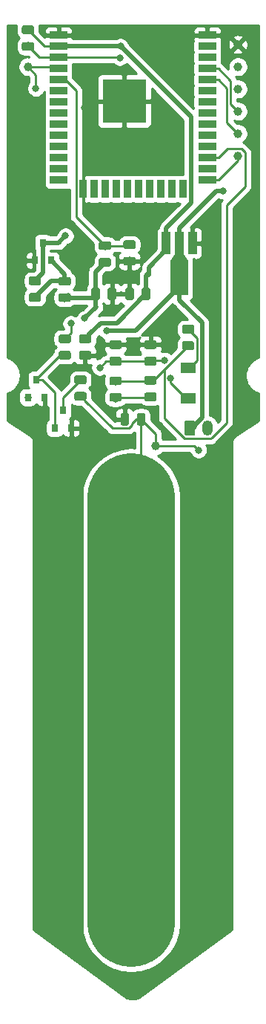
<source format=gbr>
G04 #@! TF.GenerationSoftware,KiCad,Pcbnew,(5.1.2-1)-1*
G04 #@! TF.CreationDate,2021-02-06T11:05:53+01:00*
G04 #@! TF.ProjectId,parasite,70617261-7369-4746-952e-6b696361645f,1.1.0*
G04 #@! TF.SameCoordinates,Original*
G04 #@! TF.FileFunction,Copper,L1,Top*
G04 #@! TF.FilePolarity,Positive*
%FSLAX46Y46*%
G04 Gerber Fmt 4.6, Leading zero omitted, Abs format (unit mm)*
G04 Created by KiCad (PCBNEW (5.1.2-1)-1) date 2021-02-06 11:05:53*
%MOMM*%
%LPD*%
G04 APERTURE LIST*
%ADD10C,0.100000*%
%ADD11C,0.975000*%
%ADD12C,1.000000*%
%ADD13R,0.800000X0.900000*%
%ADD14R,1.700000X1.300000*%
%ADD15O,1.200000X1.750000*%
%ADD16C,1.200000*%
%ADD17R,1.000000X2.500000*%
%ADD18R,2.000000X4.000000*%
%ADD19C,0.750000*%
%ADD20R,5.000000X5.000000*%
%ADD21R,2.000000X0.900000*%
%ADD22R,0.900000X2.000000*%
%ADD23C,0.800000*%
%ADD24C,0.250000*%
%ADD25C,0.500000*%
%ADD26C,10.000000*%
%ADD27C,0.254000*%
G04 APERTURE END LIST*
D10*
G36*
X118080142Y-74988674D02*
G01*
X118103803Y-74992184D01*
X118127007Y-74997996D01*
X118149529Y-75006054D01*
X118171153Y-75016282D01*
X118191670Y-75028579D01*
X118210883Y-75042829D01*
X118228607Y-75058893D01*
X118244671Y-75076617D01*
X118258921Y-75095830D01*
X118271218Y-75116347D01*
X118281446Y-75137971D01*
X118289504Y-75160493D01*
X118295316Y-75183697D01*
X118298826Y-75207358D01*
X118300000Y-75231250D01*
X118300000Y-75718750D01*
X118298826Y-75742642D01*
X118295316Y-75766303D01*
X118289504Y-75789507D01*
X118281446Y-75812029D01*
X118271218Y-75833653D01*
X118258921Y-75854170D01*
X118244671Y-75873383D01*
X118228607Y-75891107D01*
X118210883Y-75907171D01*
X118191670Y-75921421D01*
X118171153Y-75933718D01*
X118149529Y-75943946D01*
X118127007Y-75952004D01*
X118103803Y-75957816D01*
X118080142Y-75961326D01*
X118056250Y-75962500D01*
X117143750Y-75962500D01*
X117119858Y-75961326D01*
X117096197Y-75957816D01*
X117072993Y-75952004D01*
X117050471Y-75943946D01*
X117028847Y-75933718D01*
X117008330Y-75921421D01*
X116989117Y-75907171D01*
X116971393Y-75891107D01*
X116955329Y-75873383D01*
X116941079Y-75854170D01*
X116928782Y-75833653D01*
X116918554Y-75812029D01*
X116910496Y-75789507D01*
X116904684Y-75766303D01*
X116901174Y-75742642D01*
X116900000Y-75718750D01*
X116900000Y-75231250D01*
X116901174Y-75207358D01*
X116904684Y-75183697D01*
X116910496Y-75160493D01*
X116918554Y-75137971D01*
X116928782Y-75116347D01*
X116941079Y-75095830D01*
X116955329Y-75076617D01*
X116971393Y-75058893D01*
X116989117Y-75042829D01*
X117008330Y-75028579D01*
X117028847Y-75016282D01*
X117050471Y-75006054D01*
X117072993Y-74997996D01*
X117096197Y-74992184D01*
X117119858Y-74988674D01*
X117143750Y-74987500D01*
X118056250Y-74987500D01*
X118080142Y-74988674D01*
X118080142Y-74988674D01*
G37*
D11*
X117600000Y-75475000D03*
D10*
G36*
X118080142Y-73113674D02*
G01*
X118103803Y-73117184D01*
X118127007Y-73122996D01*
X118149529Y-73131054D01*
X118171153Y-73141282D01*
X118191670Y-73153579D01*
X118210883Y-73167829D01*
X118228607Y-73183893D01*
X118244671Y-73201617D01*
X118258921Y-73220830D01*
X118271218Y-73241347D01*
X118281446Y-73262971D01*
X118289504Y-73285493D01*
X118295316Y-73308697D01*
X118298826Y-73332358D01*
X118300000Y-73356250D01*
X118300000Y-73843750D01*
X118298826Y-73867642D01*
X118295316Y-73891303D01*
X118289504Y-73914507D01*
X118281446Y-73937029D01*
X118271218Y-73958653D01*
X118258921Y-73979170D01*
X118244671Y-73998383D01*
X118228607Y-74016107D01*
X118210883Y-74032171D01*
X118191670Y-74046421D01*
X118171153Y-74058718D01*
X118149529Y-74068946D01*
X118127007Y-74077004D01*
X118103803Y-74082816D01*
X118080142Y-74086326D01*
X118056250Y-74087500D01*
X117143750Y-74087500D01*
X117119858Y-74086326D01*
X117096197Y-74082816D01*
X117072993Y-74077004D01*
X117050471Y-74068946D01*
X117028847Y-74058718D01*
X117008330Y-74046421D01*
X116989117Y-74032171D01*
X116971393Y-74016107D01*
X116955329Y-73998383D01*
X116941079Y-73979170D01*
X116928782Y-73958653D01*
X116918554Y-73937029D01*
X116910496Y-73914507D01*
X116904684Y-73891303D01*
X116901174Y-73867642D01*
X116900000Y-73843750D01*
X116900000Y-73356250D01*
X116901174Y-73332358D01*
X116904684Y-73308697D01*
X116910496Y-73285493D01*
X116918554Y-73262971D01*
X116928782Y-73241347D01*
X116941079Y-73220830D01*
X116955329Y-73201617D01*
X116971393Y-73183893D01*
X116989117Y-73167829D01*
X117008330Y-73153579D01*
X117028847Y-73141282D01*
X117050471Y-73131054D01*
X117072993Y-73122996D01*
X117096197Y-73117184D01*
X117119858Y-73113674D01*
X117143750Y-73112500D01*
X118056250Y-73112500D01*
X118080142Y-73113674D01*
X118080142Y-73113674D01*
G37*
D11*
X117600000Y-73600000D03*
D10*
G36*
X115280142Y-73238674D02*
G01*
X115303803Y-73242184D01*
X115327007Y-73247996D01*
X115349529Y-73256054D01*
X115371153Y-73266282D01*
X115391670Y-73278579D01*
X115410883Y-73292829D01*
X115428607Y-73308893D01*
X115444671Y-73326617D01*
X115458921Y-73345830D01*
X115471218Y-73366347D01*
X115481446Y-73387971D01*
X115489504Y-73410493D01*
X115495316Y-73433697D01*
X115498826Y-73457358D01*
X115500000Y-73481250D01*
X115500000Y-73968750D01*
X115498826Y-73992642D01*
X115495316Y-74016303D01*
X115489504Y-74039507D01*
X115481446Y-74062029D01*
X115471218Y-74083653D01*
X115458921Y-74104170D01*
X115444671Y-74123383D01*
X115428607Y-74141107D01*
X115410883Y-74157171D01*
X115391670Y-74171421D01*
X115371153Y-74183718D01*
X115349529Y-74193946D01*
X115327007Y-74202004D01*
X115303803Y-74207816D01*
X115280142Y-74211326D01*
X115256250Y-74212500D01*
X114343750Y-74212500D01*
X114319858Y-74211326D01*
X114296197Y-74207816D01*
X114272993Y-74202004D01*
X114250471Y-74193946D01*
X114228847Y-74183718D01*
X114208330Y-74171421D01*
X114189117Y-74157171D01*
X114171393Y-74141107D01*
X114155329Y-74123383D01*
X114141079Y-74104170D01*
X114128782Y-74083653D01*
X114118554Y-74062029D01*
X114110496Y-74039507D01*
X114104684Y-74016303D01*
X114101174Y-73992642D01*
X114100000Y-73968750D01*
X114100000Y-73481250D01*
X114101174Y-73457358D01*
X114104684Y-73433697D01*
X114110496Y-73410493D01*
X114118554Y-73387971D01*
X114128782Y-73366347D01*
X114141079Y-73345830D01*
X114155329Y-73326617D01*
X114171393Y-73308893D01*
X114189117Y-73292829D01*
X114208330Y-73278579D01*
X114228847Y-73266282D01*
X114250471Y-73256054D01*
X114272993Y-73247996D01*
X114296197Y-73242184D01*
X114319858Y-73238674D01*
X114343750Y-73237500D01*
X115256250Y-73237500D01*
X115280142Y-73238674D01*
X115280142Y-73238674D01*
G37*
D11*
X114800000Y-73725000D03*
D10*
G36*
X115280142Y-75113674D02*
G01*
X115303803Y-75117184D01*
X115327007Y-75122996D01*
X115349529Y-75131054D01*
X115371153Y-75141282D01*
X115391670Y-75153579D01*
X115410883Y-75167829D01*
X115428607Y-75183893D01*
X115444671Y-75201617D01*
X115458921Y-75220830D01*
X115471218Y-75241347D01*
X115481446Y-75262971D01*
X115489504Y-75285493D01*
X115495316Y-75308697D01*
X115498826Y-75332358D01*
X115500000Y-75356250D01*
X115500000Y-75843750D01*
X115498826Y-75867642D01*
X115495316Y-75891303D01*
X115489504Y-75914507D01*
X115481446Y-75937029D01*
X115471218Y-75958653D01*
X115458921Y-75979170D01*
X115444671Y-75998383D01*
X115428607Y-76016107D01*
X115410883Y-76032171D01*
X115391670Y-76046421D01*
X115371153Y-76058718D01*
X115349529Y-76068946D01*
X115327007Y-76077004D01*
X115303803Y-76082816D01*
X115280142Y-76086326D01*
X115256250Y-76087500D01*
X114343750Y-76087500D01*
X114319858Y-76086326D01*
X114296197Y-76082816D01*
X114272993Y-76077004D01*
X114250471Y-76068946D01*
X114228847Y-76058718D01*
X114208330Y-76046421D01*
X114189117Y-76032171D01*
X114171393Y-76016107D01*
X114155329Y-75998383D01*
X114141079Y-75979170D01*
X114128782Y-75958653D01*
X114118554Y-75937029D01*
X114110496Y-75914507D01*
X114104684Y-75891303D01*
X114101174Y-75867642D01*
X114100000Y-75843750D01*
X114100000Y-75356250D01*
X114101174Y-75332358D01*
X114104684Y-75308697D01*
X114110496Y-75285493D01*
X114118554Y-75262971D01*
X114128782Y-75241347D01*
X114141079Y-75220830D01*
X114155329Y-75201617D01*
X114171393Y-75183893D01*
X114189117Y-75167829D01*
X114208330Y-75153579D01*
X114228847Y-75141282D01*
X114250471Y-75131054D01*
X114272993Y-75122996D01*
X114296197Y-75117184D01*
X114319858Y-75113674D01*
X114343750Y-75112500D01*
X115256250Y-75112500D01*
X115280142Y-75113674D01*
X115280142Y-75113674D01*
G37*
D11*
X114800000Y-75600000D03*
D12*
X130000000Y-50800000D03*
X130000000Y-53340000D03*
D13*
X110000000Y-92500000D03*
X110950000Y-94500000D03*
X109050000Y-94500000D03*
X106950000Y-89000000D03*
X107900000Y-91000000D03*
X106000000Y-91000000D03*
D10*
G36*
X119205142Y-92801174D02*
G01*
X119228803Y-92804684D01*
X119252007Y-92810496D01*
X119274529Y-92818554D01*
X119296153Y-92828782D01*
X119316670Y-92841079D01*
X119335883Y-92855329D01*
X119353607Y-92871393D01*
X119369671Y-92889117D01*
X119383921Y-92908330D01*
X119396218Y-92928847D01*
X119406446Y-92950471D01*
X119414504Y-92972993D01*
X119420316Y-92996197D01*
X119423826Y-93019858D01*
X119425000Y-93043750D01*
X119425000Y-93956250D01*
X119423826Y-93980142D01*
X119420316Y-94003803D01*
X119414504Y-94027007D01*
X119406446Y-94049529D01*
X119396218Y-94071153D01*
X119383921Y-94091670D01*
X119369671Y-94110883D01*
X119353607Y-94128607D01*
X119335883Y-94144671D01*
X119316670Y-94158921D01*
X119296153Y-94171218D01*
X119274529Y-94181446D01*
X119252007Y-94189504D01*
X119228803Y-94195316D01*
X119205142Y-94198826D01*
X119181250Y-94200000D01*
X118693750Y-94200000D01*
X118669858Y-94198826D01*
X118646197Y-94195316D01*
X118622993Y-94189504D01*
X118600471Y-94181446D01*
X118578847Y-94171218D01*
X118558330Y-94158921D01*
X118539117Y-94144671D01*
X118521393Y-94128607D01*
X118505329Y-94110883D01*
X118491079Y-94091670D01*
X118478782Y-94071153D01*
X118468554Y-94049529D01*
X118460496Y-94027007D01*
X118454684Y-94003803D01*
X118451174Y-93980142D01*
X118450000Y-93956250D01*
X118450000Y-93043750D01*
X118451174Y-93019858D01*
X118454684Y-92996197D01*
X118460496Y-92972993D01*
X118468554Y-92950471D01*
X118478782Y-92928847D01*
X118491079Y-92908330D01*
X118505329Y-92889117D01*
X118521393Y-92871393D01*
X118539117Y-92855329D01*
X118558330Y-92841079D01*
X118578847Y-92828782D01*
X118600471Y-92818554D01*
X118622993Y-92810496D01*
X118646197Y-92804684D01*
X118669858Y-92801174D01*
X118693750Y-92800000D01*
X119181250Y-92800000D01*
X119205142Y-92801174D01*
X119205142Y-92801174D01*
G37*
D11*
X118937500Y-93500000D03*
D10*
G36*
X117330142Y-92801174D02*
G01*
X117353803Y-92804684D01*
X117377007Y-92810496D01*
X117399529Y-92818554D01*
X117421153Y-92828782D01*
X117441670Y-92841079D01*
X117460883Y-92855329D01*
X117478607Y-92871393D01*
X117494671Y-92889117D01*
X117508921Y-92908330D01*
X117521218Y-92928847D01*
X117531446Y-92950471D01*
X117539504Y-92972993D01*
X117545316Y-92996197D01*
X117548826Y-93019858D01*
X117550000Y-93043750D01*
X117550000Y-93956250D01*
X117548826Y-93980142D01*
X117545316Y-94003803D01*
X117539504Y-94027007D01*
X117531446Y-94049529D01*
X117521218Y-94071153D01*
X117508921Y-94091670D01*
X117494671Y-94110883D01*
X117478607Y-94128607D01*
X117460883Y-94144671D01*
X117441670Y-94158921D01*
X117421153Y-94171218D01*
X117399529Y-94181446D01*
X117377007Y-94189504D01*
X117353803Y-94195316D01*
X117330142Y-94198826D01*
X117306250Y-94200000D01*
X116818750Y-94200000D01*
X116794858Y-94198826D01*
X116771197Y-94195316D01*
X116747993Y-94189504D01*
X116725471Y-94181446D01*
X116703847Y-94171218D01*
X116683330Y-94158921D01*
X116664117Y-94144671D01*
X116646393Y-94128607D01*
X116630329Y-94110883D01*
X116616079Y-94091670D01*
X116603782Y-94071153D01*
X116593554Y-94049529D01*
X116585496Y-94027007D01*
X116579684Y-94003803D01*
X116576174Y-93980142D01*
X116575000Y-93956250D01*
X116575000Y-93043750D01*
X116576174Y-93019858D01*
X116579684Y-92996197D01*
X116585496Y-92972993D01*
X116593554Y-92950471D01*
X116603782Y-92928847D01*
X116616079Y-92908330D01*
X116630329Y-92889117D01*
X116646393Y-92871393D01*
X116664117Y-92855329D01*
X116683330Y-92841079D01*
X116703847Y-92828782D01*
X116725471Y-92818554D01*
X116747993Y-92810496D01*
X116771197Y-92804684D01*
X116794858Y-92801174D01*
X116818750Y-92800000D01*
X117306250Y-92800000D01*
X117330142Y-92801174D01*
X117330142Y-92801174D01*
G37*
D11*
X117062500Y-93500000D03*
D10*
G36*
X120480142Y-84513674D02*
G01*
X120503803Y-84517184D01*
X120527007Y-84522996D01*
X120549529Y-84531054D01*
X120571153Y-84541282D01*
X120591670Y-84553579D01*
X120610883Y-84567829D01*
X120628607Y-84583893D01*
X120644671Y-84601617D01*
X120658921Y-84620830D01*
X120671218Y-84641347D01*
X120681446Y-84662971D01*
X120689504Y-84685493D01*
X120695316Y-84708697D01*
X120698826Y-84732358D01*
X120700000Y-84756250D01*
X120700000Y-85243750D01*
X120698826Y-85267642D01*
X120695316Y-85291303D01*
X120689504Y-85314507D01*
X120681446Y-85337029D01*
X120671218Y-85358653D01*
X120658921Y-85379170D01*
X120644671Y-85398383D01*
X120628607Y-85416107D01*
X120610883Y-85432171D01*
X120591670Y-85446421D01*
X120571153Y-85458718D01*
X120549529Y-85468946D01*
X120527007Y-85477004D01*
X120503803Y-85482816D01*
X120480142Y-85486326D01*
X120456250Y-85487500D01*
X119543750Y-85487500D01*
X119519858Y-85486326D01*
X119496197Y-85482816D01*
X119472993Y-85477004D01*
X119450471Y-85468946D01*
X119428847Y-85458718D01*
X119408330Y-85446421D01*
X119389117Y-85432171D01*
X119371393Y-85416107D01*
X119355329Y-85398383D01*
X119341079Y-85379170D01*
X119328782Y-85358653D01*
X119318554Y-85337029D01*
X119310496Y-85314507D01*
X119304684Y-85291303D01*
X119301174Y-85267642D01*
X119300000Y-85243750D01*
X119300000Y-84756250D01*
X119301174Y-84732358D01*
X119304684Y-84708697D01*
X119310496Y-84685493D01*
X119318554Y-84662971D01*
X119328782Y-84641347D01*
X119341079Y-84620830D01*
X119355329Y-84601617D01*
X119371393Y-84583893D01*
X119389117Y-84567829D01*
X119408330Y-84553579D01*
X119428847Y-84541282D01*
X119450471Y-84531054D01*
X119472993Y-84522996D01*
X119496197Y-84517184D01*
X119519858Y-84513674D01*
X119543750Y-84512500D01*
X120456250Y-84512500D01*
X120480142Y-84513674D01*
X120480142Y-84513674D01*
G37*
D11*
X120000000Y-85000000D03*
D10*
G36*
X120480142Y-86388674D02*
G01*
X120503803Y-86392184D01*
X120527007Y-86397996D01*
X120549529Y-86406054D01*
X120571153Y-86416282D01*
X120591670Y-86428579D01*
X120610883Y-86442829D01*
X120628607Y-86458893D01*
X120644671Y-86476617D01*
X120658921Y-86495830D01*
X120671218Y-86516347D01*
X120681446Y-86537971D01*
X120689504Y-86560493D01*
X120695316Y-86583697D01*
X120698826Y-86607358D01*
X120700000Y-86631250D01*
X120700000Y-87118750D01*
X120698826Y-87142642D01*
X120695316Y-87166303D01*
X120689504Y-87189507D01*
X120681446Y-87212029D01*
X120671218Y-87233653D01*
X120658921Y-87254170D01*
X120644671Y-87273383D01*
X120628607Y-87291107D01*
X120610883Y-87307171D01*
X120591670Y-87321421D01*
X120571153Y-87333718D01*
X120549529Y-87343946D01*
X120527007Y-87352004D01*
X120503803Y-87357816D01*
X120480142Y-87361326D01*
X120456250Y-87362500D01*
X119543750Y-87362500D01*
X119519858Y-87361326D01*
X119496197Y-87357816D01*
X119472993Y-87352004D01*
X119450471Y-87343946D01*
X119428847Y-87333718D01*
X119408330Y-87321421D01*
X119389117Y-87307171D01*
X119371393Y-87291107D01*
X119355329Y-87273383D01*
X119341079Y-87254170D01*
X119328782Y-87233653D01*
X119318554Y-87212029D01*
X119310496Y-87189507D01*
X119304684Y-87166303D01*
X119301174Y-87142642D01*
X119300000Y-87118750D01*
X119300000Y-86631250D01*
X119301174Y-86607358D01*
X119304684Y-86583697D01*
X119310496Y-86560493D01*
X119318554Y-86537971D01*
X119328782Y-86516347D01*
X119341079Y-86495830D01*
X119355329Y-86476617D01*
X119371393Y-86458893D01*
X119389117Y-86442829D01*
X119408330Y-86428579D01*
X119428847Y-86416282D01*
X119450471Y-86406054D01*
X119472993Y-86397996D01*
X119496197Y-86392184D01*
X119519858Y-86388674D01*
X119543750Y-86387500D01*
X120456250Y-86387500D01*
X120480142Y-86388674D01*
X120480142Y-86388674D01*
G37*
D11*
X120000000Y-86875000D03*
D10*
G36*
X113017642Y-83838674D02*
G01*
X113041303Y-83842184D01*
X113064507Y-83847996D01*
X113087029Y-83856054D01*
X113108653Y-83866282D01*
X113129170Y-83878579D01*
X113148383Y-83892829D01*
X113166107Y-83908893D01*
X113182171Y-83926617D01*
X113196421Y-83945830D01*
X113208718Y-83966347D01*
X113218946Y-83987971D01*
X113227004Y-84010493D01*
X113232816Y-84033697D01*
X113236326Y-84057358D01*
X113237500Y-84081250D01*
X113237500Y-84568750D01*
X113236326Y-84592642D01*
X113232816Y-84616303D01*
X113227004Y-84639507D01*
X113218946Y-84662029D01*
X113208718Y-84683653D01*
X113196421Y-84704170D01*
X113182171Y-84723383D01*
X113166107Y-84741107D01*
X113148383Y-84757171D01*
X113129170Y-84771421D01*
X113108653Y-84783718D01*
X113087029Y-84793946D01*
X113064507Y-84802004D01*
X113041303Y-84807816D01*
X113017642Y-84811326D01*
X112993750Y-84812500D01*
X112081250Y-84812500D01*
X112057358Y-84811326D01*
X112033697Y-84807816D01*
X112010493Y-84802004D01*
X111987971Y-84793946D01*
X111966347Y-84783718D01*
X111945830Y-84771421D01*
X111926617Y-84757171D01*
X111908893Y-84741107D01*
X111892829Y-84723383D01*
X111878579Y-84704170D01*
X111866282Y-84683653D01*
X111856054Y-84662029D01*
X111847996Y-84639507D01*
X111842184Y-84616303D01*
X111838674Y-84592642D01*
X111837500Y-84568750D01*
X111837500Y-84081250D01*
X111838674Y-84057358D01*
X111842184Y-84033697D01*
X111847996Y-84010493D01*
X111856054Y-83987971D01*
X111866282Y-83966347D01*
X111878579Y-83945830D01*
X111892829Y-83926617D01*
X111908893Y-83908893D01*
X111926617Y-83892829D01*
X111945830Y-83878579D01*
X111966347Y-83866282D01*
X111987971Y-83856054D01*
X112010493Y-83847996D01*
X112033697Y-83842184D01*
X112057358Y-83838674D01*
X112081250Y-83837500D01*
X112993750Y-83837500D01*
X113017642Y-83838674D01*
X113017642Y-83838674D01*
G37*
D11*
X112537500Y-84325000D03*
D10*
G36*
X113017642Y-85713674D02*
G01*
X113041303Y-85717184D01*
X113064507Y-85722996D01*
X113087029Y-85731054D01*
X113108653Y-85741282D01*
X113129170Y-85753579D01*
X113148383Y-85767829D01*
X113166107Y-85783893D01*
X113182171Y-85801617D01*
X113196421Y-85820830D01*
X113208718Y-85841347D01*
X113218946Y-85862971D01*
X113227004Y-85885493D01*
X113232816Y-85908697D01*
X113236326Y-85932358D01*
X113237500Y-85956250D01*
X113237500Y-86443750D01*
X113236326Y-86467642D01*
X113232816Y-86491303D01*
X113227004Y-86514507D01*
X113218946Y-86537029D01*
X113208718Y-86558653D01*
X113196421Y-86579170D01*
X113182171Y-86598383D01*
X113166107Y-86616107D01*
X113148383Y-86632171D01*
X113129170Y-86646421D01*
X113108653Y-86658718D01*
X113087029Y-86668946D01*
X113064507Y-86677004D01*
X113041303Y-86682816D01*
X113017642Y-86686326D01*
X112993750Y-86687500D01*
X112081250Y-86687500D01*
X112057358Y-86686326D01*
X112033697Y-86682816D01*
X112010493Y-86677004D01*
X111987971Y-86668946D01*
X111966347Y-86658718D01*
X111945830Y-86646421D01*
X111926617Y-86632171D01*
X111908893Y-86616107D01*
X111892829Y-86598383D01*
X111878579Y-86579170D01*
X111866282Y-86558653D01*
X111856054Y-86537029D01*
X111847996Y-86514507D01*
X111842184Y-86491303D01*
X111838674Y-86467642D01*
X111837500Y-86443750D01*
X111837500Y-85956250D01*
X111838674Y-85932358D01*
X111842184Y-85908697D01*
X111847996Y-85885493D01*
X111856054Y-85862971D01*
X111866282Y-85841347D01*
X111878579Y-85820830D01*
X111892829Y-85801617D01*
X111908893Y-85783893D01*
X111926617Y-85767829D01*
X111945830Y-85753579D01*
X111966347Y-85741282D01*
X111987971Y-85731054D01*
X112010493Y-85722996D01*
X112033697Y-85717184D01*
X112057358Y-85713674D01*
X112081250Y-85712500D01*
X112993750Y-85712500D01*
X113017642Y-85713674D01*
X113017642Y-85713674D01*
G37*
D11*
X112537500Y-86200000D03*
D10*
G36*
X113992642Y-78501174D02*
G01*
X114016303Y-78504684D01*
X114039507Y-78510496D01*
X114062029Y-78518554D01*
X114083653Y-78528782D01*
X114104170Y-78541079D01*
X114123383Y-78555329D01*
X114141107Y-78571393D01*
X114157171Y-78589117D01*
X114171421Y-78608330D01*
X114183718Y-78628847D01*
X114193946Y-78650471D01*
X114202004Y-78672993D01*
X114207816Y-78696197D01*
X114211326Y-78719858D01*
X114212500Y-78743750D01*
X114212500Y-79656250D01*
X114211326Y-79680142D01*
X114207816Y-79703803D01*
X114202004Y-79727007D01*
X114193946Y-79749529D01*
X114183718Y-79771153D01*
X114171421Y-79791670D01*
X114157171Y-79810883D01*
X114141107Y-79828607D01*
X114123383Y-79844671D01*
X114104170Y-79858921D01*
X114083653Y-79871218D01*
X114062029Y-79881446D01*
X114039507Y-79889504D01*
X114016303Y-79895316D01*
X113992642Y-79898826D01*
X113968750Y-79900000D01*
X113481250Y-79900000D01*
X113457358Y-79898826D01*
X113433697Y-79895316D01*
X113410493Y-79889504D01*
X113387971Y-79881446D01*
X113366347Y-79871218D01*
X113345830Y-79858921D01*
X113326617Y-79844671D01*
X113308893Y-79828607D01*
X113292829Y-79810883D01*
X113278579Y-79791670D01*
X113266282Y-79771153D01*
X113256054Y-79749529D01*
X113247996Y-79727007D01*
X113242184Y-79703803D01*
X113238674Y-79680142D01*
X113237500Y-79656250D01*
X113237500Y-78743750D01*
X113238674Y-78719858D01*
X113242184Y-78696197D01*
X113247996Y-78672993D01*
X113256054Y-78650471D01*
X113266282Y-78628847D01*
X113278579Y-78608330D01*
X113292829Y-78589117D01*
X113308893Y-78571393D01*
X113326617Y-78555329D01*
X113345830Y-78541079D01*
X113366347Y-78528782D01*
X113387971Y-78518554D01*
X113410493Y-78510496D01*
X113433697Y-78504684D01*
X113457358Y-78501174D01*
X113481250Y-78500000D01*
X113968750Y-78500000D01*
X113992642Y-78501174D01*
X113992642Y-78501174D01*
G37*
D11*
X113725000Y-79200000D03*
D10*
G36*
X115867642Y-78501174D02*
G01*
X115891303Y-78504684D01*
X115914507Y-78510496D01*
X115937029Y-78518554D01*
X115958653Y-78528782D01*
X115979170Y-78541079D01*
X115998383Y-78555329D01*
X116016107Y-78571393D01*
X116032171Y-78589117D01*
X116046421Y-78608330D01*
X116058718Y-78628847D01*
X116068946Y-78650471D01*
X116077004Y-78672993D01*
X116082816Y-78696197D01*
X116086326Y-78719858D01*
X116087500Y-78743750D01*
X116087500Y-79656250D01*
X116086326Y-79680142D01*
X116082816Y-79703803D01*
X116077004Y-79727007D01*
X116068946Y-79749529D01*
X116058718Y-79771153D01*
X116046421Y-79791670D01*
X116032171Y-79810883D01*
X116016107Y-79828607D01*
X115998383Y-79844671D01*
X115979170Y-79858921D01*
X115958653Y-79871218D01*
X115937029Y-79881446D01*
X115914507Y-79889504D01*
X115891303Y-79895316D01*
X115867642Y-79898826D01*
X115843750Y-79900000D01*
X115356250Y-79900000D01*
X115332358Y-79898826D01*
X115308697Y-79895316D01*
X115285493Y-79889504D01*
X115262971Y-79881446D01*
X115241347Y-79871218D01*
X115220830Y-79858921D01*
X115201617Y-79844671D01*
X115183893Y-79828607D01*
X115167829Y-79810883D01*
X115153579Y-79791670D01*
X115141282Y-79771153D01*
X115131054Y-79749529D01*
X115122996Y-79727007D01*
X115117184Y-79703803D01*
X115113674Y-79680142D01*
X115112500Y-79656250D01*
X115112500Y-78743750D01*
X115113674Y-78719858D01*
X115117184Y-78696197D01*
X115122996Y-78672993D01*
X115131054Y-78650471D01*
X115141282Y-78628847D01*
X115153579Y-78608330D01*
X115167829Y-78589117D01*
X115183893Y-78571393D01*
X115201617Y-78555329D01*
X115220830Y-78541079D01*
X115241347Y-78528782D01*
X115262971Y-78518554D01*
X115285493Y-78510496D01*
X115308697Y-78504684D01*
X115332358Y-78501174D01*
X115356250Y-78500000D01*
X115843750Y-78500000D01*
X115867642Y-78501174D01*
X115867642Y-78501174D01*
G37*
D11*
X115600000Y-79200000D03*
D10*
G36*
X117892642Y-78501174D02*
G01*
X117916303Y-78504684D01*
X117939507Y-78510496D01*
X117962029Y-78518554D01*
X117983653Y-78528782D01*
X118004170Y-78541079D01*
X118023383Y-78555329D01*
X118041107Y-78571393D01*
X118057171Y-78589117D01*
X118071421Y-78608330D01*
X118083718Y-78628847D01*
X118093946Y-78650471D01*
X118102004Y-78672993D01*
X118107816Y-78696197D01*
X118111326Y-78719858D01*
X118112500Y-78743750D01*
X118112500Y-79656250D01*
X118111326Y-79680142D01*
X118107816Y-79703803D01*
X118102004Y-79727007D01*
X118093946Y-79749529D01*
X118083718Y-79771153D01*
X118071421Y-79791670D01*
X118057171Y-79810883D01*
X118041107Y-79828607D01*
X118023383Y-79844671D01*
X118004170Y-79858921D01*
X117983653Y-79871218D01*
X117962029Y-79881446D01*
X117939507Y-79889504D01*
X117916303Y-79895316D01*
X117892642Y-79898826D01*
X117868750Y-79900000D01*
X117381250Y-79900000D01*
X117357358Y-79898826D01*
X117333697Y-79895316D01*
X117310493Y-79889504D01*
X117287971Y-79881446D01*
X117266347Y-79871218D01*
X117245830Y-79858921D01*
X117226617Y-79844671D01*
X117208893Y-79828607D01*
X117192829Y-79810883D01*
X117178579Y-79791670D01*
X117166282Y-79771153D01*
X117156054Y-79749529D01*
X117147996Y-79727007D01*
X117142184Y-79703803D01*
X117138674Y-79680142D01*
X117137500Y-79656250D01*
X117137500Y-78743750D01*
X117138674Y-78719858D01*
X117142184Y-78696197D01*
X117147996Y-78672993D01*
X117156054Y-78650471D01*
X117166282Y-78628847D01*
X117178579Y-78608330D01*
X117192829Y-78589117D01*
X117208893Y-78571393D01*
X117226617Y-78555329D01*
X117245830Y-78541079D01*
X117266347Y-78528782D01*
X117287971Y-78518554D01*
X117310493Y-78510496D01*
X117333697Y-78504684D01*
X117357358Y-78501174D01*
X117381250Y-78500000D01*
X117868750Y-78500000D01*
X117892642Y-78501174D01*
X117892642Y-78501174D01*
G37*
D11*
X117625000Y-79200000D03*
D10*
G36*
X119767642Y-78501174D02*
G01*
X119791303Y-78504684D01*
X119814507Y-78510496D01*
X119837029Y-78518554D01*
X119858653Y-78528782D01*
X119879170Y-78541079D01*
X119898383Y-78555329D01*
X119916107Y-78571393D01*
X119932171Y-78589117D01*
X119946421Y-78608330D01*
X119958718Y-78628847D01*
X119968946Y-78650471D01*
X119977004Y-78672993D01*
X119982816Y-78696197D01*
X119986326Y-78719858D01*
X119987500Y-78743750D01*
X119987500Y-79656250D01*
X119986326Y-79680142D01*
X119982816Y-79703803D01*
X119977004Y-79727007D01*
X119968946Y-79749529D01*
X119958718Y-79771153D01*
X119946421Y-79791670D01*
X119932171Y-79810883D01*
X119916107Y-79828607D01*
X119898383Y-79844671D01*
X119879170Y-79858921D01*
X119858653Y-79871218D01*
X119837029Y-79881446D01*
X119814507Y-79889504D01*
X119791303Y-79895316D01*
X119767642Y-79898826D01*
X119743750Y-79900000D01*
X119256250Y-79900000D01*
X119232358Y-79898826D01*
X119208697Y-79895316D01*
X119185493Y-79889504D01*
X119162971Y-79881446D01*
X119141347Y-79871218D01*
X119120830Y-79858921D01*
X119101617Y-79844671D01*
X119083893Y-79828607D01*
X119067829Y-79810883D01*
X119053579Y-79791670D01*
X119041282Y-79771153D01*
X119031054Y-79749529D01*
X119022996Y-79727007D01*
X119017184Y-79703803D01*
X119013674Y-79680142D01*
X119012500Y-79656250D01*
X119012500Y-78743750D01*
X119013674Y-78719858D01*
X119017184Y-78696197D01*
X119022996Y-78672993D01*
X119031054Y-78650471D01*
X119041282Y-78628847D01*
X119053579Y-78608330D01*
X119067829Y-78589117D01*
X119083893Y-78571393D01*
X119101617Y-78555329D01*
X119120830Y-78541079D01*
X119141347Y-78528782D01*
X119162971Y-78518554D01*
X119185493Y-78510496D01*
X119208697Y-78504684D01*
X119232358Y-78501174D01*
X119256250Y-78500000D01*
X119743750Y-78500000D01*
X119767642Y-78501174D01*
X119767642Y-78501174D01*
G37*
D11*
X119500000Y-79200000D03*
D14*
X124300000Y-91100000D03*
X124300000Y-87600000D03*
D15*
X126500000Y-94500000D03*
D10*
G36*
X124874505Y-93626204D02*
G01*
X124898773Y-93629804D01*
X124922572Y-93635765D01*
X124945671Y-93644030D01*
X124967850Y-93654520D01*
X124988893Y-93667132D01*
X125008599Y-93681747D01*
X125026777Y-93698223D01*
X125043253Y-93716401D01*
X125057868Y-93736107D01*
X125070480Y-93757150D01*
X125080970Y-93779329D01*
X125089235Y-93802428D01*
X125095196Y-93826227D01*
X125098796Y-93850495D01*
X125100000Y-93874999D01*
X125100000Y-95125001D01*
X125098796Y-95149505D01*
X125095196Y-95173773D01*
X125089235Y-95197572D01*
X125080970Y-95220671D01*
X125070480Y-95242850D01*
X125057868Y-95263893D01*
X125043253Y-95283599D01*
X125026777Y-95301777D01*
X125008599Y-95318253D01*
X124988893Y-95332868D01*
X124967850Y-95345480D01*
X124945671Y-95355970D01*
X124922572Y-95364235D01*
X124898773Y-95370196D01*
X124874505Y-95373796D01*
X124850001Y-95375000D01*
X124149999Y-95375000D01*
X124125495Y-95373796D01*
X124101227Y-95370196D01*
X124077428Y-95364235D01*
X124054329Y-95355970D01*
X124032150Y-95345480D01*
X124011107Y-95332868D01*
X123991401Y-95318253D01*
X123973223Y-95301777D01*
X123956747Y-95283599D01*
X123942132Y-95263893D01*
X123929520Y-95242850D01*
X123919030Y-95220671D01*
X123910765Y-95197572D01*
X123904804Y-95173773D01*
X123901204Y-95149505D01*
X123900000Y-95125001D01*
X123900000Y-93874999D01*
X123901204Y-93850495D01*
X123904804Y-93826227D01*
X123910765Y-93802428D01*
X123919030Y-93779329D01*
X123929520Y-93757150D01*
X123942132Y-93736107D01*
X123956747Y-93716401D01*
X123973223Y-93698223D01*
X123991401Y-93681747D01*
X124011107Y-93667132D01*
X124032150Y-93654520D01*
X124054329Y-93644030D01*
X124077428Y-93635765D01*
X124101227Y-93629804D01*
X124125495Y-93626204D01*
X124149999Y-93625000D01*
X124850001Y-93625000D01*
X124874505Y-93626204D01*
X124874505Y-93626204D01*
G37*
D16*
X124500000Y-94500000D03*
D17*
X124800000Y-73440000D03*
X123300000Y-73440000D03*
X121800000Y-73440000D03*
D18*
X123300000Y-77400000D03*
D19*
X123300000Y-75050000D03*
D10*
G36*
X122300000Y-75425000D02*
G01*
X122800000Y-74675000D01*
X123800000Y-74675000D01*
X124300000Y-75425000D01*
X122300000Y-75425000D01*
X122300000Y-75425000D01*
G37*
D20*
X117000000Y-57245000D03*
D21*
X109500000Y-49745000D03*
X109500000Y-51015000D03*
X109500000Y-52285000D03*
X109500000Y-53555000D03*
X109500000Y-54825000D03*
X109500000Y-56095000D03*
X109500000Y-57365000D03*
X109500000Y-58635000D03*
X109500000Y-59905000D03*
X109500000Y-61175000D03*
X109500000Y-62445000D03*
X109500000Y-63715000D03*
X109500000Y-64985000D03*
X109500000Y-66255000D03*
D22*
X112285000Y-67255000D03*
X113555000Y-67255000D03*
X114825000Y-67255000D03*
X116095000Y-67255000D03*
X117365000Y-67255000D03*
X118635000Y-67255000D03*
X119905000Y-67255000D03*
X121175000Y-67255000D03*
X122445000Y-67255000D03*
X123715000Y-67255000D03*
D21*
X126500000Y-66255000D03*
X126500000Y-64985000D03*
X126500000Y-63715000D03*
X126500000Y-62445000D03*
X126500000Y-61175000D03*
X126500000Y-59905000D03*
X126500000Y-58635000D03*
X126500000Y-57365000D03*
X126500000Y-56095000D03*
X126500000Y-54825000D03*
X126500000Y-53555000D03*
X126500000Y-52285000D03*
X126500000Y-51015000D03*
X126500000Y-49745000D03*
D10*
G36*
X124780142Y-82738674D02*
G01*
X124803803Y-82742184D01*
X124827007Y-82747996D01*
X124849529Y-82756054D01*
X124871153Y-82766282D01*
X124891670Y-82778579D01*
X124910883Y-82792829D01*
X124928607Y-82808893D01*
X124944671Y-82826617D01*
X124958921Y-82845830D01*
X124971218Y-82866347D01*
X124981446Y-82887971D01*
X124989504Y-82910493D01*
X124995316Y-82933697D01*
X124998826Y-82957358D01*
X125000000Y-82981250D01*
X125000000Y-83468750D01*
X124998826Y-83492642D01*
X124995316Y-83516303D01*
X124989504Y-83539507D01*
X124981446Y-83562029D01*
X124971218Y-83583653D01*
X124958921Y-83604170D01*
X124944671Y-83623383D01*
X124928607Y-83641107D01*
X124910883Y-83657171D01*
X124891670Y-83671421D01*
X124871153Y-83683718D01*
X124849529Y-83693946D01*
X124827007Y-83702004D01*
X124803803Y-83707816D01*
X124780142Y-83711326D01*
X124756250Y-83712500D01*
X123843750Y-83712500D01*
X123819858Y-83711326D01*
X123796197Y-83707816D01*
X123772993Y-83702004D01*
X123750471Y-83693946D01*
X123728847Y-83683718D01*
X123708330Y-83671421D01*
X123689117Y-83657171D01*
X123671393Y-83641107D01*
X123655329Y-83623383D01*
X123641079Y-83604170D01*
X123628782Y-83583653D01*
X123618554Y-83562029D01*
X123610496Y-83539507D01*
X123604684Y-83516303D01*
X123601174Y-83492642D01*
X123600000Y-83468750D01*
X123600000Y-82981250D01*
X123601174Y-82957358D01*
X123604684Y-82933697D01*
X123610496Y-82910493D01*
X123618554Y-82887971D01*
X123628782Y-82866347D01*
X123641079Y-82845830D01*
X123655329Y-82826617D01*
X123671393Y-82808893D01*
X123689117Y-82792829D01*
X123708330Y-82778579D01*
X123728847Y-82766282D01*
X123750471Y-82756054D01*
X123772993Y-82747996D01*
X123796197Y-82742184D01*
X123819858Y-82738674D01*
X123843750Y-82737500D01*
X124756250Y-82737500D01*
X124780142Y-82738674D01*
X124780142Y-82738674D01*
G37*
D11*
X124300000Y-83225000D03*
D10*
G36*
X124780142Y-84613674D02*
G01*
X124803803Y-84617184D01*
X124827007Y-84622996D01*
X124849529Y-84631054D01*
X124871153Y-84641282D01*
X124891670Y-84653579D01*
X124910883Y-84667829D01*
X124928607Y-84683893D01*
X124944671Y-84701617D01*
X124958921Y-84720830D01*
X124971218Y-84741347D01*
X124981446Y-84762971D01*
X124989504Y-84785493D01*
X124995316Y-84808697D01*
X124998826Y-84832358D01*
X125000000Y-84856250D01*
X125000000Y-85343750D01*
X124998826Y-85367642D01*
X124995316Y-85391303D01*
X124989504Y-85414507D01*
X124981446Y-85437029D01*
X124971218Y-85458653D01*
X124958921Y-85479170D01*
X124944671Y-85498383D01*
X124928607Y-85516107D01*
X124910883Y-85532171D01*
X124891670Y-85546421D01*
X124871153Y-85558718D01*
X124849529Y-85568946D01*
X124827007Y-85577004D01*
X124803803Y-85582816D01*
X124780142Y-85586326D01*
X124756250Y-85587500D01*
X123843750Y-85587500D01*
X123819858Y-85586326D01*
X123796197Y-85582816D01*
X123772993Y-85577004D01*
X123750471Y-85568946D01*
X123728847Y-85558718D01*
X123708330Y-85546421D01*
X123689117Y-85532171D01*
X123671393Y-85516107D01*
X123655329Y-85498383D01*
X123641079Y-85479170D01*
X123628782Y-85458653D01*
X123618554Y-85437029D01*
X123610496Y-85414507D01*
X123604684Y-85391303D01*
X123601174Y-85367642D01*
X123600000Y-85343750D01*
X123600000Y-84856250D01*
X123601174Y-84832358D01*
X123604684Y-84808697D01*
X123610496Y-84785493D01*
X123618554Y-84762971D01*
X123628782Y-84741347D01*
X123641079Y-84720830D01*
X123655329Y-84701617D01*
X123671393Y-84683893D01*
X123689117Y-84667829D01*
X123708330Y-84653579D01*
X123728847Y-84641282D01*
X123750471Y-84631054D01*
X123772993Y-84622996D01*
X123796197Y-84617184D01*
X123819858Y-84613674D01*
X123843750Y-84612500D01*
X124756250Y-84612500D01*
X124780142Y-84613674D01*
X124780142Y-84613674D01*
G37*
D11*
X124300000Y-85100000D03*
D10*
G36*
X106480142Y-48638674D02*
G01*
X106503803Y-48642184D01*
X106527007Y-48647996D01*
X106549529Y-48656054D01*
X106571153Y-48666282D01*
X106591670Y-48678579D01*
X106610883Y-48692829D01*
X106628607Y-48708893D01*
X106644671Y-48726617D01*
X106658921Y-48745830D01*
X106671218Y-48766347D01*
X106681446Y-48787971D01*
X106689504Y-48810493D01*
X106695316Y-48833697D01*
X106698826Y-48857358D01*
X106700000Y-48881250D01*
X106700000Y-49368750D01*
X106698826Y-49392642D01*
X106695316Y-49416303D01*
X106689504Y-49439507D01*
X106681446Y-49462029D01*
X106671218Y-49483653D01*
X106658921Y-49504170D01*
X106644671Y-49523383D01*
X106628607Y-49541107D01*
X106610883Y-49557171D01*
X106591670Y-49571421D01*
X106571153Y-49583718D01*
X106549529Y-49593946D01*
X106527007Y-49602004D01*
X106503803Y-49607816D01*
X106480142Y-49611326D01*
X106456250Y-49612500D01*
X105543750Y-49612500D01*
X105519858Y-49611326D01*
X105496197Y-49607816D01*
X105472993Y-49602004D01*
X105450471Y-49593946D01*
X105428847Y-49583718D01*
X105408330Y-49571421D01*
X105389117Y-49557171D01*
X105371393Y-49541107D01*
X105355329Y-49523383D01*
X105341079Y-49504170D01*
X105328782Y-49483653D01*
X105318554Y-49462029D01*
X105310496Y-49439507D01*
X105304684Y-49416303D01*
X105301174Y-49392642D01*
X105300000Y-49368750D01*
X105300000Y-48881250D01*
X105301174Y-48857358D01*
X105304684Y-48833697D01*
X105310496Y-48810493D01*
X105318554Y-48787971D01*
X105328782Y-48766347D01*
X105341079Y-48745830D01*
X105355329Y-48726617D01*
X105371393Y-48708893D01*
X105389117Y-48692829D01*
X105408330Y-48678579D01*
X105428847Y-48666282D01*
X105450471Y-48656054D01*
X105472993Y-48647996D01*
X105496197Y-48642184D01*
X105519858Y-48638674D01*
X105543750Y-48637500D01*
X106456250Y-48637500D01*
X106480142Y-48638674D01*
X106480142Y-48638674D01*
G37*
D11*
X106000000Y-49125000D03*
D10*
G36*
X106480142Y-50513674D02*
G01*
X106503803Y-50517184D01*
X106527007Y-50522996D01*
X106549529Y-50531054D01*
X106571153Y-50541282D01*
X106591670Y-50553579D01*
X106610883Y-50567829D01*
X106628607Y-50583893D01*
X106644671Y-50601617D01*
X106658921Y-50620830D01*
X106671218Y-50641347D01*
X106681446Y-50662971D01*
X106689504Y-50685493D01*
X106695316Y-50708697D01*
X106698826Y-50732358D01*
X106700000Y-50756250D01*
X106700000Y-51243750D01*
X106698826Y-51267642D01*
X106695316Y-51291303D01*
X106689504Y-51314507D01*
X106681446Y-51337029D01*
X106671218Y-51358653D01*
X106658921Y-51379170D01*
X106644671Y-51398383D01*
X106628607Y-51416107D01*
X106610883Y-51432171D01*
X106591670Y-51446421D01*
X106571153Y-51458718D01*
X106549529Y-51468946D01*
X106527007Y-51477004D01*
X106503803Y-51482816D01*
X106480142Y-51486326D01*
X106456250Y-51487500D01*
X105543750Y-51487500D01*
X105519858Y-51486326D01*
X105496197Y-51482816D01*
X105472993Y-51477004D01*
X105450471Y-51468946D01*
X105428847Y-51458718D01*
X105408330Y-51446421D01*
X105389117Y-51432171D01*
X105371393Y-51416107D01*
X105355329Y-51398383D01*
X105341079Y-51379170D01*
X105328782Y-51358653D01*
X105318554Y-51337029D01*
X105310496Y-51314507D01*
X105304684Y-51291303D01*
X105301174Y-51267642D01*
X105300000Y-51243750D01*
X105300000Y-50756250D01*
X105301174Y-50732358D01*
X105304684Y-50708697D01*
X105310496Y-50685493D01*
X105318554Y-50662971D01*
X105328782Y-50641347D01*
X105341079Y-50620830D01*
X105355329Y-50601617D01*
X105371393Y-50583893D01*
X105389117Y-50567829D01*
X105408330Y-50553579D01*
X105428847Y-50541282D01*
X105450471Y-50531054D01*
X105472993Y-50522996D01*
X105496197Y-50517184D01*
X105519858Y-50513674D01*
X105543750Y-50512500D01*
X106456250Y-50512500D01*
X106480142Y-50513674D01*
X106480142Y-50513674D01*
G37*
D11*
X106000000Y-51000000D03*
D10*
G36*
X110680142Y-83838674D02*
G01*
X110703803Y-83842184D01*
X110727007Y-83847996D01*
X110749529Y-83856054D01*
X110771153Y-83866282D01*
X110791670Y-83878579D01*
X110810883Y-83892829D01*
X110828607Y-83908893D01*
X110844671Y-83926617D01*
X110858921Y-83945830D01*
X110871218Y-83966347D01*
X110881446Y-83987971D01*
X110889504Y-84010493D01*
X110895316Y-84033697D01*
X110898826Y-84057358D01*
X110900000Y-84081250D01*
X110900000Y-84568750D01*
X110898826Y-84592642D01*
X110895316Y-84616303D01*
X110889504Y-84639507D01*
X110881446Y-84662029D01*
X110871218Y-84683653D01*
X110858921Y-84704170D01*
X110844671Y-84723383D01*
X110828607Y-84741107D01*
X110810883Y-84757171D01*
X110791670Y-84771421D01*
X110771153Y-84783718D01*
X110749529Y-84793946D01*
X110727007Y-84802004D01*
X110703803Y-84807816D01*
X110680142Y-84811326D01*
X110656250Y-84812500D01*
X109743750Y-84812500D01*
X109719858Y-84811326D01*
X109696197Y-84807816D01*
X109672993Y-84802004D01*
X109650471Y-84793946D01*
X109628847Y-84783718D01*
X109608330Y-84771421D01*
X109589117Y-84757171D01*
X109571393Y-84741107D01*
X109555329Y-84723383D01*
X109541079Y-84704170D01*
X109528782Y-84683653D01*
X109518554Y-84662029D01*
X109510496Y-84639507D01*
X109504684Y-84616303D01*
X109501174Y-84592642D01*
X109500000Y-84568750D01*
X109500000Y-84081250D01*
X109501174Y-84057358D01*
X109504684Y-84033697D01*
X109510496Y-84010493D01*
X109518554Y-83987971D01*
X109528782Y-83966347D01*
X109541079Y-83945830D01*
X109555329Y-83926617D01*
X109571393Y-83908893D01*
X109589117Y-83892829D01*
X109608330Y-83878579D01*
X109628847Y-83866282D01*
X109650471Y-83856054D01*
X109672993Y-83847996D01*
X109696197Y-83842184D01*
X109719858Y-83838674D01*
X109743750Y-83837500D01*
X110656250Y-83837500D01*
X110680142Y-83838674D01*
X110680142Y-83838674D01*
G37*
D11*
X110200000Y-84325000D03*
D10*
G36*
X110680142Y-85713674D02*
G01*
X110703803Y-85717184D01*
X110727007Y-85722996D01*
X110749529Y-85731054D01*
X110771153Y-85741282D01*
X110791670Y-85753579D01*
X110810883Y-85767829D01*
X110828607Y-85783893D01*
X110844671Y-85801617D01*
X110858921Y-85820830D01*
X110871218Y-85841347D01*
X110881446Y-85862971D01*
X110889504Y-85885493D01*
X110895316Y-85908697D01*
X110898826Y-85932358D01*
X110900000Y-85956250D01*
X110900000Y-86443750D01*
X110898826Y-86467642D01*
X110895316Y-86491303D01*
X110889504Y-86514507D01*
X110881446Y-86537029D01*
X110871218Y-86558653D01*
X110858921Y-86579170D01*
X110844671Y-86598383D01*
X110828607Y-86616107D01*
X110810883Y-86632171D01*
X110791670Y-86646421D01*
X110771153Y-86658718D01*
X110749529Y-86668946D01*
X110727007Y-86677004D01*
X110703803Y-86682816D01*
X110680142Y-86686326D01*
X110656250Y-86687500D01*
X109743750Y-86687500D01*
X109719858Y-86686326D01*
X109696197Y-86682816D01*
X109672993Y-86677004D01*
X109650471Y-86668946D01*
X109628847Y-86658718D01*
X109608330Y-86646421D01*
X109589117Y-86632171D01*
X109571393Y-86616107D01*
X109555329Y-86598383D01*
X109541079Y-86579170D01*
X109528782Y-86558653D01*
X109518554Y-86537029D01*
X109510496Y-86514507D01*
X109504684Y-86491303D01*
X109501174Y-86467642D01*
X109500000Y-86443750D01*
X109500000Y-85956250D01*
X109501174Y-85932358D01*
X109504684Y-85908697D01*
X109510496Y-85885493D01*
X109518554Y-85862971D01*
X109528782Y-85841347D01*
X109541079Y-85820830D01*
X109555329Y-85801617D01*
X109571393Y-85783893D01*
X109589117Y-85767829D01*
X109608330Y-85753579D01*
X109628847Y-85741282D01*
X109650471Y-85731054D01*
X109672993Y-85722996D01*
X109696197Y-85717184D01*
X109719858Y-85713674D01*
X109743750Y-85712500D01*
X110656250Y-85712500D01*
X110680142Y-85713674D01*
X110680142Y-85713674D01*
G37*
D11*
X110200000Y-86200000D03*
D10*
G36*
X120480142Y-88576174D02*
G01*
X120503803Y-88579684D01*
X120527007Y-88585496D01*
X120549529Y-88593554D01*
X120571153Y-88603782D01*
X120591670Y-88616079D01*
X120610883Y-88630329D01*
X120628607Y-88646393D01*
X120644671Y-88664117D01*
X120658921Y-88683330D01*
X120671218Y-88703847D01*
X120681446Y-88725471D01*
X120689504Y-88747993D01*
X120695316Y-88771197D01*
X120698826Y-88794858D01*
X120700000Y-88818750D01*
X120700000Y-89306250D01*
X120698826Y-89330142D01*
X120695316Y-89353803D01*
X120689504Y-89377007D01*
X120681446Y-89399529D01*
X120671218Y-89421153D01*
X120658921Y-89441670D01*
X120644671Y-89460883D01*
X120628607Y-89478607D01*
X120610883Y-89494671D01*
X120591670Y-89508921D01*
X120571153Y-89521218D01*
X120549529Y-89531446D01*
X120527007Y-89539504D01*
X120503803Y-89545316D01*
X120480142Y-89548826D01*
X120456250Y-89550000D01*
X119543750Y-89550000D01*
X119519858Y-89548826D01*
X119496197Y-89545316D01*
X119472993Y-89539504D01*
X119450471Y-89531446D01*
X119428847Y-89521218D01*
X119408330Y-89508921D01*
X119389117Y-89494671D01*
X119371393Y-89478607D01*
X119355329Y-89460883D01*
X119341079Y-89441670D01*
X119328782Y-89421153D01*
X119318554Y-89399529D01*
X119310496Y-89377007D01*
X119304684Y-89353803D01*
X119301174Y-89330142D01*
X119300000Y-89306250D01*
X119300000Y-88818750D01*
X119301174Y-88794858D01*
X119304684Y-88771197D01*
X119310496Y-88747993D01*
X119318554Y-88725471D01*
X119328782Y-88703847D01*
X119341079Y-88683330D01*
X119355329Y-88664117D01*
X119371393Y-88646393D01*
X119389117Y-88630329D01*
X119408330Y-88616079D01*
X119428847Y-88603782D01*
X119450471Y-88593554D01*
X119472993Y-88585496D01*
X119496197Y-88579684D01*
X119519858Y-88576174D01*
X119543750Y-88575000D01*
X120456250Y-88575000D01*
X120480142Y-88576174D01*
X120480142Y-88576174D01*
G37*
D11*
X120000000Y-89062500D03*
D10*
G36*
X120480142Y-90451174D02*
G01*
X120503803Y-90454684D01*
X120527007Y-90460496D01*
X120549529Y-90468554D01*
X120571153Y-90478782D01*
X120591670Y-90491079D01*
X120610883Y-90505329D01*
X120628607Y-90521393D01*
X120644671Y-90539117D01*
X120658921Y-90558330D01*
X120671218Y-90578847D01*
X120681446Y-90600471D01*
X120689504Y-90622993D01*
X120695316Y-90646197D01*
X120698826Y-90669858D01*
X120700000Y-90693750D01*
X120700000Y-91181250D01*
X120698826Y-91205142D01*
X120695316Y-91228803D01*
X120689504Y-91252007D01*
X120681446Y-91274529D01*
X120671218Y-91296153D01*
X120658921Y-91316670D01*
X120644671Y-91335883D01*
X120628607Y-91353607D01*
X120610883Y-91369671D01*
X120591670Y-91383921D01*
X120571153Y-91396218D01*
X120549529Y-91406446D01*
X120527007Y-91414504D01*
X120503803Y-91420316D01*
X120480142Y-91423826D01*
X120456250Y-91425000D01*
X119543750Y-91425000D01*
X119519858Y-91423826D01*
X119496197Y-91420316D01*
X119472993Y-91414504D01*
X119450471Y-91406446D01*
X119428847Y-91396218D01*
X119408330Y-91383921D01*
X119389117Y-91369671D01*
X119371393Y-91353607D01*
X119355329Y-91335883D01*
X119341079Y-91316670D01*
X119328782Y-91296153D01*
X119318554Y-91274529D01*
X119310496Y-91252007D01*
X119304684Y-91228803D01*
X119301174Y-91205142D01*
X119300000Y-91181250D01*
X119300000Y-90693750D01*
X119301174Y-90669858D01*
X119304684Y-90646197D01*
X119310496Y-90622993D01*
X119318554Y-90600471D01*
X119328782Y-90578847D01*
X119341079Y-90558330D01*
X119355329Y-90539117D01*
X119371393Y-90521393D01*
X119389117Y-90505329D01*
X119408330Y-90491079D01*
X119428847Y-90478782D01*
X119450471Y-90468554D01*
X119472993Y-90460496D01*
X119496197Y-90454684D01*
X119519858Y-90451174D01*
X119543750Y-90450000D01*
X120456250Y-90450000D01*
X120480142Y-90451174D01*
X120480142Y-90451174D01*
G37*
D11*
X120000000Y-90937500D03*
D10*
G36*
X112480142Y-88513674D02*
G01*
X112503803Y-88517184D01*
X112527007Y-88522996D01*
X112549529Y-88531054D01*
X112571153Y-88541282D01*
X112591670Y-88553579D01*
X112610883Y-88567829D01*
X112628607Y-88583893D01*
X112644671Y-88601617D01*
X112658921Y-88620830D01*
X112671218Y-88641347D01*
X112681446Y-88662971D01*
X112689504Y-88685493D01*
X112695316Y-88708697D01*
X112698826Y-88732358D01*
X112700000Y-88756250D01*
X112700000Y-89243750D01*
X112698826Y-89267642D01*
X112695316Y-89291303D01*
X112689504Y-89314507D01*
X112681446Y-89337029D01*
X112671218Y-89358653D01*
X112658921Y-89379170D01*
X112644671Y-89398383D01*
X112628607Y-89416107D01*
X112610883Y-89432171D01*
X112591670Y-89446421D01*
X112571153Y-89458718D01*
X112549529Y-89468946D01*
X112527007Y-89477004D01*
X112503803Y-89482816D01*
X112480142Y-89486326D01*
X112456250Y-89487500D01*
X111543750Y-89487500D01*
X111519858Y-89486326D01*
X111496197Y-89482816D01*
X111472993Y-89477004D01*
X111450471Y-89468946D01*
X111428847Y-89458718D01*
X111408330Y-89446421D01*
X111389117Y-89432171D01*
X111371393Y-89416107D01*
X111355329Y-89398383D01*
X111341079Y-89379170D01*
X111328782Y-89358653D01*
X111318554Y-89337029D01*
X111310496Y-89314507D01*
X111304684Y-89291303D01*
X111301174Y-89267642D01*
X111300000Y-89243750D01*
X111300000Y-88756250D01*
X111301174Y-88732358D01*
X111304684Y-88708697D01*
X111310496Y-88685493D01*
X111318554Y-88662971D01*
X111328782Y-88641347D01*
X111341079Y-88620830D01*
X111355329Y-88601617D01*
X111371393Y-88583893D01*
X111389117Y-88567829D01*
X111408330Y-88553579D01*
X111428847Y-88541282D01*
X111450471Y-88531054D01*
X111472993Y-88522996D01*
X111496197Y-88517184D01*
X111519858Y-88513674D01*
X111543750Y-88512500D01*
X112456250Y-88512500D01*
X112480142Y-88513674D01*
X112480142Y-88513674D01*
G37*
D11*
X112000000Y-89000000D03*
D10*
G36*
X112480142Y-90388674D02*
G01*
X112503803Y-90392184D01*
X112527007Y-90397996D01*
X112549529Y-90406054D01*
X112571153Y-90416282D01*
X112591670Y-90428579D01*
X112610883Y-90442829D01*
X112628607Y-90458893D01*
X112644671Y-90476617D01*
X112658921Y-90495830D01*
X112671218Y-90516347D01*
X112681446Y-90537971D01*
X112689504Y-90560493D01*
X112695316Y-90583697D01*
X112698826Y-90607358D01*
X112700000Y-90631250D01*
X112700000Y-91118750D01*
X112698826Y-91142642D01*
X112695316Y-91166303D01*
X112689504Y-91189507D01*
X112681446Y-91212029D01*
X112671218Y-91233653D01*
X112658921Y-91254170D01*
X112644671Y-91273383D01*
X112628607Y-91291107D01*
X112610883Y-91307171D01*
X112591670Y-91321421D01*
X112571153Y-91333718D01*
X112549529Y-91343946D01*
X112527007Y-91352004D01*
X112503803Y-91357816D01*
X112480142Y-91361326D01*
X112456250Y-91362500D01*
X111543750Y-91362500D01*
X111519858Y-91361326D01*
X111496197Y-91357816D01*
X111472993Y-91352004D01*
X111450471Y-91343946D01*
X111428847Y-91333718D01*
X111408330Y-91321421D01*
X111389117Y-91307171D01*
X111371393Y-91291107D01*
X111355329Y-91273383D01*
X111341079Y-91254170D01*
X111328782Y-91233653D01*
X111318554Y-91212029D01*
X111310496Y-91189507D01*
X111304684Y-91166303D01*
X111301174Y-91142642D01*
X111300000Y-91118750D01*
X111300000Y-90631250D01*
X111301174Y-90607358D01*
X111304684Y-90583697D01*
X111310496Y-90560493D01*
X111318554Y-90537971D01*
X111328782Y-90516347D01*
X111341079Y-90495830D01*
X111355329Y-90476617D01*
X111371393Y-90458893D01*
X111389117Y-90442829D01*
X111408330Y-90428579D01*
X111428847Y-90416282D01*
X111450471Y-90406054D01*
X111472993Y-90397996D01*
X111496197Y-90392184D01*
X111519858Y-90388674D01*
X111543750Y-90387500D01*
X112456250Y-90387500D01*
X112480142Y-90388674D01*
X112480142Y-90388674D01*
G37*
D11*
X112000000Y-90875000D03*
D10*
G36*
X116480142Y-86388674D02*
G01*
X116503803Y-86392184D01*
X116527007Y-86397996D01*
X116549529Y-86406054D01*
X116571153Y-86416282D01*
X116591670Y-86428579D01*
X116610883Y-86442829D01*
X116628607Y-86458893D01*
X116644671Y-86476617D01*
X116658921Y-86495830D01*
X116671218Y-86516347D01*
X116681446Y-86537971D01*
X116689504Y-86560493D01*
X116695316Y-86583697D01*
X116698826Y-86607358D01*
X116700000Y-86631250D01*
X116700000Y-87118750D01*
X116698826Y-87142642D01*
X116695316Y-87166303D01*
X116689504Y-87189507D01*
X116681446Y-87212029D01*
X116671218Y-87233653D01*
X116658921Y-87254170D01*
X116644671Y-87273383D01*
X116628607Y-87291107D01*
X116610883Y-87307171D01*
X116591670Y-87321421D01*
X116571153Y-87333718D01*
X116549529Y-87343946D01*
X116527007Y-87352004D01*
X116503803Y-87357816D01*
X116480142Y-87361326D01*
X116456250Y-87362500D01*
X115543750Y-87362500D01*
X115519858Y-87361326D01*
X115496197Y-87357816D01*
X115472993Y-87352004D01*
X115450471Y-87343946D01*
X115428847Y-87333718D01*
X115408330Y-87321421D01*
X115389117Y-87307171D01*
X115371393Y-87291107D01*
X115355329Y-87273383D01*
X115341079Y-87254170D01*
X115328782Y-87233653D01*
X115318554Y-87212029D01*
X115310496Y-87189507D01*
X115304684Y-87166303D01*
X115301174Y-87142642D01*
X115300000Y-87118750D01*
X115300000Y-86631250D01*
X115301174Y-86607358D01*
X115304684Y-86583697D01*
X115310496Y-86560493D01*
X115318554Y-86537971D01*
X115328782Y-86516347D01*
X115341079Y-86495830D01*
X115355329Y-86476617D01*
X115371393Y-86458893D01*
X115389117Y-86442829D01*
X115408330Y-86428579D01*
X115428847Y-86416282D01*
X115450471Y-86406054D01*
X115472993Y-86397996D01*
X115496197Y-86392184D01*
X115519858Y-86388674D01*
X115543750Y-86387500D01*
X116456250Y-86387500D01*
X116480142Y-86388674D01*
X116480142Y-86388674D01*
G37*
D11*
X116000000Y-86875000D03*
D10*
G36*
X116480142Y-84513674D02*
G01*
X116503803Y-84517184D01*
X116527007Y-84522996D01*
X116549529Y-84531054D01*
X116571153Y-84541282D01*
X116591670Y-84553579D01*
X116610883Y-84567829D01*
X116628607Y-84583893D01*
X116644671Y-84601617D01*
X116658921Y-84620830D01*
X116671218Y-84641347D01*
X116681446Y-84662971D01*
X116689504Y-84685493D01*
X116695316Y-84708697D01*
X116698826Y-84732358D01*
X116700000Y-84756250D01*
X116700000Y-85243750D01*
X116698826Y-85267642D01*
X116695316Y-85291303D01*
X116689504Y-85314507D01*
X116681446Y-85337029D01*
X116671218Y-85358653D01*
X116658921Y-85379170D01*
X116644671Y-85398383D01*
X116628607Y-85416107D01*
X116610883Y-85432171D01*
X116591670Y-85446421D01*
X116571153Y-85458718D01*
X116549529Y-85468946D01*
X116527007Y-85477004D01*
X116503803Y-85482816D01*
X116480142Y-85486326D01*
X116456250Y-85487500D01*
X115543750Y-85487500D01*
X115519858Y-85486326D01*
X115496197Y-85482816D01*
X115472993Y-85477004D01*
X115450471Y-85468946D01*
X115428847Y-85458718D01*
X115408330Y-85446421D01*
X115389117Y-85432171D01*
X115371393Y-85416107D01*
X115355329Y-85398383D01*
X115341079Y-85379170D01*
X115328782Y-85358653D01*
X115318554Y-85337029D01*
X115310496Y-85314507D01*
X115304684Y-85291303D01*
X115301174Y-85267642D01*
X115300000Y-85243750D01*
X115300000Y-84756250D01*
X115301174Y-84732358D01*
X115304684Y-84708697D01*
X115310496Y-84685493D01*
X115318554Y-84662971D01*
X115328782Y-84641347D01*
X115341079Y-84620830D01*
X115355329Y-84601617D01*
X115371393Y-84583893D01*
X115389117Y-84567829D01*
X115408330Y-84553579D01*
X115428847Y-84541282D01*
X115450471Y-84531054D01*
X115472993Y-84522996D01*
X115496197Y-84517184D01*
X115519858Y-84513674D01*
X115543750Y-84512500D01*
X116456250Y-84512500D01*
X116480142Y-84513674D01*
X116480142Y-84513674D01*
G37*
D11*
X116000000Y-85000000D03*
D12*
X130000000Y-63500000D03*
X130000000Y-55880000D03*
X120600000Y-96500000D03*
X106000000Y-53340000D03*
X130000000Y-58420000D03*
X130000000Y-60960000D03*
D10*
G36*
X116480142Y-90513674D02*
G01*
X116503803Y-90517184D01*
X116527007Y-90522996D01*
X116549529Y-90531054D01*
X116571153Y-90541282D01*
X116591670Y-90553579D01*
X116610883Y-90567829D01*
X116628607Y-90583893D01*
X116644671Y-90601617D01*
X116658921Y-90620830D01*
X116671218Y-90641347D01*
X116681446Y-90662971D01*
X116689504Y-90685493D01*
X116695316Y-90708697D01*
X116698826Y-90732358D01*
X116700000Y-90756250D01*
X116700000Y-91243750D01*
X116698826Y-91267642D01*
X116695316Y-91291303D01*
X116689504Y-91314507D01*
X116681446Y-91337029D01*
X116671218Y-91358653D01*
X116658921Y-91379170D01*
X116644671Y-91398383D01*
X116628607Y-91416107D01*
X116610883Y-91432171D01*
X116591670Y-91446421D01*
X116571153Y-91458718D01*
X116549529Y-91468946D01*
X116527007Y-91477004D01*
X116503803Y-91482816D01*
X116480142Y-91486326D01*
X116456250Y-91487500D01*
X115543750Y-91487500D01*
X115519858Y-91486326D01*
X115496197Y-91482816D01*
X115472993Y-91477004D01*
X115450471Y-91468946D01*
X115428847Y-91458718D01*
X115408330Y-91446421D01*
X115389117Y-91432171D01*
X115371393Y-91416107D01*
X115355329Y-91398383D01*
X115341079Y-91379170D01*
X115328782Y-91358653D01*
X115318554Y-91337029D01*
X115310496Y-91314507D01*
X115304684Y-91291303D01*
X115301174Y-91267642D01*
X115300000Y-91243750D01*
X115300000Y-90756250D01*
X115301174Y-90732358D01*
X115304684Y-90708697D01*
X115310496Y-90685493D01*
X115318554Y-90662971D01*
X115328782Y-90641347D01*
X115341079Y-90620830D01*
X115355329Y-90601617D01*
X115371393Y-90583893D01*
X115389117Y-90567829D01*
X115408330Y-90553579D01*
X115428847Y-90541282D01*
X115450471Y-90531054D01*
X115472993Y-90522996D01*
X115496197Y-90517184D01*
X115519858Y-90513674D01*
X115543750Y-90512500D01*
X116456250Y-90512500D01*
X116480142Y-90513674D01*
X116480142Y-90513674D01*
G37*
D11*
X116000000Y-91000000D03*
D10*
G36*
X116480142Y-88638674D02*
G01*
X116503803Y-88642184D01*
X116527007Y-88647996D01*
X116549529Y-88656054D01*
X116571153Y-88666282D01*
X116591670Y-88678579D01*
X116610883Y-88692829D01*
X116628607Y-88708893D01*
X116644671Y-88726617D01*
X116658921Y-88745830D01*
X116671218Y-88766347D01*
X116681446Y-88787971D01*
X116689504Y-88810493D01*
X116695316Y-88833697D01*
X116698826Y-88857358D01*
X116700000Y-88881250D01*
X116700000Y-89368750D01*
X116698826Y-89392642D01*
X116695316Y-89416303D01*
X116689504Y-89439507D01*
X116681446Y-89462029D01*
X116671218Y-89483653D01*
X116658921Y-89504170D01*
X116644671Y-89523383D01*
X116628607Y-89541107D01*
X116610883Y-89557171D01*
X116591670Y-89571421D01*
X116571153Y-89583718D01*
X116549529Y-89593946D01*
X116527007Y-89602004D01*
X116503803Y-89607816D01*
X116480142Y-89611326D01*
X116456250Y-89612500D01*
X115543750Y-89612500D01*
X115519858Y-89611326D01*
X115496197Y-89607816D01*
X115472993Y-89602004D01*
X115450471Y-89593946D01*
X115428847Y-89583718D01*
X115408330Y-89571421D01*
X115389117Y-89557171D01*
X115371393Y-89541107D01*
X115355329Y-89523383D01*
X115341079Y-89504170D01*
X115328782Y-89483653D01*
X115318554Y-89462029D01*
X115310496Y-89439507D01*
X115304684Y-89416303D01*
X115301174Y-89392642D01*
X115300000Y-89368750D01*
X115300000Y-88881250D01*
X115301174Y-88857358D01*
X115304684Y-88833697D01*
X115310496Y-88810493D01*
X115318554Y-88787971D01*
X115328782Y-88766347D01*
X115341079Y-88745830D01*
X115355329Y-88726617D01*
X115371393Y-88708893D01*
X115389117Y-88692829D01*
X115408330Y-88678579D01*
X115428847Y-88666282D01*
X115450471Y-88656054D01*
X115472993Y-88647996D01*
X115496197Y-88642184D01*
X115519858Y-88638674D01*
X115543750Y-88637500D01*
X116456250Y-88637500D01*
X116480142Y-88638674D01*
X116480142Y-88638674D01*
G37*
D11*
X116000000Y-89125000D03*
D10*
G36*
X107280142Y-79113674D02*
G01*
X107303803Y-79117184D01*
X107327007Y-79122996D01*
X107349529Y-79131054D01*
X107371153Y-79141282D01*
X107391670Y-79153579D01*
X107410883Y-79167829D01*
X107428607Y-79183893D01*
X107444671Y-79201617D01*
X107458921Y-79220830D01*
X107471218Y-79241347D01*
X107481446Y-79262971D01*
X107489504Y-79285493D01*
X107495316Y-79308697D01*
X107498826Y-79332358D01*
X107500000Y-79356250D01*
X107500000Y-79843750D01*
X107498826Y-79867642D01*
X107495316Y-79891303D01*
X107489504Y-79914507D01*
X107481446Y-79937029D01*
X107471218Y-79958653D01*
X107458921Y-79979170D01*
X107444671Y-79998383D01*
X107428607Y-80016107D01*
X107410883Y-80032171D01*
X107391670Y-80046421D01*
X107371153Y-80058718D01*
X107349529Y-80068946D01*
X107327007Y-80077004D01*
X107303803Y-80082816D01*
X107280142Y-80086326D01*
X107256250Y-80087500D01*
X106343750Y-80087500D01*
X106319858Y-80086326D01*
X106296197Y-80082816D01*
X106272993Y-80077004D01*
X106250471Y-80068946D01*
X106228847Y-80058718D01*
X106208330Y-80046421D01*
X106189117Y-80032171D01*
X106171393Y-80016107D01*
X106155329Y-79998383D01*
X106141079Y-79979170D01*
X106128782Y-79958653D01*
X106118554Y-79937029D01*
X106110496Y-79914507D01*
X106104684Y-79891303D01*
X106101174Y-79867642D01*
X106100000Y-79843750D01*
X106100000Y-79356250D01*
X106101174Y-79332358D01*
X106104684Y-79308697D01*
X106110496Y-79285493D01*
X106118554Y-79262971D01*
X106128782Y-79241347D01*
X106141079Y-79220830D01*
X106155329Y-79201617D01*
X106171393Y-79183893D01*
X106189117Y-79167829D01*
X106208330Y-79153579D01*
X106228847Y-79141282D01*
X106250471Y-79131054D01*
X106272993Y-79122996D01*
X106296197Y-79117184D01*
X106319858Y-79113674D01*
X106343750Y-79112500D01*
X107256250Y-79112500D01*
X107280142Y-79113674D01*
X107280142Y-79113674D01*
G37*
D11*
X106800000Y-79600000D03*
D10*
G36*
X107280142Y-77238674D02*
G01*
X107303803Y-77242184D01*
X107327007Y-77247996D01*
X107349529Y-77256054D01*
X107371153Y-77266282D01*
X107391670Y-77278579D01*
X107410883Y-77292829D01*
X107428607Y-77308893D01*
X107444671Y-77326617D01*
X107458921Y-77345830D01*
X107471218Y-77366347D01*
X107481446Y-77387971D01*
X107489504Y-77410493D01*
X107495316Y-77433697D01*
X107498826Y-77457358D01*
X107500000Y-77481250D01*
X107500000Y-77968750D01*
X107498826Y-77992642D01*
X107495316Y-78016303D01*
X107489504Y-78039507D01*
X107481446Y-78062029D01*
X107471218Y-78083653D01*
X107458921Y-78104170D01*
X107444671Y-78123383D01*
X107428607Y-78141107D01*
X107410883Y-78157171D01*
X107391670Y-78171421D01*
X107371153Y-78183718D01*
X107349529Y-78193946D01*
X107327007Y-78202004D01*
X107303803Y-78207816D01*
X107280142Y-78211326D01*
X107256250Y-78212500D01*
X106343750Y-78212500D01*
X106319858Y-78211326D01*
X106296197Y-78207816D01*
X106272993Y-78202004D01*
X106250471Y-78193946D01*
X106228847Y-78183718D01*
X106208330Y-78171421D01*
X106189117Y-78157171D01*
X106171393Y-78141107D01*
X106155329Y-78123383D01*
X106141079Y-78104170D01*
X106128782Y-78083653D01*
X106118554Y-78062029D01*
X106110496Y-78039507D01*
X106104684Y-78016303D01*
X106101174Y-77992642D01*
X106100000Y-77968750D01*
X106100000Y-77481250D01*
X106101174Y-77457358D01*
X106104684Y-77433697D01*
X106110496Y-77410493D01*
X106118554Y-77387971D01*
X106128782Y-77366347D01*
X106141079Y-77345830D01*
X106155329Y-77326617D01*
X106171393Y-77308893D01*
X106189117Y-77292829D01*
X106208330Y-77278579D01*
X106228847Y-77266282D01*
X106250471Y-77256054D01*
X106272993Y-77247996D01*
X106296197Y-77242184D01*
X106319858Y-77238674D01*
X106343750Y-77237500D01*
X107256250Y-77237500D01*
X107280142Y-77238674D01*
X107280142Y-77238674D01*
G37*
D11*
X106800000Y-77725000D03*
D10*
G36*
X110680142Y-79151174D02*
G01*
X110703803Y-79154684D01*
X110727007Y-79160496D01*
X110749529Y-79168554D01*
X110771153Y-79178782D01*
X110791670Y-79191079D01*
X110810883Y-79205329D01*
X110828607Y-79221393D01*
X110844671Y-79239117D01*
X110858921Y-79258330D01*
X110871218Y-79278847D01*
X110881446Y-79300471D01*
X110889504Y-79322993D01*
X110895316Y-79346197D01*
X110898826Y-79369858D01*
X110900000Y-79393750D01*
X110900000Y-79881250D01*
X110898826Y-79905142D01*
X110895316Y-79928803D01*
X110889504Y-79952007D01*
X110881446Y-79974529D01*
X110871218Y-79996153D01*
X110858921Y-80016670D01*
X110844671Y-80035883D01*
X110828607Y-80053607D01*
X110810883Y-80069671D01*
X110791670Y-80083921D01*
X110771153Y-80096218D01*
X110749529Y-80106446D01*
X110727007Y-80114504D01*
X110703803Y-80120316D01*
X110680142Y-80123826D01*
X110656250Y-80125000D01*
X109743750Y-80125000D01*
X109719858Y-80123826D01*
X109696197Y-80120316D01*
X109672993Y-80114504D01*
X109650471Y-80106446D01*
X109628847Y-80096218D01*
X109608330Y-80083921D01*
X109589117Y-80069671D01*
X109571393Y-80053607D01*
X109555329Y-80035883D01*
X109541079Y-80016670D01*
X109528782Y-79996153D01*
X109518554Y-79974529D01*
X109510496Y-79952007D01*
X109504684Y-79928803D01*
X109501174Y-79905142D01*
X109500000Y-79881250D01*
X109500000Y-79393750D01*
X109501174Y-79369858D01*
X109504684Y-79346197D01*
X109510496Y-79322993D01*
X109518554Y-79300471D01*
X109528782Y-79278847D01*
X109541079Y-79258330D01*
X109555329Y-79239117D01*
X109571393Y-79221393D01*
X109589117Y-79205329D01*
X109608330Y-79191079D01*
X109628847Y-79178782D01*
X109650471Y-79168554D01*
X109672993Y-79160496D01*
X109696197Y-79154684D01*
X109719858Y-79151174D01*
X109743750Y-79150000D01*
X110656250Y-79150000D01*
X110680142Y-79151174D01*
X110680142Y-79151174D01*
G37*
D11*
X110200000Y-79637500D03*
D10*
G36*
X110680142Y-77276174D02*
G01*
X110703803Y-77279684D01*
X110727007Y-77285496D01*
X110749529Y-77293554D01*
X110771153Y-77303782D01*
X110791670Y-77316079D01*
X110810883Y-77330329D01*
X110828607Y-77346393D01*
X110844671Y-77364117D01*
X110858921Y-77383330D01*
X110871218Y-77403847D01*
X110881446Y-77425471D01*
X110889504Y-77447993D01*
X110895316Y-77471197D01*
X110898826Y-77494858D01*
X110900000Y-77518750D01*
X110900000Y-78006250D01*
X110898826Y-78030142D01*
X110895316Y-78053803D01*
X110889504Y-78077007D01*
X110881446Y-78099529D01*
X110871218Y-78121153D01*
X110858921Y-78141670D01*
X110844671Y-78160883D01*
X110828607Y-78178607D01*
X110810883Y-78194671D01*
X110791670Y-78208921D01*
X110771153Y-78221218D01*
X110749529Y-78231446D01*
X110727007Y-78239504D01*
X110703803Y-78245316D01*
X110680142Y-78248826D01*
X110656250Y-78250000D01*
X109743750Y-78250000D01*
X109719858Y-78248826D01*
X109696197Y-78245316D01*
X109672993Y-78239504D01*
X109650471Y-78231446D01*
X109628847Y-78221218D01*
X109608330Y-78208921D01*
X109589117Y-78194671D01*
X109571393Y-78178607D01*
X109555329Y-78160883D01*
X109541079Y-78141670D01*
X109528782Y-78121153D01*
X109518554Y-78099529D01*
X109510496Y-78077007D01*
X109504684Y-78053803D01*
X109501174Y-78030142D01*
X109500000Y-78006250D01*
X109500000Y-77518750D01*
X109501174Y-77494858D01*
X109504684Y-77471197D01*
X109510496Y-77447993D01*
X109518554Y-77425471D01*
X109528782Y-77403847D01*
X109541079Y-77383330D01*
X109555329Y-77364117D01*
X109571393Y-77346393D01*
X109589117Y-77330329D01*
X109608330Y-77316079D01*
X109628847Y-77303782D01*
X109650471Y-77293554D01*
X109672993Y-77285496D01*
X109696197Y-77279684D01*
X109719858Y-77276174D01*
X109743750Y-77275000D01*
X110656250Y-77275000D01*
X110680142Y-77276174D01*
X110680142Y-77276174D01*
G37*
D11*
X110200000Y-77762500D03*
D13*
X106750000Y-75400000D03*
X108650000Y-75400000D03*
X107700000Y-73400000D03*
D23*
X117062500Y-93500000D03*
X113200000Y-96100000D03*
X109700000Y-88500000D03*
X127600000Y-78500000D03*
X112500000Y-58000000D03*
X122300000Y-88800000D03*
X121587347Y-86787347D03*
X114200000Y-87600000D03*
X106900000Y-55800000D03*
X116580002Y-51015000D03*
X130000000Y-53340000D03*
X115000000Y-83400000D03*
X112500000Y-82000000D03*
X128300000Y-67500000D03*
X125500000Y-97000000D03*
X124300000Y-87600000D03*
X116500000Y-52300000D03*
X130000000Y-55880000D03*
X116000000Y-91200003D03*
X106000000Y-91000000D03*
X126500000Y-62445000D03*
X110900000Y-82600000D03*
X110300000Y-72600000D03*
D24*
X122300000Y-89300000D02*
X122300000Y-88800000D01*
X124100000Y-91100000D02*
X122300000Y-89300000D01*
X124300000Y-91100000D02*
X124100000Y-91100000D01*
X120087653Y-86787347D02*
X120000000Y-86875000D01*
X121587347Y-86787347D02*
X120087653Y-86787347D01*
X116000000Y-86875000D02*
X120000000Y-86875000D01*
X114925000Y-86875000D02*
X114200000Y-87600000D01*
X116000000Y-86875000D02*
X114925000Y-86875000D01*
X106900000Y-54240000D02*
X106000000Y-53340000D01*
X106900000Y-55800000D02*
X106900000Y-54240000D01*
X109285000Y-53340000D02*
X109500000Y-53555000D01*
X106000000Y-53340000D02*
X109285000Y-53340000D01*
D25*
X112537500Y-84287500D02*
X112537500Y-84325000D01*
X121800000Y-74190000D02*
X121800000Y-73440000D01*
X119800000Y-76190000D02*
X121800000Y-74190000D01*
X124615001Y-68874999D02*
X121800000Y-71690000D01*
X116580002Y-51015000D02*
X124615001Y-59049999D01*
X121800000Y-71690000D02*
X121800000Y-73440000D01*
X124615001Y-59049999D02*
X124615001Y-68874999D01*
X109500000Y-51015000D02*
X116580002Y-51015000D01*
D24*
X107890000Y-51015000D02*
X109500000Y-51015000D01*
X106000000Y-49125000D02*
X107890000Y-51015000D01*
D25*
X119500000Y-79200000D02*
X119500000Y-77100000D01*
X119800000Y-76800000D02*
X119800000Y-76190000D01*
X119500000Y-77100000D02*
X119800000Y-76800000D01*
X119800000Y-77025000D02*
X119800000Y-76800000D01*
X114312501Y-82549999D02*
X113093737Y-83768763D01*
X116150001Y-82549999D02*
X114312501Y-82549999D01*
X113093737Y-83768763D02*
X112537500Y-84325000D01*
X119500000Y-79200000D02*
X116150001Y-82549999D01*
D24*
X110637500Y-79200000D02*
X110200000Y-79637500D01*
D25*
X123300000Y-77400000D02*
X123300000Y-79900000D01*
X125900020Y-93340042D02*
X125050001Y-94190061D01*
X125050001Y-94356001D02*
X124703001Y-94703001D01*
X125050001Y-94190061D02*
X125050001Y-94356001D01*
X125900020Y-82500020D02*
X125900020Y-93340042D01*
X123300000Y-79900000D02*
X125900020Y-82500020D01*
D24*
X123300000Y-73440000D02*
X123300000Y-76904350D01*
D25*
X127490000Y-67500000D02*
X128300000Y-67500000D01*
X123300000Y-71690000D02*
X127490000Y-67500000D01*
X123300000Y-73440000D02*
X123300000Y-71690000D01*
X113287500Y-79637500D02*
X113725000Y-79200000D01*
X110200000Y-79637500D02*
X113287500Y-79637500D01*
X113725000Y-76675000D02*
X114800000Y-75600000D01*
X113725000Y-79200000D02*
X113725000Y-76675000D01*
X112500000Y-82000000D02*
X113800000Y-80700000D01*
X113725000Y-80625000D02*
X113725000Y-79200000D01*
X113800000Y-80700000D02*
X113725000Y-80625000D01*
X123300000Y-78400000D02*
X123300000Y-77400000D01*
X118300000Y-83400000D02*
X123300000Y-78400000D01*
X115000000Y-83400000D02*
X118300000Y-83400000D01*
D26*
X117800000Y-102400000D02*
X117800000Y-150900000D01*
D24*
X124856237Y-83781237D02*
X124300000Y-83225000D01*
X124500000Y-87600000D02*
X125325010Y-86774990D01*
X125325010Y-84250010D02*
X124856237Y-83781237D01*
X125325010Y-86774990D02*
X125325010Y-84250010D01*
X124300000Y-87600000D02*
X124500000Y-87600000D01*
X118937500Y-101262500D02*
X117800000Y-102400000D01*
X118937500Y-93500000D02*
X118937500Y-101262500D01*
X115650010Y-94525010D02*
X112556237Y-91431237D01*
X117541840Y-94525010D02*
X115650010Y-94525010D01*
X117875010Y-94191840D02*
X117541840Y-94525010D01*
X117875010Y-93974990D02*
X117875010Y-94191840D01*
X118350000Y-93500000D02*
X117875010Y-93974990D01*
X112556237Y-91431237D02*
X112000000Y-90875000D01*
X118937500Y-93500000D02*
X118350000Y-93500000D01*
X120600000Y-95162500D02*
X118937500Y-93500000D01*
X120600000Y-96500000D02*
X120600000Y-95162500D01*
X125000000Y-96500000D02*
X125500000Y-97000000D01*
X120600000Y-96500000D02*
X125000000Y-96500000D01*
X107285000Y-52285000D02*
X109500000Y-52285000D01*
X106000000Y-51000000D02*
X107285000Y-52285000D01*
X116485000Y-52285000D02*
X116500000Y-52300000D01*
X109500000Y-52285000D02*
X116485000Y-52285000D01*
X130000000Y-64005000D02*
X130000000Y-63500000D01*
X127750000Y-66255000D02*
X130000000Y-64005000D01*
X126500000Y-66255000D02*
X127750000Y-66255000D01*
X120337500Y-89062500D02*
X120000000Y-89062500D01*
X124300000Y-85100000D02*
X120337500Y-89062500D01*
X119937500Y-89125000D02*
X120000000Y-89062500D01*
X116000000Y-89125000D02*
X119937500Y-89125000D01*
X127750000Y-63715000D02*
X126500000Y-63715000D01*
X128790001Y-62674999D02*
X127750000Y-63715000D01*
X130825001Y-63103999D02*
X130396001Y-62674999D01*
X130396001Y-62674999D02*
X128790001Y-62674999D01*
X123911820Y-95700010D02*
X126883151Y-95700010D01*
X121574999Y-93363189D02*
X123911820Y-95700010D01*
X121574999Y-87825001D02*
X121574999Y-93363189D01*
X124300000Y-85100000D02*
X121574999Y-87825001D01*
X130825001Y-63103999D02*
X130825001Y-66974999D01*
X130825001Y-66974999D02*
X128700000Y-69100000D01*
X128700000Y-93883162D02*
X126991581Y-95591581D01*
X128700000Y-69100000D02*
X128700000Y-93883162D01*
X126883151Y-95700010D02*
X126991581Y-95591581D01*
X128724989Y-59684989D02*
X129500001Y-60460001D01*
X128724989Y-55799989D02*
X128724989Y-59684989D01*
X127750000Y-54825000D02*
X128724989Y-55799989D01*
X129500001Y-60460001D02*
X130000000Y-60960000D01*
X126500000Y-54825000D02*
X127750000Y-54825000D01*
X129500001Y-57920001D02*
X130000000Y-58420000D01*
X129174999Y-57594999D02*
X129500001Y-57920001D01*
X129174999Y-54979999D02*
X129174999Y-57594999D01*
X127750000Y-53555000D02*
X129174999Y-54979999D01*
X126500000Y-53555000D02*
X127750000Y-53555000D01*
X119937500Y-91000000D02*
X120000000Y-90937500D01*
X116000000Y-91000000D02*
X119937500Y-91000000D01*
X116000000Y-91000000D02*
X116000000Y-91200003D01*
X110000000Y-91000000D02*
X112000000Y-89000000D01*
X110000000Y-92500000D02*
X110000000Y-91000000D01*
X109700000Y-86200000D02*
X110200000Y-86200000D01*
X106950000Y-88950000D02*
X109700000Y-86200000D01*
X106950000Y-89000000D02*
X106950000Y-88950000D01*
X109050000Y-93800000D02*
X109050000Y-94500000D01*
X109050000Y-90450000D02*
X109050000Y-93800000D01*
X107600000Y-89000000D02*
X109050000Y-90450000D01*
X106950000Y-89000000D02*
X107600000Y-89000000D01*
X114243763Y-73168763D02*
X114800000Y-73725000D01*
X111509999Y-70434999D02*
X114243763Y-73168763D01*
X111509999Y-56069997D02*
X111509999Y-70434999D01*
X110265002Y-54825000D02*
X111509999Y-56069997D01*
X109500000Y-54825000D02*
X110265002Y-54825000D01*
X117475000Y-73725000D02*
X117600000Y-73600000D01*
X114800000Y-73725000D02*
X117475000Y-73725000D01*
X110900000Y-83625000D02*
X110200000Y-84325000D01*
X110900000Y-83165685D02*
X110900000Y-83500000D01*
X110900000Y-82600000D02*
X110900000Y-83165685D01*
X110900000Y-83500000D02*
X110900000Y-83625000D01*
X110900000Y-83200000D02*
X110900000Y-83500000D01*
D25*
X110200000Y-76950000D02*
X108650000Y-75400000D01*
X110200000Y-77762500D02*
X110200000Y-76950000D01*
X108637500Y-77762500D02*
X106800000Y-79600000D01*
X110200000Y-77762500D02*
X108637500Y-77762500D01*
X107700000Y-76825000D02*
X107700000Y-73400000D01*
X106800000Y-77725000D02*
X107700000Y-76825000D01*
X107700000Y-73400000D02*
X109500000Y-73400000D01*
X109500000Y-73400000D02*
X110300000Y-72600000D01*
X110300000Y-72600000D02*
X110300000Y-72600000D01*
D27*
G36*
X104678872Y-48709215D02*
G01*
X104661928Y-48881250D01*
X104661928Y-49368750D01*
X104678872Y-49540785D01*
X104729053Y-49706209D01*
X104810542Y-49858664D01*
X104920208Y-49992292D01*
X105005756Y-50062500D01*
X104920208Y-50132708D01*
X104810542Y-50266336D01*
X104729053Y-50418791D01*
X104678872Y-50584215D01*
X104661928Y-50756250D01*
X104661928Y-51243750D01*
X104678872Y-51415785D01*
X104729053Y-51581209D01*
X104810542Y-51733664D01*
X104920208Y-51867292D01*
X105053836Y-51976958D01*
X105206291Y-52058447D01*
X105371715Y-52108628D01*
X105543750Y-52125572D01*
X106050770Y-52125572D01*
X106134769Y-52209571D01*
X106111788Y-52205000D01*
X105888212Y-52205000D01*
X105668933Y-52248617D01*
X105462376Y-52334176D01*
X105276480Y-52458388D01*
X105118388Y-52616480D01*
X104994176Y-52802376D01*
X104908617Y-53008933D01*
X104865000Y-53228212D01*
X104865000Y-53451788D01*
X104908617Y-53671067D01*
X104994176Y-53877624D01*
X105118388Y-54063520D01*
X105276480Y-54221612D01*
X105462376Y-54345824D01*
X105668933Y-54431383D01*
X105888212Y-54475000D01*
X106060198Y-54475000D01*
X106140001Y-54554803D01*
X106140000Y-55096289D01*
X106096063Y-55140226D01*
X105982795Y-55309744D01*
X105904774Y-55498102D01*
X105865000Y-55698061D01*
X105865000Y-55901939D01*
X105904774Y-56101898D01*
X105982795Y-56290256D01*
X106096063Y-56459774D01*
X106240226Y-56603937D01*
X106409744Y-56717205D01*
X106598102Y-56795226D01*
X106798061Y-56835000D01*
X107001939Y-56835000D01*
X107201898Y-56795226D01*
X107390256Y-56717205D01*
X107559774Y-56603937D01*
X107703937Y-56459774D01*
X107817205Y-56290256D01*
X107861928Y-56182286D01*
X107861928Y-56545000D01*
X107874188Y-56669482D01*
X107892546Y-56730000D01*
X107874188Y-56790518D01*
X107861928Y-56915000D01*
X107861928Y-57815000D01*
X107874188Y-57939482D01*
X107892546Y-58000000D01*
X107874188Y-58060518D01*
X107861928Y-58185000D01*
X107861928Y-59085000D01*
X107874188Y-59209482D01*
X107892546Y-59270000D01*
X107874188Y-59330518D01*
X107861928Y-59455000D01*
X107861928Y-60355000D01*
X107874188Y-60479482D01*
X107892546Y-60540000D01*
X107874188Y-60600518D01*
X107861928Y-60725000D01*
X107861928Y-61625000D01*
X107874188Y-61749482D01*
X107892546Y-61810000D01*
X107874188Y-61870518D01*
X107861928Y-61995000D01*
X107861928Y-62895000D01*
X107874188Y-63019482D01*
X107892546Y-63080000D01*
X107874188Y-63140518D01*
X107861928Y-63265000D01*
X107861928Y-64165000D01*
X107874188Y-64289482D01*
X107892546Y-64350000D01*
X107874188Y-64410518D01*
X107861928Y-64535000D01*
X107861928Y-65435000D01*
X107874188Y-65559482D01*
X107892546Y-65620000D01*
X107874188Y-65680518D01*
X107861928Y-65805000D01*
X107861928Y-66705000D01*
X107874188Y-66829482D01*
X107910498Y-66949180D01*
X107969463Y-67059494D01*
X108048815Y-67156185D01*
X108145506Y-67235537D01*
X108255820Y-67294502D01*
X108375518Y-67330812D01*
X108500000Y-67343072D01*
X110500000Y-67343072D01*
X110624482Y-67330812D01*
X110744180Y-67294502D01*
X110750000Y-67291391D01*
X110750000Y-70397667D01*
X110746323Y-70434999D01*
X110760997Y-70583984D01*
X110804453Y-70727245D01*
X110875025Y-70859275D01*
X110946200Y-70946001D01*
X110969999Y-70975000D01*
X110998997Y-70998798D01*
X113463678Y-73463480D01*
X113461928Y-73481250D01*
X113461928Y-73968750D01*
X113478872Y-74140785D01*
X113529053Y-74306209D01*
X113610542Y-74458664D01*
X113720208Y-74592292D01*
X113805756Y-74662500D01*
X113720208Y-74732708D01*
X113610542Y-74866336D01*
X113529053Y-75018791D01*
X113478872Y-75184215D01*
X113461928Y-75356250D01*
X113461928Y-75686494D01*
X113129951Y-76018471D01*
X113096184Y-76046183D01*
X113068471Y-76079951D01*
X113068468Y-76079954D01*
X112985590Y-76180941D01*
X112903412Y-76334687D01*
X112852805Y-76501510D01*
X112835719Y-76675000D01*
X112840001Y-76718479D01*
X112840000Y-78141785D01*
X112748042Y-78253836D01*
X112666553Y-78406291D01*
X112616372Y-78571715D01*
X112599428Y-78743750D01*
X112599428Y-78752500D01*
X111258215Y-78752500D01*
X111243506Y-78740429D01*
X111203854Y-78692113D01*
X111279792Y-78629792D01*
X111389458Y-78496164D01*
X111470947Y-78343709D01*
X111521128Y-78178285D01*
X111538072Y-78006250D01*
X111538072Y-77518750D01*
X111521128Y-77346715D01*
X111470947Y-77181291D01*
X111389458Y-77028836D01*
X111279792Y-76895208D01*
X111146164Y-76785542D01*
X111061150Y-76740101D01*
X111021589Y-76609687D01*
X110939411Y-76455941D01*
X110828817Y-76321183D01*
X110795049Y-76293470D01*
X109688072Y-75186494D01*
X109688072Y-74950000D01*
X109675812Y-74825518D01*
X109639502Y-74705820D01*
X109580537Y-74595506D01*
X109501185Y-74498815D01*
X109404494Y-74419463D01*
X109294180Y-74360498D01*
X109174482Y-74324188D01*
X109050000Y-74311928D01*
X108585000Y-74311928D01*
X108585000Y-74285000D01*
X109456531Y-74285000D01*
X109500000Y-74289281D01*
X109543469Y-74285000D01*
X109543477Y-74285000D01*
X109673490Y-74272195D01*
X109840313Y-74221589D01*
X109994059Y-74139411D01*
X110128817Y-74028817D01*
X110156534Y-73995044D01*
X110545044Y-73606535D01*
X110601898Y-73595226D01*
X110790256Y-73517205D01*
X110959774Y-73403937D01*
X111103937Y-73259774D01*
X111217205Y-73090256D01*
X111295226Y-72901898D01*
X111335000Y-72701939D01*
X111335000Y-72498061D01*
X111295226Y-72298102D01*
X111217205Y-72109744D01*
X111103937Y-71940226D01*
X110959774Y-71796063D01*
X110790256Y-71682795D01*
X110601898Y-71604774D01*
X110401939Y-71565000D01*
X110198061Y-71565000D01*
X109998102Y-71604774D01*
X109809744Y-71682795D01*
X109640226Y-71796063D01*
X109496063Y-71940226D01*
X109382795Y-72109744D01*
X109304774Y-72298102D01*
X109293465Y-72354956D01*
X109133422Y-72515000D01*
X108564468Y-72515000D01*
X108551185Y-72498815D01*
X108454494Y-72419463D01*
X108344180Y-72360498D01*
X108224482Y-72324188D01*
X108100000Y-72311928D01*
X107300000Y-72311928D01*
X107175518Y-72324188D01*
X107055820Y-72360498D01*
X106945506Y-72419463D01*
X106848815Y-72498815D01*
X106769463Y-72595506D01*
X106710498Y-72705820D01*
X106674188Y-72825518D01*
X106661928Y-72950000D01*
X106661928Y-73850000D01*
X106674188Y-73974482D01*
X106710498Y-74094180D01*
X106769463Y-74204494D01*
X106815001Y-74259982D01*
X106815000Y-76458421D01*
X106673993Y-76599428D01*
X106343750Y-76599428D01*
X106171715Y-76616372D01*
X106006291Y-76666553D01*
X105853836Y-76748042D01*
X105720208Y-76857708D01*
X105610542Y-76991336D01*
X105529053Y-77143791D01*
X105478872Y-77309215D01*
X105461928Y-77481250D01*
X105461928Y-77968750D01*
X105478872Y-78140785D01*
X105529053Y-78306209D01*
X105610542Y-78458664D01*
X105720208Y-78592292D01*
X105805756Y-78662500D01*
X105720208Y-78732708D01*
X105610542Y-78866336D01*
X105529053Y-79018791D01*
X105478872Y-79184215D01*
X105461928Y-79356250D01*
X105461928Y-79843750D01*
X105478872Y-80015785D01*
X105529053Y-80181209D01*
X105610542Y-80333664D01*
X105720208Y-80467292D01*
X105853836Y-80576958D01*
X106006291Y-80658447D01*
X106171715Y-80708628D01*
X106343750Y-80725572D01*
X107256250Y-80725572D01*
X107428285Y-80708628D01*
X107593709Y-80658447D01*
X107746164Y-80576958D01*
X107879792Y-80467292D01*
X107989458Y-80333664D01*
X108070947Y-80181209D01*
X108121128Y-80015785D01*
X108138072Y-79843750D01*
X108138072Y-79513506D01*
X109004079Y-78647500D01*
X109141785Y-78647500D01*
X109205756Y-78700000D01*
X109120208Y-78770208D01*
X109010542Y-78903836D01*
X108929053Y-79056291D01*
X108878872Y-79221715D01*
X108861928Y-79393750D01*
X108861928Y-79881250D01*
X108878872Y-80053285D01*
X108929053Y-80218709D01*
X109010542Y-80371164D01*
X109120208Y-80504792D01*
X109253836Y-80614458D01*
X109406291Y-80695947D01*
X109571715Y-80746128D01*
X109743750Y-80763072D01*
X110656250Y-80763072D01*
X110828285Y-80746128D01*
X110993709Y-80695947D01*
X111146164Y-80614458D01*
X111258215Y-80522500D01*
X112725921Y-80522500D01*
X112254957Y-80993465D01*
X112198102Y-81004774D01*
X112009744Y-81082795D01*
X111840226Y-81196063D01*
X111696063Y-81340226D01*
X111582795Y-81509744D01*
X111504774Y-81698102D01*
X111494027Y-81752132D01*
X111390256Y-81682795D01*
X111201898Y-81604774D01*
X111001939Y-81565000D01*
X110798061Y-81565000D01*
X110598102Y-81604774D01*
X110409744Y-81682795D01*
X110240226Y-81796063D01*
X110096063Y-81940226D01*
X109982795Y-82109744D01*
X109904774Y-82298102D01*
X109865000Y-82498061D01*
X109865000Y-82701939D01*
X109904774Y-82901898D01*
X109982795Y-83090256D01*
X110055741Y-83199428D01*
X109743750Y-83199428D01*
X109571715Y-83216372D01*
X109406291Y-83266553D01*
X109253836Y-83348042D01*
X109120208Y-83457708D01*
X109010542Y-83591336D01*
X108929053Y-83743791D01*
X108878872Y-83909215D01*
X108861928Y-84081250D01*
X108861928Y-84568750D01*
X108878872Y-84740785D01*
X108929053Y-84906209D01*
X109010542Y-85058664D01*
X109120208Y-85192292D01*
X109205756Y-85262500D01*
X109120208Y-85332708D01*
X109010542Y-85466336D01*
X108929053Y-85618791D01*
X108878872Y-85784215D01*
X108861928Y-85956250D01*
X108861928Y-85963270D01*
X106913271Y-87911928D01*
X106550000Y-87911928D01*
X106425518Y-87924188D01*
X106305820Y-87960498D01*
X106195506Y-88019463D01*
X106098815Y-88098815D01*
X106019463Y-88195506D01*
X105960498Y-88305820D01*
X105924188Y-88425518D01*
X105911928Y-88550000D01*
X105911928Y-89450000D01*
X105924188Y-89574482D01*
X105960498Y-89694180D01*
X106019463Y-89804494D01*
X106098815Y-89901185D01*
X106111905Y-89911928D01*
X105600000Y-89911928D01*
X105475518Y-89924188D01*
X105355820Y-89960498D01*
X105245506Y-90019463D01*
X105148815Y-90098815D01*
X105069463Y-90195506D01*
X105010498Y-90305820D01*
X104974188Y-90425518D01*
X104961928Y-90550000D01*
X104961928Y-91450000D01*
X104974188Y-91574482D01*
X105010498Y-91694180D01*
X105069463Y-91804494D01*
X105148815Y-91901185D01*
X105245506Y-91980537D01*
X105355820Y-92039502D01*
X105475518Y-92075812D01*
X105600000Y-92088072D01*
X106400000Y-92088072D01*
X106524482Y-92075812D01*
X106644180Y-92039502D01*
X106754494Y-91980537D01*
X106851185Y-91901185D01*
X106930537Y-91804494D01*
X106950000Y-91768082D01*
X106969463Y-91804494D01*
X107048815Y-91901185D01*
X107145506Y-91980537D01*
X107255820Y-92039502D01*
X107375518Y-92075812D01*
X107500000Y-92088072D01*
X107614250Y-92085000D01*
X107773000Y-91926250D01*
X107773000Y-91127000D01*
X107753000Y-91127000D01*
X107753000Y-90873000D01*
X107773000Y-90873000D01*
X107773000Y-90853000D01*
X108027000Y-90853000D01*
X108027000Y-90873000D01*
X108047000Y-90873000D01*
X108047000Y-91127000D01*
X108027000Y-91127000D01*
X108027000Y-91926250D01*
X108185750Y-92085000D01*
X108290000Y-92087803D01*
X108290001Y-93523981D01*
X108198815Y-93598815D01*
X108119463Y-93695506D01*
X108060498Y-93805820D01*
X108024188Y-93925518D01*
X108011928Y-94050000D01*
X108011928Y-94950000D01*
X108024188Y-95074482D01*
X108060498Y-95194180D01*
X108119463Y-95304494D01*
X108198815Y-95401185D01*
X108295506Y-95480537D01*
X108405820Y-95539502D01*
X108525518Y-95575812D01*
X108650000Y-95588072D01*
X109450000Y-95588072D01*
X109574482Y-95575812D01*
X109694180Y-95539502D01*
X109804494Y-95480537D01*
X109901185Y-95401185D01*
X109980537Y-95304494D01*
X110000000Y-95268082D01*
X110019463Y-95304494D01*
X110098815Y-95401185D01*
X110195506Y-95480537D01*
X110305820Y-95539502D01*
X110425518Y-95575812D01*
X110550000Y-95588072D01*
X110664250Y-95585000D01*
X110823000Y-95426250D01*
X110823000Y-94627000D01*
X111077000Y-94627000D01*
X111077000Y-95426250D01*
X111235750Y-95585000D01*
X111350000Y-95588072D01*
X111474482Y-95575812D01*
X111594180Y-95539502D01*
X111704494Y-95480537D01*
X111801185Y-95401185D01*
X111880537Y-95304494D01*
X111939502Y-95194180D01*
X111975812Y-95074482D01*
X111988072Y-94950000D01*
X111985000Y-94785750D01*
X111826250Y-94627000D01*
X111077000Y-94627000D01*
X110823000Y-94627000D01*
X110803000Y-94627000D01*
X110803000Y-94373000D01*
X110823000Y-94373000D01*
X110823000Y-93573750D01*
X111077000Y-93573750D01*
X111077000Y-94373000D01*
X111826250Y-94373000D01*
X111985000Y-94214250D01*
X111988072Y-94050000D01*
X111975812Y-93925518D01*
X111939502Y-93805820D01*
X111880537Y-93695506D01*
X111801185Y-93598815D01*
X111704494Y-93519463D01*
X111594180Y-93460498D01*
X111474482Y-93424188D01*
X111350000Y-93411928D01*
X111235750Y-93415000D01*
X111077000Y-93573750D01*
X110823000Y-93573750D01*
X110738393Y-93489143D01*
X110754494Y-93480537D01*
X110851185Y-93401185D01*
X110930537Y-93304494D01*
X110989502Y-93194180D01*
X111025812Y-93074482D01*
X111038072Y-92950000D01*
X111038072Y-92050000D01*
X111025812Y-91925518D01*
X110989502Y-91805820D01*
X110983160Y-91793956D01*
X111053836Y-91851958D01*
X111206291Y-91933447D01*
X111371715Y-91983628D01*
X111543750Y-92000572D01*
X112050771Y-92000572D01*
X115086211Y-95036013D01*
X115110009Y-95065011D01*
X115225734Y-95159984D01*
X115357763Y-95230556D01*
X115501024Y-95274013D01*
X115612677Y-95285010D01*
X115612685Y-95285010D01*
X115650010Y-95288686D01*
X115687335Y-95285010D01*
X117504518Y-95285010D01*
X117541840Y-95288686D01*
X117579162Y-95285010D01*
X117579173Y-95285010D01*
X117690826Y-95274013D01*
X117834087Y-95230556D01*
X117966116Y-95159984D01*
X118081841Y-95065011D01*
X118105644Y-95036007D01*
X118177500Y-94964151D01*
X118177500Y-96774916D01*
X117800000Y-96737735D01*
X116695347Y-96846534D01*
X115633145Y-97168749D01*
X114654214Y-97691999D01*
X113796174Y-98396175D01*
X113091999Y-99254215D01*
X112568749Y-100233146D01*
X112246534Y-101295348D01*
X112165000Y-102123175D01*
X112165001Y-151176826D01*
X112246535Y-152004653D01*
X112568750Y-153066855D01*
X113092000Y-154045786D01*
X113796175Y-154903826D01*
X114654215Y-155608001D01*
X115633146Y-156131251D01*
X116695348Y-156453466D01*
X117800000Y-156562265D01*
X118904653Y-156453466D01*
X119966855Y-156131251D01*
X120945786Y-155608001D01*
X121803826Y-154903826D01*
X122508001Y-154045786D01*
X123031251Y-153066855D01*
X123353466Y-152004653D01*
X123435000Y-151176826D01*
X123435000Y-102123174D01*
X123353466Y-101295347D01*
X123031251Y-100233145D01*
X122508001Y-99254214D01*
X121803825Y-98396174D01*
X120945785Y-97691999D01*
X120804606Y-97616537D01*
X120931067Y-97591383D01*
X121137624Y-97505824D01*
X121323520Y-97381612D01*
X121445132Y-97260000D01*
X124496440Y-97260000D01*
X124504774Y-97301898D01*
X124582795Y-97490256D01*
X124696063Y-97659774D01*
X124840226Y-97803937D01*
X125009744Y-97917205D01*
X125198102Y-97995226D01*
X125398061Y-98035000D01*
X125601939Y-98035000D01*
X125801898Y-97995226D01*
X125990256Y-97917205D01*
X126159774Y-97803937D01*
X126303937Y-97659774D01*
X126417205Y-97490256D01*
X126495226Y-97301898D01*
X126535000Y-97101939D01*
X126535000Y-96898061D01*
X126495226Y-96698102D01*
X126417205Y-96509744D01*
X126383974Y-96460010D01*
X126845825Y-96460010D01*
X126883148Y-96463686D01*
X126920473Y-96460010D01*
X126920484Y-96460010D01*
X127032137Y-96449013D01*
X127175398Y-96405556D01*
X127277436Y-96351015D01*
X127307424Y-96334986D01*
X127307425Y-96334985D01*
X127307427Y-96334984D01*
X127423152Y-96240011D01*
X127446953Y-96211009D01*
X127555377Y-96102586D01*
X129211003Y-94446961D01*
X129240001Y-94423163D01*
X129334974Y-94307438D01*
X129405546Y-94175409D01*
X129449003Y-94032148D01*
X129460000Y-93920495D01*
X129460000Y-93920486D01*
X129463676Y-93883163D01*
X129460000Y-93845840D01*
X129460000Y-69414801D01*
X131336004Y-67538798D01*
X131365002Y-67515000D01*
X131459975Y-67399275D01*
X131530547Y-67267246D01*
X131574004Y-67123985D01*
X131585001Y-67012332D01*
X131585001Y-67012323D01*
X131588677Y-66975000D01*
X131585001Y-66937677D01*
X131585001Y-63141332D01*
X131588678Y-63103999D01*
X131580486Y-63020820D01*
X131574004Y-62955013D01*
X131530547Y-62811752D01*
X131459975Y-62679723D01*
X131365002Y-62563998D01*
X131335999Y-62540196D01*
X130959805Y-62164002D01*
X130936002Y-62134998D01*
X130820277Y-62040025D01*
X130688248Y-61969453D01*
X130580918Y-61936896D01*
X130723520Y-61841612D01*
X130881612Y-61683520D01*
X131005824Y-61497624D01*
X131091383Y-61291067D01*
X131135000Y-61071788D01*
X131135000Y-60848212D01*
X131091383Y-60628933D01*
X131005824Y-60422376D01*
X130881612Y-60236480D01*
X130723520Y-60078388D01*
X130537624Y-59954176D01*
X130331067Y-59868617D01*
X130111788Y-59825000D01*
X129939803Y-59825000D01*
X129595957Y-59481155D01*
X129668933Y-59511383D01*
X129888212Y-59555000D01*
X130111788Y-59555000D01*
X130331067Y-59511383D01*
X130537624Y-59425824D01*
X130723520Y-59301612D01*
X130881612Y-59143520D01*
X131005824Y-58957624D01*
X131091383Y-58751067D01*
X131135000Y-58531788D01*
X131135000Y-58308212D01*
X131091383Y-58088933D01*
X131005824Y-57882376D01*
X130881612Y-57696480D01*
X130723520Y-57538388D01*
X130537624Y-57414176D01*
X130331067Y-57328617D01*
X130111788Y-57285000D01*
X129939801Y-57285000D01*
X129934999Y-57280198D01*
X129934999Y-57015000D01*
X130111788Y-57015000D01*
X130331067Y-56971383D01*
X130537624Y-56885824D01*
X130723520Y-56761612D01*
X130881612Y-56603520D01*
X131005824Y-56417624D01*
X131091383Y-56211067D01*
X131135000Y-55991788D01*
X131135000Y-55768212D01*
X131091383Y-55548933D01*
X131005824Y-55342376D01*
X130881612Y-55156480D01*
X130723520Y-54998388D01*
X130537624Y-54874176D01*
X130331067Y-54788617D01*
X130111788Y-54745000D01*
X129897911Y-54745000D01*
X129880545Y-54687752D01*
X129856663Y-54643072D01*
X129809973Y-54555722D01*
X129738798Y-54468996D01*
X129715538Y-54440653D01*
X129888212Y-54475000D01*
X130111788Y-54475000D01*
X130331067Y-54431383D01*
X130537624Y-54345824D01*
X130723520Y-54221612D01*
X130881612Y-54063520D01*
X131005824Y-53877624D01*
X131091383Y-53671067D01*
X131135000Y-53451788D01*
X131135000Y-53228212D01*
X131091383Y-53008933D01*
X131005824Y-52802376D01*
X130881612Y-52616480D01*
X130723520Y-52458388D01*
X130537624Y-52334176D01*
X130331067Y-52248617D01*
X130111788Y-52205000D01*
X129888212Y-52205000D01*
X129668933Y-52248617D01*
X129462376Y-52334176D01*
X129276480Y-52458388D01*
X129118388Y-52616480D01*
X128994176Y-52802376D01*
X128908617Y-53008933D01*
X128865000Y-53228212D01*
X128865000Y-53451788D01*
X128900609Y-53630808D01*
X128313804Y-53044003D01*
X128290001Y-53014999D01*
X128174276Y-52920026D01*
X128116770Y-52889288D01*
X128125812Y-52859482D01*
X128138072Y-52735000D01*
X128138072Y-51835000D01*
X128125812Y-51710518D01*
X128107454Y-51650000D01*
X128125812Y-51589482D01*
X128126926Y-51578166D01*
X129401439Y-51578166D01*
X129436550Y-51791588D01*
X129640826Y-51882458D01*
X129858905Y-51931731D01*
X130082406Y-51937511D01*
X130302740Y-51899577D01*
X130511440Y-51819387D01*
X130563450Y-51791588D01*
X130598561Y-51578166D01*
X130000000Y-50979605D01*
X129401439Y-51578166D01*
X128126926Y-51578166D01*
X128138072Y-51465000D01*
X128138072Y-50882406D01*
X128862489Y-50882406D01*
X128900423Y-51102740D01*
X128980613Y-51311440D01*
X129008412Y-51363450D01*
X129221834Y-51398561D01*
X129820395Y-50800000D01*
X130179605Y-50800000D01*
X130778166Y-51398561D01*
X130991588Y-51363450D01*
X131082458Y-51159174D01*
X131131731Y-50941095D01*
X131137511Y-50717594D01*
X131099577Y-50497260D01*
X131019387Y-50288560D01*
X130991588Y-50236550D01*
X130778166Y-50201439D01*
X130179605Y-50800000D01*
X129820395Y-50800000D01*
X129221834Y-50201439D01*
X129008412Y-50236550D01*
X128917542Y-50440826D01*
X128868269Y-50658905D01*
X128862489Y-50882406D01*
X128138072Y-50882406D01*
X128138072Y-50565000D01*
X128125812Y-50440518D01*
X128107454Y-50380000D01*
X128125812Y-50319482D01*
X128138072Y-50195000D01*
X128135000Y-50030750D01*
X128126084Y-50021834D01*
X129401439Y-50021834D01*
X130000000Y-50620395D01*
X130598561Y-50021834D01*
X130563450Y-49808412D01*
X130359174Y-49717542D01*
X130141095Y-49668269D01*
X129917594Y-49662489D01*
X129697260Y-49700423D01*
X129488560Y-49780613D01*
X129436550Y-49808412D01*
X129401439Y-50021834D01*
X128126084Y-50021834D01*
X127976250Y-49872000D01*
X126627000Y-49872000D01*
X126627000Y-49892000D01*
X126373000Y-49892000D01*
X126373000Y-49872000D01*
X125023750Y-49872000D01*
X124865000Y-50030750D01*
X124861928Y-50195000D01*
X124874188Y-50319482D01*
X124892546Y-50380000D01*
X124874188Y-50440518D01*
X124861928Y-50565000D01*
X124861928Y-51465000D01*
X124874188Y-51589482D01*
X124892546Y-51650000D01*
X124874188Y-51710518D01*
X124861928Y-51835000D01*
X124861928Y-52735000D01*
X124874188Y-52859482D01*
X124892546Y-52920000D01*
X124874188Y-52980518D01*
X124861928Y-53105000D01*
X124861928Y-54005000D01*
X124874188Y-54129482D01*
X124892546Y-54190000D01*
X124874188Y-54250518D01*
X124861928Y-54375000D01*
X124861928Y-55275000D01*
X124874188Y-55399482D01*
X124892546Y-55460000D01*
X124874188Y-55520518D01*
X124861928Y-55645000D01*
X124861928Y-56545000D01*
X124874188Y-56669482D01*
X124892546Y-56730000D01*
X124874188Y-56790518D01*
X124861928Y-56915000D01*
X124861928Y-57815000D01*
X124874188Y-57939482D01*
X124892546Y-58000000D01*
X124874866Y-58058285D01*
X117586537Y-50769957D01*
X117575228Y-50713102D01*
X117497207Y-50524744D01*
X117383939Y-50355226D01*
X117239776Y-50211063D01*
X117070258Y-50097795D01*
X116881900Y-50019774D01*
X116681941Y-49980000D01*
X116478063Y-49980000D01*
X116278104Y-50019774D01*
X116089746Y-50097795D01*
X116041548Y-50130000D01*
X111136856Y-50130000D01*
X111135000Y-50030750D01*
X110976250Y-49872000D01*
X109627000Y-49872000D01*
X109627000Y-49892000D01*
X109373000Y-49892000D01*
X109373000Y-49872000D01*
X108023750Y-49872000D01*
X107922776Y-49972974D01*
X107336322Y-49386520D01*
X107338072Y-49368750D01*
X107338072Y-49295000D01*
X107861928Y-49295000D01*
X107865000Y-49459250D01*
X108023750Y-49618000D01*
X109373000Y-49618000D01*
X109373000Y-48818750D01*
X109627000Y-48818750D01*
X109627000Y-49618000D01*
X110976250Y-49618000D01*
X111135000Y-49459250D01*
X111138072Y-49295000D01*
X124861928Y-49295000D01*
X124865000Y-49459250D01*
X125023750Y-49618000D01*
X126373000Y-49618000D01*
X126373000Y-48818750D01*
X126627000Y-48818750D01*
X126627000Y-49618000D01*
X127976250Y-49618000D01*
X128135000Y-49459250D01*
X128138072Y-49295000D01*
X128125812Y-49170518D01*
X128089502Y-49050820D01*
X128030537Y-48940506D01*
X127951185Y-48843815D01*
X127854494Y-48764463D01*
X127744180Y-48705498D01*
X127624482Y-48669188D01*
X127500000Y-48656928D01*
X126785750Y-48660000D01*
X126627000Y-48818750D01*
X126373000Y-48818750D01*
X126214250Y-48660000D01*
X125500000Y-48656928D01*
X125375518Y-48669188D01*
X125255820Y-48705498D01*
X125145506Y-48764463D01*
X125048815Y-48843815D01*
X124969463Y-48940506D01*
X124910498Y-49050820D01*
X124874188Y-49170518D01*
X124861928Y-49295000D01*
X111138072Y-49295000D01*
X111125812Y-49170518D01*
X111089502Y-49050820D01*
X111030537Y-48940506D01*
X110951185Y-48843815D01*
X110854494Y-48764463D01*
X110744180Y-48705498D01*
X110624482Y-48669188D01*
X110500000Y-48656928D01*
X109785750Y-48660000D01*
X109627000Y-48818750D01*
X109373000Y-48818750D01*
X109214250Y-48660000D01*
X108500000Y-48656928D01*
X108375518Y-48669188D01*
X108255820Y-48705498D01*
X108145506Y-48764463D01*
X108048815Y-48843815D01*
X107969463Y-48940506D01*
X107910498Y-49050820D01*
X107874188Y-49170518D01*
X107861928Y-49295000D01*
X107338072Y-49295000D01*
X107338072Y-48881250D01*
X107321128Y-48709215D01*
X107296188Y-48627000D01*
X132340000Y-48627000D01*
X132340001Y-86450801D01*
X132209523Y-86492191D01*
X132154588Y-86515737D01*
X132099235Y-86538551D01*
X132091129Y-86542935D01*
X131834592Y-86683968D01*
X131785247Y-86717755D01*
X131735409Y-86750867D01*
X131728309Y-86756741D01*
X131504051Y-86944916D01*
X131462207Y-86987646D01*
X131419751Y-87029806D01*
X131413927Y-87036947D01*
X131230491Y-87265097D01*
X131197744Y-87315139D01*
X131164286Y-87364742D01*
X131159960Y-87372879D01*
X131024330Y-87632313D01*
X131001918Y-87687785D01*
X130978740Y-87742923D01*
X130976077Y-87751745D01*
X130893422Y-88032583D01*
X130882224Y-88091284D01*
X130870184Y-88149940D01*
X130869285Y-88159112D01*
X130842753Y-88450656D01*
X130843171Y-88510472D01*
X130842753Y-88570288D01*
X130843652Y-88579460D01*
X130874252Y-88870605D01*
X130886283Y-88929217D01*
X130897489Y-88987963D01*
X130900153Y-88996784D01*
X130986721Y-89276440D01*
X131009899Y-89331578D01*
X131032311Y-89387050D01*
X131036638Y-89395186D01*
X131175877Y-89652702D01*
X131209304Y-89702259D01*
X131242080Y-89752347D01*
X131247905Y-89759488D01*
X131434510Y-89985056D01*
X131476965Y-90027215D01*
X131518809Y-90069945D01*
X131525909Y-90075819D01*
X131752773Y-90260845D01*
X131802566Y-90293927D01*
X131851955Y-90327745D01*
X131860061Y-90332127D01*
X132118542Y-90469564D01*
X132173836Y-90492355D01*
X132228829Y-90515925D01*
X132237632Y-90518650D01*
X132340000Y-90549557D01*
X132340001Y-93646778D01*
X129660588Y-95433054D01*
X129631550Y-95448575D01*
X129581287Y-95489825D01*
X129531543Y-95530562D01*
X129531323Y-95530830D01*
X129531052Y-95531052D01*
X129489702Y-95581438D01*
X129448962Y-95630974D01*
X129448799Y-95631278D01*
X129448575Y-95631551D01*
X129417976Y-95688798D01*
X129387556Y-95745566D01*
X129387454Y-95745901D01*
X129387290Y-95746208D01*
X129368356Y-95808623D01*
X129349687Y-95869938D01*
X129349653Y-95870278D01*
X129349550Y-95870618D01*
X129343124Y-95935859D01*
X129336808Y-95999307D01*
X129340000Y-96032066D01*
X129340001Y-151663912D01*
X118721338Y-159386575D01*
X118314733Y-159479214D01*
X117827192Y-159493131D01*
X117323567Y-159408264D01*
X117297780Y-159400478D01*
X106660000Y-151663913D01*
X106660000Y-96032065D01*
X106663192Y-95999306D01*
X106656876Y-95935858D01*
X106650450Y-95870617D01*
X106650347Y-95870277D01*
X106650313Y-95869937D01*
X106631644Y-95808622D01*
X106612710Y-95746207D01*
X106612546Y-95745900D01*
X106612444Y-95745565D01*
X106582024Y-95688797D01*
X106551425Y-95631550D01*
X106551201Y-95631277D01*
X106551038Y-95630973D01*
X106510105Y-95581201D01*
X106468948Y-95531052D01*
X106468680Y-95530832D01*
X106468457Y-95530561D01*
X106417903Y-95489161D01*
X106368449Y-95448575D01*
X106339423Y-95433061D01*
X103660000Y-93646779D01*
X103660000Y-90549198D01*
X103790476Y-90507809D01*
X103845412Y-90484263D01*
X103900764Y-90461449D01*
X103908870Y-90457065D01*
X104165408Y-90316032D01*
X104214753Y-90282245D01*
X104264591Y-90249133D01*
X104271691Y-90243259D01*
X104495949Y-90055084D01*
X104537793Y-90012354D01*
X104580248Y-89970195D01*
X104586072Y-89963053D01*
X104769509Y-89734903D01*
X104802251Y-89684869D01*
X104835714Y-89635258D01*
X104840040Y-89627122D01*
X104975670Y-89367687D01*
X104998082Y-89312215D01*
X105021260Y-89257077D01*
X105023923Y-89248255D01*
X105106578Y-88967417D01*
X105117785Y-88908669D01*
X105129816Y-88850059D01*
X105130715Y-88840888D01*
X105157247Y-88549344D01*
X105156829Y-88489528D01*
X105157247Y-88429712D01*
X105156348Y-88420541D01*
X105125748Y-88129395D01*
X105113710Y-88070753D01*
X105102510Y-88012037D01*
X105099847Y-88003216D01*
X105013279Y-87723560D01*
X104990101Y-87668422D01*
X104967689Y-87612950D01*
X104963362Y-87604814D01*
X104824123Y-87347298D01*
X104790701Y-87297749D01*
X104757920Y-87247653D01*
X104752095Y-87240512D01*
X104565490Y-87014945D01*
X104523054Y-86972804D01*
X104481191Y-86930055D01*
X104474091Y-86924181D01*
X104247227Y-86739155D01*
X104197408Y-86706055D01*
X104148045Y-86672256D01*
X104139939Y-86667873D01*
X103881458Y-86530436D01*
X103826164Y-86507645D01*
X103771171Y-86484075D01*
X103762368Y-86481350D01*
X103660000Y-86450443D01*
X103660000Y-75850000D01*
X105711928Y-75850000D01*
X105724188Y-75974482D01*
X105760498Y-76094180D01*
X105819463Y-76204494D01*
X105898815Y-76301185D01*
X105995506Y-76380537D01*
X106105820Y-76439502D01*
X106225518Y-76475812D01*
X106350000Y-76488072D01*
X106464250Y-76485000D01*
X106623000Y-76326250D01*
X106623000Y-75527000D01*
X105873750Y-75527000D01*
X105715000Y-75685750D01*
X105711928Y-75850000D01*
X103660000Y-75850000D01*
X103660000Y-74950000D01*
X105711928Y-74950000D01*
X105715000Y-75114250D01*
X105873750Y-75273000D01*
X106623000Y-75273000D01*
X106623000Y-74473750D01*
X106464250Y-74315000D01*
X106350000Y-74311928D01*
X106225518Y-74324188D01*
X106105820Y-74360498D01*
X105995506Y-74419463D01*
X105898815Y-74498815D01*
X105819463Y-74595506D01*
X105760498Y-74705820D01*
X105724188Y-74825518D01*
X105711928Y-74950000D01*
X103660000Y-74950000D01*
X103660000Y-48627000D01*
X104703812Y-48627000D01*
X104678872Y-48709215D01*
X104678872Y-48709215D01*
G37*
X104678872Y-48709215D02*
X104661928Y-48881250D01*
X104661928Y-49368750D01*
X104678872Y-49540785D01*
X104729053Y-49706209D01*
X104810542Y-49858664D01*
X104920208Y-49992292D01*
X105005756Y-50062500D01*
X104920208Y-50132708D01*
X104810542Y-50266336D01*
X104729053Y-50418791D01*
X104678872Y-50584215D01*
X104661928Y-50756250D01*
X104661928Y-51243750D01*
X104678872Y-51415785D01*
X104729053Y-51581209D01*
X104810542Y-51733664D01*
X104920208Y-51867292D01*
X105053836Y-51976958D01*
X105206291Y-52058447D01*
X105371715Y-52108628D01*
X105543750Y-52125572D01*
X106050770Y-52125572D01*
X106134769Y-52209571D01*
X106111788Y-52205000D01*
X105888212Y-52205000D01*
X105668933Y-52248617D01*
X105462376Y-52334176D01*
X105276480Y-52458388D01*
X105118388Y-52616480D01*
X104994176Y-52802376D01*
X104908617Y-53008933D01*
X104865000Y-53228212D01*
X104865000Y-53451788D01*
X104908617Y-53671067D01*
X104994176Y-53877624D01*
X105118388Y-54063520D01*
X105276480Y-54221612D01*
X105462376Y-54345824D01*
X105668933Y-54431383D01*
X105888212Y-54475000D01*
X106060198Y-54475000D01*
X106140001Y-54554803D01*
X106140000Y-55096289D01*
X106096063Y-55140226D01*
X105982795Y-55309744D01*
X105904774Y-55498102D01*
X105865000Y-55698061D01*
X105865000Y-55901939D01*
X105904774Y-56101898D01*
X105982795Y-56290256D01*
X106096063Y-56459774D01*
X106240226Y-56603937D01*
X106409744Y-56717205D01*
X106598102Y-56795226D01*
X106798061Y-56835000D01*
X107001939Y-56835000D01*
X107201898Y-56795226D01*
X107390256Y-56717205D01*
X107559774Y-56603937D01*
X107703937Y-56459774D01*
X107817205Y-56290256D01*
X107861928Y-56182286D01*
X107861928Y-56545000D01*
X107874188Y-56669482D01*
X107892546Y-56730000D01*
X107874188Y-56790518D01*
X107861928Y-56915000D01*
X107861928Y-57815000D01*
X107874188Y-57939482D01*
X107892546Y-58000000D01*
X107874188Y-58060518D01*
X107861928Y-58185000D01*
X107861928Y-59085000D01*
X107874188Y-59209482D01*
X107892546Y-59270000D01*
X107874188Y-59330518D01*
X107861928Y-59455000D01*
X107861928Y-60355000D01*
X107874188Y-60479482D01*
X107892546Y-60540000D01*
X107874188Y-60600518D01*
X107861928Y-60725000D01*
X107861928Y-61625000D01*
X107874188Y-61749482D01*
X107892546Y-61810000D01*
X107874188Y-61870518D01*
X107861928Y-61995000D01*
X107861928Y-62895000D01*
X107874188Y-63019482D01*
X107892546Y-63080000D01*
X107874188Y-63140518D01*
X107861928Y-63265000D01*
X107861928Y-64165000D01*
X107874188Y-64289482D01*
X107892546Y-64350000D01*
X107874188Y-64410518D01*
X107861928Y-64535000D01*
X107861928Y-65435000D01*
X107874188Y-65559482D01*
X107892546Y-65620000D01*
X107874188Y-65680518D01*
X107861928Y-65805000D01*
X107861928Y-66705000D01*
X107874188Y-66829482D01*
X107910498Y-66949180D01*
X107969463Y-67059494D01*
X108048815Y-67156185D01*
X108145506Y-67235537D01*
X108255820Y-67294502D01*
X108375518Y-67330812D01*
X108500000Y-67343072D01*
X110500000Y-67343072D01*
X110624482Y-67330812D01*
X110744180Y-67294502D01*
X110750000Y-67291391D01*
X110750000Y-70397667D01*
X110746323Y-70434999D01*
X110760997Y-70583984D01*
X110804453Y-70727245D01*
X110875025Y-70859275D01*
X110946200Y-70946001D01*
X110969999Y-70975000D01*
X110998997Y-70998798D01*
X113463678Y-73463480D01*
X113461928Y-73481250D01*
X113461928Y-73968750D01*
X113478872Y-74140785D01*
X113529053Y-74306209D01*
X113610542Y-74458664D01*
X113720208Y-74592292D01*
X113805756Y-74662500D01*
X113720208Y-74732708D01*
X113610542Y-74866336D01*
X113529053Y-75018791D01*
X113478872Y-75184215D01*
X113461928Y-75356250D01*
X113461928Y-75686494D01*
X113129951Y-76018471D01*
X113096184Y-76046183D01*
X113068471Y-76079951D01*
X113068468Y-76079954D01*
X112985590Y-76180941D01*
X112903412Y-76334687D01*
X112852805Y-76501510D01*
X112835719Y-76675000D01*
X112840001Y-76718479D01*
X112840000Y-78141785D01*
X112748042Y-78253836D01*
X112666553Y-78406291D01*
X112616372Y-78571715D01*
X112599428Y-78743750D01*
X112599428Y-78752500D01*
X111258215Y-78752500D01*
X111243506Y-78740429D01*
X111203854Y-78692113D01*
X111279792Y-78629792D01*
X111389458Y-78496164D01*
X111470947Y-78343709D01*
X111521128Y-78178285D01*
X111538072Y-78006250D01*
X111538072Y-77518750D01*
X111521128Y-77346715D01*
X111470947Y-77181291D01*
X111389458Y-77028836D01*
X111279792Y-76895208D01*
X111146164Y-76785542D01*
X111061150Y-76740101D01*
X111021589Y-76609687D01*
X110939411Y-76455941D01*
X110828817Y-76321183D01*
X110795049Y-76293470D01*
X109688072Y-75186494D01*
X109688072Y-74950000D01*
X109675812Y-74825518D01*
X109639502Y-74705820D01*
X109580537Y-74595506D01*
X109501185Y-74498815D01*
X109404494Y-74419463D01*
X109294180Y-74360498D01*
X109174482Y-74324188D01*
X109050000Y-74311928D01*
X108585000Y-74311928D01*
X108585000Y-74285000D01*
X109456531Y-74285000D01*
X109500000Y-74289281D01*
X109543469Y-74285000D01*
X109543477Y-74285000D01*
X109673490Y-74272195D01*
X109840313Y-74221589D01*
X109994059Y-74139411D01*
X110128817Y-74028817D01*
X110156534Y-73995044D01*
X110545044Y-73606535D01*
X110601898Y-73595226D01*
X110790256Y-73517205D01*
X110959774Y-73403937D01*
X111103937Y-73259774D01*
X111217205Y-73090256D01*
X111295226Y-72901898D01*
X111335000Y-72701939D01*
X111335000Y-72498061D01*
X111295226Y-72298102D01*
X111217205Y-72109744D01*
X111103937Y-71940226D01*
X110959774Y-71796063D01*
X110790256Y-71682795D01*
X110601898Y-71604774D01*
X110401939Y-71565000D01*
X110198061Y-71565000D01*
X109998102Y-71604774D01*
X109809744Y-71682795D01*
X109640226Y-71796063D01*
X109496063Y-71940226D01*
X109382795Y-72109744D01*
X109304774Y-72298102D01*
X109293465Y-72354956D01*
X109133422Y-72515000D01*
X108564468Y-72515000D01*
X108551185Y-72498815D01*
X108454494Y-72419463D01*
X108344180Y-72360498D01*
X108224482Y-72324188D01*
X108100000Y-72311928D01*
X107300000Y-72311928D01*
X107175518Y-72324188D01*
X107055820Y-72360498D01*
X106945506Y-72419463D01*
X106848815Y-72498815D01*
X106769463Y-72595506D01*
X106710498Y-72705820D01*
X106674188Y-72825518D01*
X106661928Y-72950000D01*
X106661928Y-73850000D01*
X106674188Y-73974482D01*
X106710498Y-74094180D01*
X106769463Y-74204494D01*
X106815001Y-74259982D01*
X106815000Y-76458421D01*
X106673993Y-76599428D01*
X106343750Y-76599428D01*
X106171715Y-76616372D01*
X106006291Y-76666553D01*
X105853836Y-76748042D01*
X105720208Y-76857708D01*
X105610542Y-76991336D01*
X105529053Y-77143791D01*
X105478872Y-77309215D01*
X105461928Y-77481250D01*
X105461928Y-77968750D01*
X105478872Y-78140785D01*
X105529053Y-78306209D01*
X105610542Y-78458664D01*
X105720208Y-78592292D01*
X105805756Y-78662500D01*
X105720208Y-78732708D01*
X105610542Y-78866336D01*
X105529053Y-79018791D01*
X105478872Y-79184215D01*
X105461928Y-79356250D01*
X105461928Y-79843750D01*
X105478872Y-80015785D01*
X105529053Y-80181209D01*
X105610542Y-80333664D01*
X105720208Y-80467292D01*
X105853836Y-80576958D01*
X106006291Y-80658447D01*
X106171715Y-80708628D01*
X106343750Y-80725572D01*
X107256250Y-80725572D01*
X107428285Y-80708628D01*
X107593709Y-80658447D01*
X107746164Y-80576958D01*
X107879792Y-80467292D01*
X107989458Y-80333664D01*
X108070947Y-80181209D01*
X108121128Y-80015785D01*
X108138072Y-79843750D01*
X108138072Y-79513506D01*
X109004079Y-78647500D01*
X109141785Y-78647500D01*
X109205756Y-78700000D01*
X109120208Y-78770208D01*
X109010542Y-78903836D01*
X108929053Y-79056291D01*
X108878872Y-79221715D01*
X108861928Y-79393750D01*
X108861928Y-79881250D01*
X108878872Y-80053285D01*
X108929053Y-80218709D01*
X109010542Y-80371164D01*
X109120208Y-80504792D01*
X109253836Y-80614458D01*
X109406291Y-80695947D01*
X109571715Y-80746128D01*
X109743750Y-80763072D01*
X110656250Y-80763072D01*
X110828285Y-80746128D01*
X110993709Y-80695947D01*
X111146164Y-80614458D01*
X111258215Y-80522500D01*
X112725921Y-80522500D01*
X112254957Y-80993465D01*
X112198102Y-81004774D01*
X112009744Y-81082795D01*
X111840226Y-81196063D01*
X111696063Y-81340226D01*
X111582795Y-81509744D01*
X111504774Y-81698102D01*
X111494027Y-81752132D01*
X111390256Y-81682795D01*
X111201898Y-81604774D01*
X111001939Y-81565000D01*
X110798061Y-81565000D01*
X110598102Y-81604774D01*
X110409744Y-81682795D01*
X110240226Y-81796063D01*
X110096063Y-81940226D01*
X109982795Y-82109744D01*
X109904774Y-82298102D01*
X109865000Y-82498061D01*
X109865000Y-82701939D01*
X109904774Y-82901898D01*
X109982795Y-83090256D01*
X110055741Y-83199428D01*
X109743750Y-83199428D01*
X109571715Y-83216372D01*
X109406291Y-83266553D01*
X109253836Y-83348042D01*
X109120208Y-83457708D01*
X109010542Y-83591336D01*
X108929053Y-83743791D01*
X108878872Y-83909215D01*
X108861928Y-84081250D01*
X108861928Y-84568750D01*
X108878872Y-84740785D01*
X108929053Y-84906209D01*
X109010542Y-85058664D01*
X109120208Y-85192292D01*
X109205756Y-85262500D01*
X109120208Y-85332708D01*
X109010542Y-85466336D01*
X108929053Y-85618791D01*
X108878872Y-85784215D01*
X108861928Y-85956250D01*
X108861928Y-85963270D01*
X106913271Y-87911928D01*
X106550000Y-87911928D01*
X106425518Y-87924188D01*
X106305820Y-87960498D01*
X106195506Y-88019463D01*
X106098815Y-88098815D01*
X106019463Y-88195506D01*
X105960498Y-88305820D01*
X105924188Y-88425518D01*
X105911928Y-88550000D01*
X105911928Y-89450000D01*
X105924188Y-89574482D01*
X105960498Y-89694180D01*
X106019463Y-89804494D01*
X106098815Y-89901185D01*
X106111905Y-89911928D01*
X105600000Y-89911928D01*
X105475518Y-89924188D01*
X105355820Y-89960498D01*
X105245506Y-90019463D01*
X105148815Y-90098815D01*
X105069463Y-90195506D01*
X105010498Y-90305820D01*
X104974188Y-90425518D01*
X104961928Y-90550000D01*
X104961928Y-91450000D01*
X104974188Y-91574482D01*
X105010498Y-91694180D01*
X105069463Y-91804494D01*
X105148815Y-91901185D01*
X105245506Y-91980537D01*
X105355820Y-92039502D01*
X105475518Y-92075812D01*
X105600000Y-92088072D01*
X106400000Y-92088072D01*
X106524482Y-92075812D01*
X106644180Y-92039502D01*
X106754494Y-91980537D01*
X106851185Y-91901185D01*
X106930537Y-91804494D01*
X106950000Y-91768082D01*
X106969463Y-91804494D01*
X107048815Y-91901185D01*
X107145506Y-91980537D01*
X107255820Y-92039502D01*
X107375518Y-92075812D01*
X107500000Y-92088072D01*
X107614250Y-92085000D01*
X107773000Y-91926250D01*
X107773000Y-91127000D01*
X107753000Y-91127000D01*
X107753000Y-90873000D01*
X107773000Y-90873000D01*
X107773000Y-90853000D01*
X108027000Y-90853000D01*
X108027000Y-90873000D01*
X108047000Y-90873000D01*
X108047000Y-91127000D01*
X108027000Y-91127000D01*
X108027000Y-91926250D01*
X108185750Y-92085000D01*
X108290000Y-92087803D01*
X108290001Y-93523981D01*
X108198815Y-93598815D01*
X108119463Y-93695506D01*
X108060498Y-93805820D01*
X108024188Y-93925518D01*
X108011928Y-94050000D01*
X108011928Y-94950000D01*
X108024188Y-95074482D01*
X108060498Y-95194180D01*
X108119463Y-95304494D01*
X108198815Y-95401185D01*
X108295506Y-95480537D01*
X108405820Y-95539502D01*
X108525518Y-95575812D01*
X108650000Y-95588072D01*
X109450000Y-95588072D01*
X109574482Y-95575812D01*
X109694180Y-95539502D01*
X109804494Y-95480537D01*
X109901185Y-95401185D01*
X109980537Y-95304494D01*
X110000000Y-95268082D01*
X110019463Y-95304494D01*
X110098815Y-95401185D01*
X110195506Y-95480537D01*
X110305820Y-95539502D01*
X110425518Y-95575812D01*
X110550000Y-95588072D01*
X110664250Y-95585000D01*
X110823000Y-95426250D01*
X110823000Y-94627000D01*
X111077000Y-94627000D01*
X111077000Y-95426250D01*
X111235750Y-95585000D01*
X111350000Y-95588072D01*
X111474482Y-95575812D01*
X111594180Y-95539502D01*
X111704494Y-95480537D01*
X111801185Y-95401185D01*
X111880537Y-95304494D01*
X111939502Y-95194180D01*
X111975812Y-95074482D01*
X111988072Y-94950000D01*
X111985000Y-94785750D01*
X111826250Y-94627000D01*
X111077000Y-94627000D01*
X110823000Y-94627000D01*
X110803000Y-94627000D01*
X110803000Y-94373000D01*
X110823000Y-94373000D01*
X110823000Y-93573750D01*
X111077000Y-93573750D01*
X111077000Y-94373000D01*
X111826250Y-94373000D01*
X111985000Y-94214250D01*
X111988072Y-94050000D01*
X111975812Y-93925518D01*
X111939502Y-93805820D01*
X111880537Y-93695506D01*
X111801185Y-93598815D01*
X111704494Y-93519463D01*
X111594180Y-93460498D01*
X111474482Y-93424188D01*
X111350000Y-93411928D01*
X111235750Y-93415000D01*
X111077000Y-93573750D01*
X110823000Y-93573750D01*
X110738393Y-93489143D01*
X110754494Y-93480537D01*
X110851185Y-93401185D01*
X110930537Y-93304494D01*
X110989502Y-93194180D01*
X111025812Y-93074482D01*
X111038072Y-92950000D01*
X111038072Y-92050000D01*
X111025812Y-91925518D01*
X110989502Y-91805820D01*
X110983160Y-91793956D01*
X111053836Y-91851958D01*
X111206291Y-91933447D01*
X111371715Y-91983628D01*
X111543750Y-92000572D01*
X112050771Y-92000572D01*
X115086211Y-95036013D01*
X115110009Y-95065011D01*
X115225734Y-95159984D01*
X115357763Y-95230556D01*
X115501024Y-95274013D01*
X115612677Y-95285010D01*
X115612685Y-95285010D01*
X115650010Y-95288686D01*
X115687335Y-95285010D01*
X117504518Y-95285010D01*
X117541840Y-95288686D01*
X117579162Y-95285010D01*
X117579173Y-95285010D01*
X117690826Y-95274013D01*
X117834087Y-95230556D01*
X117966116Y-95159984D01*
X118081841Y-95065011D01*
X118105644Y-95036007D01*
X118177500Y-94964151D01*
X118177500Y-96774916D01*
X117800000Y-96737735D01*
X116695347Y-96846534D01*
X115633145Y-97168749D01*
X114654214Y-97691999D01*
X113796174Y-98396175D01*
X113091999Y-99254215D01*
X112568749Y-100233146D01*
X112246534Y-101295348D01*
X112165000Y-102123175D01*
X112165001Y-151176826D01*
X112246535Y-152004653D01*
X112568750Y-153066855D01*
X113092000Y-154045786D01*
X113796175Y-154903826D01*
X114654215Y-155608001D01*
X115633146Y-156131251D01*
X116695348Y-156453466D01*
X117800000Y-156562265D01*
X118904653Y-156453466D01*
X119966855Y-156131251D01*
X120945786Y-155608001D01*
X121803826Y-154903826D01*
X122508001Y-154045786D01*
X123031251Y-153066855D01*
X123353466Y-152004653D01*
X123435000Y-151176826D01*
X123435000Y-102123174D01*
X123353466Y-101295347D01*
X123031251Y-100233145D01*
X122508001Y-99254214D01*
X121803825Y-98396174D01*
X120945785Y-97691999D01*
X120804606Y-97616537D01*
X120931067Y-97591383D01*
X121137624Y-97505824D01*
X121323520Y-97381612D01*
X121445132Y-97260000D01*
X124496440Y-97260000D01*
X124504774Y-97301898D01*
X124582795Y-97490256D01*
X124696063Y-97659774D01*
X124840226Y-97803937D01*
X125009744Y-97917205D01*
X125198102Y-97995226D01*
X125398061Y-98035000D01*
X125601939Y-98035000D01*
X125801898Y-97995226D01*
X125990256Y-97917205D01*
X126159774Y-97803937D01*
X126303937Y-97659774D01*
X126417205Y-97490256D01*
X126495226Y-97301898D01*
X126535000Y-97101939D01*
X126535000Y-96898061D01*
X126495226Y-96698102D01*
X126417205Y-96509744D01*
X126383974Y-96460010D01*
X126845825Y-96460010D01*
X126883148Y-96463686D01*
X126920473Y-96460010D01*
X126920484Y-96460010D01*
X127032137Y-96449013D01*
X127175398Y-96405556D01*
X127277436Y-96351015D01*
X127307424Y-96334986D01*
X127307425Y-96334985D01*
X127307427Y-96334984D01*
X127423152Y-96240011D01*
X127446953Y-96211009D01*
X127555377Y-96102586D01*
X129211003Y-94446961D01*
X129240001Y-94423163D01*
X129334974Y-94307438D01*
X129405546Y-94175409D01*
X129449003Y-94032148D01*
X129460000Y-93920495D01*
X129460000Y-93920486D01*
X129463676Y-93883163D01*
X129460000Y-93845840D01*
X129460000Y-69414801D01*
X131336004Y-67538798D01*
X131365002Y-67515000D01*
X131459975Y-67399275D01*
X131530547Y-67267246D01*
X131574004Y-67123985D01*
X131585001Y-67012332D01*
X131585001Y-67012323D01*
X131588677Y-66975000D01*
X131585001Y-66937677D01*
X131585001Y-63141332D01*
X131588678Y-63103999D01*
X131580486Y-63020820D01*
X131574004Y-62955013D01*
X131530547Y-62811752D01*
X131459975Y-62679723D01*
X131365002Y-62563998D01*
X131335999Y-62540196D01*
X130959805Y-62164002D01*
X130936002Y-62134998D01*
X130820277Y-62040025D01*
X130688248Y-61969453D01*
X130580918Y-61936896D01*
X130723520Y-61841612D01*
X130881612Y-61683520D01*
X131005824Y-61497624D01*
X131091383Y-61291067D01*
X131135000Y-61071788D01*
X131135000Y-60848212D01*
X131091383Y-60628933D01*
X131005824Y-60422376D01*
X130881612Y-60236480D01*
X130723520Y-60078388D01*
X130537624Y-59954176D01*
X130331067Y-59868617D01*
X130111788Y-59825000D01*
X129939803Y-59825000D01*
X129595957Y-59481155D01*
X129668933Y-59511383D01*
X129888212Y-59555000D01*
X130111788Y-59555000D01*
X130331067Y-59511383D01*
X130537624Y-59425824D01*
X130723520Y-59301612D01*
X130881612Y-59143520D01*
X131005824Y-58957624D01*
X131091383Y-58751067D01*
X131135000Y-58531788D01*
X131135000Y-58308212D01*
X131091383Y-58088933D01*
X131005824Y-57882376D01*
X130881612Y-57696480D01*
X130723520Y-57538388D01*
X130537624Y-57414176D01*
X130331067Y-57328617D01*
X130111788Y-57285000D01*
X129939801Y-57285000D01*
X129934999Y-57280198D01*
X129934999Y-57015000D01*
X130111788Y-57015000D01*
X130331067Y-56971383D01*
X130537624Y-56885824D01*
X130723520Y-56761612D01*
X130881612Y-56603520D01*
X131005824Y-56417624D01*
X131091383Y-56211067D01*
X131135000Y-55991788D01*
X131135000Y-55768212D01*
X131091383Y-55548933D01*
X131005824Y-55342376D01*
X130881612Y-55156480D01*
X130723520Y-54998388D01*
X130537624Y-54874176D01*
X130331067Y-54788617D01*
X130111788Y-54745000D01*
X129897911Y-54745000D01*
X129880545Y-54687752D01*
X129856663Y-54643072D01*
X129809973Y-54555722D01*
X129738798Y-54468996D01*
X129715538Y-54440653D01*
X129888212Y-54475000D01*
X130111788Y-54475000D01*
X130331067Y-54431383D01*
X130537624Y-54345824D01*
X130723520Y-54221612D01*
X130881612Y-54063520D01*
X131005824Y-53877624D01*
X131091383Y-53671067D01*
X131135000Y-53451788D01*
X131135000Y-53228212D01*
X131091383Y-53008933D01*
X131005824Y-52802376D01*
X130881612Y-52616480D01*
X130723520Y-52458388D01*
X130537624Y-52334176D01*
X130331067Y-52248617D01*
X130111788Y-52205000D01*
X129888212Y-52205000D01*
X129668933Y-52248617D01*
X129462376Y-52334176D01*
X129276480Y-52458388D01*
X129118388Y-52616480D01*
X128994176Y-52802376D01*
X128908617Y-53008933D01*
X128865000Y-53228212D01*
X128865000Y-53451788D01*
X128900609Y-53630808D01*
X128313804Y-53044003D01*
X128290001Y-53014999D01*
X128174276Y-52920026D01*
X128116770Y-52889288D01*
X128125812Y-52859482D01*
X128138072Y-52735000D01*
X128138072Y-51835000D01*
X128125812Y-51710518D01*
X128107454Y-51650000D01*
X128125812Y-51589482D01*
X128126926Y-51578166D01*
X129401439Y-51578166D01*
X129436550Y-51791588D01*
X129640826Y-51882458D01*
X129858905Y-51931731D01*
X130082406Y-51937511D01*
X130302740Y-51899577D01*
X130511440Y-51819387D01*
X130563450Y-51791588D01*
X130598561Y-51578166D01*
X130000000Y-50979605D01*
X129401439Y-51578166D01*
X128126926Y-51578166D01*
X128138072Y-51465000D01*
X128138072Y-50882406D01*
X128862489Y-50882406D01*
X128900423Y-51102740D01*
X128980613Y-51311440D01*
X129008412Y-51363450D01*
X129221834Y-51398561D01*
X129820395Y-50800000D01*
X130179605Y-50800000D01*
X130778166Y-51398561D01*
X130991588Y-51363450D01*
X131082458Y-51159174D01*
X131131731Y-50941095D01*
X131137511Y-50717594D01*
X131099577Y-50497260D01*
X131019387Y-50288560D01*
X130991588Y-50236550D01*
X130778166Y-50201439D01*
X130179605Y-50800000D01*
X129820395Y-50800000D01*
X129221834Y-50201439D01*
X129008412Y-50236550D01*
X128917542Y-50440826D01*
X128868269Y-50658905D01*
X128862489Y-50882406D01*
X128138072Y-50882406D01*
X128138072Y-50565000D01*
X128125812Y-50440518D01*
X128107454Y-50380000D01*
X128125812Y-50319482D01*
X128138072Y-50195000D01*
X128135000Y-50030750D01*
X128126084Y-50021834D01*
X129401439Y-50021834D01*
X130000000Y-50620395D01*
X130598561Y-50021834D01*
X130563450Y-49808412D01*
X130359174Y-49717542D01*
X130141095Y-49668269D01*
X129917594Y-49662489D01*
X129697260Y-49700423D01*
X129488560Y-49780613D01*
X129436550Y-49808412D01*
X129401439Y-50021834D01*
X128126084Y-50021834D01*
X127976250Y-49872000D01*
X126627000Y-49872000D01*
X126627000Y-49892000D01*
X126373000Y-49892000D01*
X126373000Y-49872000D01*
X125023750Y-49872000D01*
X124865000Y-50030750D01*
X124861928Y-50195000D01*
X124874188Y-50319482D01*
X124892546Y-50380000D01*
X124874188Y-50440518D01*
X124861928Y-50565000D01*
X124861928Y-51465000D01*
X124874188Y-51589482D01*
X124892546Y-51650000D01*
X124874188Y-51710518D01*
X124861928Y-51835000D01*
X124861928Y-52735000D01*
X124874188Y-52859482D01*
X124892546Y-52920000D01*
X124874188Y-52980518D01*
X124861928Y-53105000D01*
X124861928Y-54005000D01*
X124874188Y-54129482D01*
X124892546Y-54190000D01*
X124874188Y-54250518D01*
X124861928Y-54375000D01*
X124861928Y-55275000D01*
X124874188Y-55399482D01*
X124892546Y-55460000D01*
X124874188Y-55520518D01*
X124861928Y-55645000D01*
X124861928Y-56545000D01*
X124874188Y-56669482D01*
X124892546Y-56730000D01*
X124874188Y-56790518D01*
X124861928Y-56915000D01*
X124861928Y-57815000D01*
X124874188Y-57939482D01*
X124892546Y-58000000D01*
X124874866Y-58058285D01*
X117586537Y-50769957D01*
X117575228Y-50713102D01*
X117497207Y-50524744D01*
X117383939Y-50355226D01*
X117239776Y-50211063D01*
X117070258Y-50097795D01*
X116881900Y-50019774D01*
X116681941Y-49980000D01*
X116478063Y-49980000D01*
X116278104Y-50019774D01*
X116089746Y-50097795D01*
X116041548Y-50130000D01*
X111136856Y-50130000D01*
X111135000Y-50030750D01*
X110976250Y-49872000D01*
X109627000Y-49872000D01*
X109627000Y-49892000D01*
X109373000Y-49892000D01*
X109373000Y-49872000D01*
X108023750Y-49872000D01*
X107922776Y-49972974D01*
X107336322Y-49386520D01*
X107338072Y-49368750D01*
X107338072Y-49295000D01*
X107861928Y-49295000D01*
X107865000Y-49459250D01*
X108023750Y-49618000D01*
X109373000Y-49618000D01*
X109373000Y-48818750D01*
X109627000Y-48818750D01*
X109627000Y-49618000D01*
X110976250Y-49618000D01*
X111135000Y-49459250D01*
X111138072Y-49295000D01*
X124861928Y-49295000D01*
X124865000Y-49459250D01*
X125023750Y-49618000D01*
X126373000Y-49618000D01*
X126373000Y-48818750D01*
X126627000Y-48818750D01*
X126627000Y-49618000D01*
X127976250Y-49618000D01*
X128135000Y-49459250D01*
X128138072Y-49295000D01*
X128125812Y-49170518D01*
X128089502Y-49050820D01*
X128030537Y-48940506D01*
X127951185Y-48843815D01*
X127854494Y-48764463D01*
X127744180Y-48705498D01*
X127624482Y-48669188D01*
X127500000Y-48656928D01*
X126785750Y-48660000D01*
X126627000Y-48818750D01*
X126373000Y-48818750D01*
X126214250Y-48660000D01*
X125500000Y-48656928D01*
X125375518Y-48669188D01*
X125255820Y-48705498D01*
X125145506Y-48764463D01*
X125048815Y-48843815D01*
X124969463Y-48940506D01*
X124910498Y-49050820D01*
X124874188Y-49170518D01*
X124861928Y-49295000D01*
X111138072Y-49295000D01*
X111125812Y-49170518D01*
X111089502Y-49050820D01*
X111030537Y-48940506D01*
X110951185Y-48843815D01*
X110854494Y-48764463D01*
X110744180Y-48705498D01*
X110624482Y-48669188D01*
X110500000Y-48656928D01*
X109785750Y-48660000D01*
X109627000Y-48818750D01*
X109373000Y-48818750D01*
X109214250Y-48660000D01*
X108500000Y-48656928D01*
X108375518Y-48669188D01*
X108255820Y-48705498D01*
X108145506Y-48764463D01*
X108048815Y-48843815D01*
X107969463Y-48940506D01*
X107910498Y-49050820D01*
X107874188Y-49170518D01*
X107861928Y-49295000D01*
X107338072Y-49295000D01*
X107338072Y-48881250D01*
X107321128Y-48709215D01*
X107296188Y-48627000D01*
X132340000Y-48627000D01*
X132340001Y-86450801D01*
X132209523Y-86492191D01*
X132154588Y-86515737D01*
X132099235Y-86538551D01*
X132091129Y-86542935D01*
X131834592Y-86683968D01*
X131785247Y-86717755D01*
X131735409Y-86750867D01*
X131728309Y-86756741D01*
X131504051Y-86944916D01*
X131462207Y-86987646D01*
X131419751Y-87029806D01*
X131413927Y-87036947D01*
X131230491Y-87265097D01*
X131197744Y-87315139D01*
X131164286Y-87364742D01*
X131159960Y-87372879D01*
X131024330Y-87632313D01*
X131001918Y-87687785D01*
X130978740Y-87742923D01*
X130976077Y-87751745D01*
X130893422Y-88032583D01*
X130882224Y-88091284D01*
X130870184Y-88149940D01*
X130869285Y-88159112D01*
X130842753Y-88450656D01*
X130843171Y-88510472D01*
X130842753Y-88570288D01*
X130843652Y-88579460D01*
X130874252Y-88870605D01*
X130886283Y-88929217D01*
X130897489Y-88987963D01*
X130900153Y-88996784D01*
X130986721Y-89276440D01*
X131009899Y-89331578D01*
X131032311Y-89387050D01*
X131036638Y-89395186D01*
X131175877Y-89652702D01*
X131209304Y-89702259D01*
X131242080Y-89752347D01*
X131247905Y-89759488D01*
X131434510Y-89985056D01*
X131476965Y-90027215D01*
X131518809Y-90069945D01*
X131525909Y-90075819D01*
X131752773Y-90260845D01*
X131802566Y-90293927D01*
X131851955Y-90327745D01*
X131860061Y-90332127D01*
X132118542Y-90469564D01*
X132173836Y-90492355D01*
X132228829Y-90515925D01*
X132237632Y-90518650D01*
X132340000Y-90549557D01*
X132340001Y-93646778D01*
X129660588Y-95433054D01*
X129631550Y-95448575D01*
X129581287Y-95489825D01*
X129531543Y-95530562D01*
X129531323Y-95530830D01*
X129531052Y-95531052D01*
X129489702Y-95581438D01*
X129448962Y-95630974D01*
X129448799Y-95631278D01*
X129448575Y-95631551D01*
X129417976Y-95688798D01*
X129387556Y-95745566D01*
X129387454Y-95745901D01*
X129387290Y-95746208D01*
X129368356Y-95808623D01*
X129349687Y-95869938D01*
X129349653Y-95870278D01*
X129349550Y-95870618D01*
X129343124Y-95935859D01*
X129336808Y-95999307D01*
X129340000Y-96032066D01*
X129340001Y-151663912D01*
X118721338Y-159386575D01*
X118314733Y-159479214D01*
X117827192Y-159493131D01*
X117323567Y-159408264D01*
X117297780Y-159400478D01*
X106660000Y-151663913D01*
X106660000Y-96032065D01*
X106663192Y-95999306D01*
X106656876Y-95935858D01*
X106650450Y-95870617D01*
X106650347Y-95870277D01*
X106650313Y-95869937D01*
X106631644Y-95808622D01*
X106612710Y-95746207D01*
X106612546Y-95745900D01*
X106612444Y-95745565D01*
X106582024Y-95688797D01*
X106551425Y-95631550D01*
X106551201Y-95631277D01*
X106551038Y-95630973D01*
X106510105Y-95581201D01*
X106468948Y-95531052D01*
X106468680Y-95530832D01*
X106468457Y-95530561D01*
X106417903Y-95489161D01*
X106368449Y-95448575D01*
X106339423Y-95433061D01*
X103660000Y-93646779D01*
X103660000Y-90549198D01*
X103790476Y-90507809D01*
X103845412Y-90484263D01*
X103900764Y-90461449D01*
X103908870Y-90457065D01*
X104165408Y-90316032D01*
X104214753Y-90282245D01*
X104264591Y-90249133D01*
X104271691Y-90243259D01*
X104495949Y-90055084D01*
X104537793Y-90012354D01*
X104580248Y-89970195D01*
X104586072Y-89963053D01*
X104769509Y-89734903D01*
X104802251Y-89684869D01*
X104835714Y-89635258D01*
X104840040Y-89627122D01*
X104975670Y-89367687D01*
X104998082Y-89312215D01*
X105021260Y-89257077D01*
X105023923Y-89248255D01*
X105106578Y-88967417D01*
X105117785Y-88908669D01*
X105129816Y-88850059D01*
X105130715Y-88840888D01*
X105157247Y-88549344D01*
X105156829Y-88489528D01*
X105157247Y-88429712D01*
X105156348Y-88420541D01*
X105125748Y-88129395D01*
X105113710Y-88070753D01*
X105102510Y-88012037D01*
X105099847Y-88003216D01*
X105013279Y-87723560D01*
X104990101Y-87668422D01*
X104967689Y-87612950D01*
X104963362Y-87604814D01*
X104824123Y-87347298D01*
X104790701Y-87297749D01*
X104757920Y-87247653D01*
X104752095Y-87240512D01*
X104565490Y-87014945D01*
X104523054Y-86972804D01*
X104481191Y-86930055D01*
X104474091Y-86924181D01*
X104247227Y-86739155D01*
X104197408Y-86706055D01*
X104148045Y-86672256D01*
X104139939Y-86667873D01*
X103881458Y-86530436D01*
X103826164Y-86507645D01*
X103771171Y-86484075D01*
X103762368Y-86481350D01*
X103660000Y-86450443D01*
X103660000Y-75850000D01*
X105711928Y-75850000D01*
X105724188Y-75974482D01*
X105760498Y-76094180D01*
X105819463Y-76204494D01*
X105898815Y-76301185D01*
X105995506Y-76380537D01*
X106105820Y-76439502D01*
X106225518Y-76475812D01*
X106350000Y-76488072D01*
X106464250Y-76485000D01*
X106623000Y-76326250D01*
X106623000Y-75527000D01*
X105873750Y-75527000D01*
X105715000Y-75685750D01*
X105711928Y-75850000D01*
X103660000Y-75850000D01*
X103660000Y-74950000D01*
X105711928Y-74950000D01*
X105715000Y-75114250D01*
X105873750Y-75273000D01*
X106623000Y-75273000D01*
X106623000Y-74473750D01*
X106464250Y-74315000D01*
X106350000Y-74311928D01*
X106225518Y-74324188D01*
X106105820Y-74360498D01*
X105995506Y-74419463D01*
X105898815Y-74498815D01*
X105819463Y-74595506D01*
X105760498Y-74705820D01*
X105724188Y-74825518D01*
X105711928Y-74950000D01*
X103660000Y-74950000D01*
X103660000Y-48627000D01*
X104703812Y-48627000D01*
X104678872Y-48709215D01*
G36*
X122560590Y-80394059D02*
G01*
X122643468Y-80495046D01*
X122643471Y-80495049D01*
X122671184Y-80528817D01*
X122704951Y-80556529D01*
X124247849Y-82099428D01*
X123843750Y-82099428D01*
X123671715Y-82116372D01*
X123506291Y-82166553D01*
X123353836Y-82248042D01*
X123220208Y-82357708D01*
X123110542Y-82491336D01*
X123029053Y-82643791D01*
X122978872Y-82809215D01*
X122961928Y-82981250D01*
X122961928Y-83468750D01*
X122978872Y-83640785D01*
X123029053Y-83806209D01*
X123110542Y-83958664D01*
X123220208Y-84092292D01*
X123305756Y-84162500D01*
X123220208Y-84232708D01*
X123110542Y-84366336D01*
X123029053Y-84518791D01*
X122978872Y-84684215D01*
X122961928Y-84856250D01*
X122961928Y-85343750D01*
X122963678Y-85361520D01*
X122294455Y-86030744D01*
X122247121Y-85983410D01*
X122077603Y-85870142D01*
X121889245Y-85792121D01*
X121689286Y-85752347D01*
X121485408Y-85752347D01*
X121285449Y-85792121D01*
X121249161Y-85807152D01*
X121289502Y-85731680D01*
X121325812Y-85611982D01*
X121338072Y-85487500D01*
X121335000Y-85285750D01*
X121176250Y-85127000D01*
X120127000Y-85127000D01*
X120127000Y-85147000D01*
X119873000Y-85147000D01*
X119873000Y-85127000D01*
X118823750Y-85127000D01*
X118665000Y-85285750D01*
X118661928Y-85487500D01*
X118674188Y-85611982D01*
X118710498Y-85731680D01*
X118769463Y-85841994D01*
X118848815Y-85938685D01*
X118926564Y-86002492D01*
X118920208Y-86007708D01*
X118832155Y-86115000D01*
X117167845Y-86115000D01*
X117079792Y-86007708D01*
X117073436Y-86002492D01*
X117151185Y-85938685D01*
X117230537Y-85841994D01*
X117289502Y-85731680D01*
X117325812Y-85611982D01*
X117338072Y-85487500D01*
X117335000Y-85285750D01*
X117176250Y-85127000D01*
X116127000Y-85127000D01*
X116127000Y-85147000D01*
X115873000Y-85147000D01*
X115873000Y-85127000D01*
X114823750Y-85127000D01*
X114665000Y-85285750D01*
X114661928Y-85487500D01*
X114674188Y-85611982D01*
X114710498Y-85731680D01*
X114769463Y-85841994D01*
X114848815Y-85938685D01*
X114926564Y-86002492D01*
X114920208Y-86007708D01*
X114827274Y-86120948D01*
X114776014Y-86125997D01*
X114632753Y-86169454D01*
X114500724Y-86240026D01*
X114384999Y-86334999D01*
X114361201Y-86363998D01*
X114160198Y-86565000D01*
X114098061Y-86565000D01*
X113898102Y-86604774D01*
X113874461Y-86614566D01*
X113872500Y-86485750D01*
X113713750Y-86327000D01*
X112664500Y-86327000D01*
X112664500Y-87163750D01*
X112823250Y-87322500D01*
X113199366Y-87325289D01*
X113165000Y-87498061D01*
X113165000Y-87701939D01*
X113204774Y-87901898D01*
X113282795Y-88090256D01*
X113396063Y-88259774D01*
X113540226Y-88403937D01*
X113709744Y-88517205D01*
X113898102Y-88595226D01*
X114098061Y-88635000D01*
X114301939Y-88635000D01*
X114501898Y-88595226D01*
X114690256Y-88517205D01*
X114772713Y-88462109D01*
X114729053Y-88543791D01*
X114678872Y-88709215D01*
X114661928Y-88881250D01*
X114661928Y-89368750D01*
X114678872Y-89540785D01*
X114729053Y-89706209D01*
X114810542Y-89858664D01*
X114920208Y-89992292D01*
X115005756Y-90062500D01*
X114920208Y-90132708D01*
X114810542Y-90266336D01*
X114729053Y-90418791D01*
X114678872Y-90584215D01*
X114661928Y-90756250D01*
X114661928Y-91243750D01*
X114678872Y-91415785D01*
X114729053Y-91581209D01*
X114810542Y-91733664D01*
X114920208Y-91867292D01*
X115053836Y-91976958D01*
X115206291Y-92058447D01*
X115371715Y-92108628D01*
X115525627Y-92123787D01*
X115698102Y-92195229D01*
X115898061Y-92235003D01*
X116101939Y-92235003D01*
X116301898Y-92195229D01*
X116474373Y-92123787D01*
X116628285Y-92108628D01*
X116793709Y-92058447D01*
X116946164Y-91976958D01*
X117079792Y-91867292D01*
X117167845Y-91760000D01*
X118883448Y-91760000D01*
X118920208Y-91804792D01*
X119053836Y-91914458D01*
X119206291Y-91995947D01*
X119371715Y-92046128D01*
X119543750Y-92063072D01*
X120456250Y-92063072D01*
X120628285Y-92046128D01*
X120793709Y-91995947D01*
X120815000Y-91984567D01*
X120815000Y-93325857D01*
X120811323Y-93363189D01*
X120815000Y-93400522D01*
X120825997Y-93512175D01*
X120837688Y-93550715D01*
X120869453Y-93655435D01*
X120940025Y-93787465D01*
X120991140Y-93849748D01*
X121034999Y-93903190D01*
X121063997Y-93926988D01*
X122877008Y-95740000D01*
X121445132Y-95740000D01*
X121360000Y-95654868D01*
X121360000Y-95199822D01*
X121363676Y-95162499D01*
X121360000Y-95125176D01*
X121360000Y-95125167D01*
X121349003Y-95013514D01*
X121305546Y-94870253D01*
X121234974Y-94738223D01*
X121163799Y-94651497D01*
X121140001Y-94622499D01*
X121111003Y-94598701D01*
X120063072Y-93550771D01*
X120063072Y-93043750D01*
X120046128Y-92871715D01*
X119995947Y-92706291D01*
X119914458Y-92553836D01*
X119804792Y-92420208D01*
X119671164Y-92310542D01*
X119518709Y-92229053D01*
X119353285Y-92178872D01*
X119181250Y-92161928D01*
X118693750Y-92161928D01*
X118521715Y-92178872D01*
X118356291Y-92229053D01*
X118203836Y-92310542D01*
X118070208Y-92420208D01*
X118064992Y-92426564D01*
X118001185Y-92348815D01*
X117904494Y-92269463D01*
X117794180Y-92210498D01*
X117674482Y-92174188D01*
X117550000Y-92161928D01*
X117348250Y-92165000D01*
X117189500Y-92323750D01*
X117189500Y-93373000D01*
X117209500Y-93373000D01*
X117209500Y-93607843D01*
X117204824Y-93616591D01*
X117199260Y-93627000D01*
X117189500Y-93627000D01*
X117189500Y-93645260D01*
X117188570Y-93647000D01*
X116935500Y-93647000D01*
X116935500Y-93627000D01*
X116098750Y-93627000D01*
X115962776Y-93762974D01*
X114999802Y-92800000D01*
X115936928Y-92800000D01*
X115940000Y-93214250D01*
X116098750Y-93373000D01*
X116935500Y-93373000D01*
X116935500Y-92323750D01*
X116776750Y-92165000D01*
X116575000Y-92161928D01*
X116450518Y-92174188D01*
X116330820Y-92210498D01*
X116220506Y-92269463D01*
X116123815Y-92348815D01*
X116044463Y-92445506D01*
X115985498Y-92555820D01*
X115949188Y-92675518D01*
X115936928Y-92800000D01*
X114999802Y-92800000D01*
X113336322Y-91136521D01*
X113338072Y-91118750D01*
X113338072Y-90631250D01*
X113321128Y-90459215D01*
X113270947Y-90293791D01*
X113189458Y-90141336D01*
X113079792Y-90007708D01*
X112994244Y-89937500D01*
X113079792Y-89867292D01*
X113189458Y-89733664D01*
X113270947Y-89581209D01*
X113321128Y-89415785D01*
X113338072Y-89243750D01*
X113338072Y-88756250D01*
X113321128Y-88584215D01*
X113270947Y-88418791D01*
X113189458Y-88266336D01*
X113079792Y-88132708D01*
X112946164Y-88023042D01*
X112793709Y-87941553D01*
X112628285Y-87891372D01*
X112456250Y-87874428D01*
X111543750Y-87874428D01*
X111371715Y-87891372D01*
X111206291Y-87941553D01*
X111053836Y-88023042D01*
X110920208Y-88132708D01*
X110810542Y-88266336D01*
X110729053Y-88418791D01*
X110678872Y-88584215D01*
X110661928Y-88756250D01*
X110661928Y-89243750D01*
X110663678Y-89261520D01*
X109758316Y-90166883D01*
X109755546Y-90157753D01*
X109684974Y-90025724D01*
X109590001Y-89909999D01*
X109561004Y-89886202D01*
X108324801Y-88650000D01*
X109657705Y-87317097D01*
X109743750Y-87325572D01*
X110656250Y-87325572D01*
X110828285Y-87308628D01*
X110993709Y-87258447D01*
X111146164Y-87176958D01*
X111279792Y-87067292D01*
X111304435Y-87037265D01*
X111306963Y-87041994D01*
X111386315Y-87138685D01*
X111483006Y-87218037D01*
X111593320Y-87277002D01*
X111713018Y-87313312D01*
X111837500Y-87325572D01*
X112251750Y-87322500D01*
X112410500Y-87163750D01*
X112410500Y-86327000D01*
X112390500Y-86327000D01*
X112390500Y-86073000D01*
X112410500Y-86073000D01*
X112410500Y-86053000D01*
X112664500Y-86053000D01*
X112664500Y-86073000D01*
X113713750Y-86073000D01*
X113872500Y-85914250D01*
X113875572Y-85712500D01*
X113863312Y-85588018D01*
X113827002Y-85468320D01*
X113768037Y-85358006D01*
X113688685Y-85261315D01*
X113610936Y-85197508D01*
X113617292Y-85192292D01*
X113726958Y-85058664D01*
X113808447Y-84906209D01*
X113858628Y-84740785D01*
X113875572Y-84568750D01*
X113875572Y-84238506D01*
X114139283Y-83974796D01*
X114196063Y-84059774D01*
X114340226Y-84203937D01*
X114509744Y-84317205D01*
X114674915Y-84385622D01*
X114674188Y-84388018D01*
X114661928Y-84512500D01*
X114665000Y-84714250D01*
X114823750Y-84873000D01*
X115873000Y-84873000D01*
X115873000Y-84853000D01*
X116127000Y-84853000D01*
X116127000Y-84873000D01*
X117176250Y-84873000D01*
X117335000Y-84714250D01*
X117338072Y-84512500D01*
X117325812Y-84388018D01*
X117294562Y-84285000D01*
X118256531Y-84285000D01*
X118300000Y-84289281D01*
X118343469Y-84285000D01*
X118343477Y-84285000D01*
X118473490Y-84272195D01*
X118640313Y-84221589D01*
X118777428Y-84148300D01*
X118769463Y-84158006D01*
X118710498Y-84268320D01*
X118674188Y-84388018D01*
X118661928Y-84512500D01*
X118665000Y-84714250D01*
X118823750Y-84873000D01*
X119873000Y-84873000D01*
X119873000Y-84036250D01*
X120127000Y-84036250D01*
X120127000Y-84873000D01*
X121176250Y-84873000D01*
X121335000Y-84714250D01*
X121338072Y-84512500D01*
X121325812Y-84388018D01*
X121289502Y-84268320D01*
X121230537Y-84158006D01*
X121151185Y-84061315D01*
X121054494Y-83981963D01*
X120944180Y-83922998D01*
X120824482Y-83886688D01*
X120700000Y-83874428D01*
X120285750Y-83877500D01*
X120127000Y-84036250D01*
X119873000Y-84036250D01*
X119714250Y-83877500D01*
X119300000Y-83874428D01*
X119175518Y-83886688D01*
X119055820Y-83922998D01*
X118997300Y-83954278D01*
X122559521Y-80392058D01*
X122560590Y-80394059D01*
X122560590Y-80394059D01*
G37*
X122560590Y-80394059D02*
X122643468Y-80495046D01*
X122643471Y-80495049D01*
X122671184Y-80528817D01*
X122704951Y-80556529D01*
X124247849Y-82099428D01*
X123843750Y-82099428D01*
X123671715Y-82116372D01*
X123506291Y-82166553D01*
X123353836Y-82248042D01*
X123220208Y-82357708D01*
X123110542Y-82491336D01*
X123029053Y-82643791D01*
X122978872Y-82809215D01*
X122961928Y-82981250D01*
X122961928Y-83468750D01*
X122978872Y-83640785D01*
X123029053Y-83806209D01*
X123110542Y-83958664D01*
X123220208Y-84092292D01*
X123305756Y-84162500D01*
X123220208Y-84232708D01*
X123110542Y-84366336D01*
X123029053Y-84518791D01*
X122978872Y-84684215D01*
X122961928Y-84856250D01*
X122961928Y-85343750D01*
X122963678Y-85361520D01*
X122294455Y-86030744D01*
X122247121Y-85983410D01*
X122077603Y-85870142D01*
X121889245Y-85792121D01*
X121689286Y-85752347D01*
X121485408Y-85752347D01*
X121285449Y-85792121D01*
X121249161Y-85807152D01*
X121289502Y-85731680D01*
X121325812Y-85611982D01*
X121338072Y-85487500D01*
X121335000Y-85285750D01*
X121176250Y-85127000D01*
X120127000Y-85127000D01*
X120127000Y-85147000D01*
X119873000Y-85147000D01*
X119873000Y-85127000D01*
X118823750Y-85127000D01*
X118665000Y-85285750D01*
X118661928Y-85487500D01*
X118674188Y-85611982D01*
X118710498Y-85731680D01*
X118769463Y-85841994D01*
X118848815Y-85938685D01*
X118926564Y-86002492D01*
X118920208Y-86007708D01*
X118832155Y-86115000D01*
X117167845Y-86115000D01*
X117079792Y-86007708D01*
X117073436Y-86002492D01*
X117151185Y-85938685D01*
X117230537Y-85841994D01*
X117289502Y-85731680D01*
X117325812Y-85611982D01*
X117338072Y-85487500D01*
X117335000Y-85285750D01*
X117176250Y-85127000D01*
X116127000Y-85127000D01*
X116127000Y-85147000D01*
X115873000Y-85147000D01*
X115873000Y-85127000D01*
X114823750Y-85127000D01*
X114665000Y-85285750D01*
X114661928Y-85487500D01*
X114674188Y-85611982D01*
X114710498Y-85731680D01*
X114769463Y-85841994D01*
X114848815Y-85938685D01*
X114926564Y-86002492D01*
X114920208Y-86007708D01*
X114827274Y-86120948D01*
X114776014Y-86125997D01*
X114632753Y-86169454D01*
X114500724Y-86240026D01*
X114384999Y-86334999D01*
X114361201Y-86363998D01*
X114160198Y-86565000D01*
X114098061Y-86565000D01*
X113898102Y-86604774D01*
X113874461Y-86614566D01*
X113872500Y-86485750D01*
X113713750Y-86327000D01*
X112664500Y-86327000D01*
X112664500Y-87163750D01*
X112823250Y-87322500D01*
X113199366Y-87325289D01*
X113165000Y-87498061D01*
X113165000Y-87701939D01*
X113204774Y-87901898D01*
X113282795Y-88090256D01*
X113396063Y-88259774D01*
X113540226Y-88403937D01*
X113709744Y-88517205D01*
X113898102Y-88595226D01*
X114098061Y-88635000D01*
X114301939Y-88635000D01*
X114501898Y-88595226D01*
X114690256Y-88517205D01*
X114772713Y-88462109D01*
X114729053Y-88543791D01*
X114678872Y-88709215D01*
X114661928Y-88881250D01*
X114661928Y-89368750D01*
X114678872Y-89540785D01*
X114729053Y-89706209D01*
X114810542Y-89858664D01*
X114920208Y-89992292D01*
X115005756Y-90062500D01*
X114920208Y-90132708D01*
X114810542Y-90266336D01*
X114729053Y-90418791D01*
X114678872Y-90584215D01*
X114661928Y-90756250D01*
X114661928Y-91243750D01*
X114678872Y-91415785D01*
X114729053Y-91581209D01*
X114810542Y-91733664D01*
X114920208Y-91867292D01*
X115053836Y-91976958D01*
X115206291Y-92058447D01*
X115371715Y-92108628D01*
X115525627Y-92123787D01*
X115698102Y-92195229D01*
X115898061Y-92235003D01*
X116101939Y-92235003D01*
X116301898Y-92195229D01*
X116474373Y-92123787D01*
X116628285Y-92108628D01*
X116793709Y-92058447D01*
X116946164Y-91976958D01*
X117079792Y-91867292D01*
X117167845Y-91760000D01*
X118883448Y-91760000D01*
X118920208Y-91804792D01*
X119053836Y-91914458D01*
X119206291Y-91995947D01*
X119371715Y-92046128D01*
X119543750Y-92063072D01*
X120456250Y-92063072D01*
X120628285Y-92046128D01*
X120793709Y-91995947D01*
X120815000Y-91984567D01*
X120815000Y-93325857D01*
X120811323Y-93363189D01*
X120815000Y-93400522D01*
X120825997Y-93512175D01*
X120837688Y-93550715D01*
X120869453Y-93655435D01*
X120940025Y-93787465D01*
X120991140Y-93849748D01*
X121034999Y-93903190D01*
X121063997Y-93926988D01*
X122877008Y-95740000D01*
X121445132Y-95740000D01*
X121360000Y-95654868D01*
X121360000Y-95199822D01*
X121363676Y-95162499D01*
X121360000Y-95125176D01*
X121360000Y-95125167D01*
X121349003Y-95013514D01*
X121305546Y-94870253D01*
X121234974Y-94738223D01*
X121163799Y-94651497D01*
X121140001Y-94622499D01*
X121111003Y-94598701D01*
X120063072Y-93550771D01*
X120063072Y-93043750D01*
X120046128Y-92871715D01*
X119995947Y-92706291D01*
X119914458Y-92553836D01*
X119804792Y-92420208D01*
X119671164Y-92310542D01*
X119518709Y-92229053D01*
X119353285Y-92178872D01*
X119181250Y-92161928D01*
X118693750Y-92161928D01*
X118521715Y-92178872D01*
X118356291Y-92229053D01*
X118203836Y-92310542D01*
X118070208Y-92420208D01*
X118064992Y-92426564D01*
X118001185Y-92348815D01*
X117904494Y-92269463D01*
X117794180Y-92210498D01*
X117674482Y-92174188D01*
X117550000Y-92161928D01*
X117348250Y-92165000D01*
X117189500Y-92323750D01*
X117189500Y-93373000D01*
X117209500Y-93373000D01*
X117209500Y-93607843D01*
X117204824Y-93616591D01*
X117199260Y-93627000D01*
X117189500Y-93627000D01*
X117189500Y-93645260D01*
X117188570Y-93647000D01*
X116935500Y-93647000D01*
X116935500Y-93627000D01*
X116098750Y-93627000D01*
X115962776Y-93762974D01*
X114999802Y-92800000D01*
X115936928Y-92800000D01*
X115940000Y-93214250D01*
X116098750Y-93373000D01*
X116935500Y-93373000D01*
X116935500Y-92323750D01*
X116776750Y-92165000D01*
X116575000Y-92161928D01*
X116450518Y-92174188D01*
X116330820Y-92210498D01*
X116220506Y-92269463D01*
X116123815Y-92348815D01*
X116044463Y-92445506D01*
X115985498Y-92555820D01*
X115949188Y-92675518D01*
X115936928Y-92800000D01*
X114999802Y-92800000D01*
X113336322Y-91136521D01*
X113338072Y-91118750D01*
X113338072Y-90631250D01*
X113321128Y-90459215D01*
X113270947Y-90293791D01*
X113189458Y-90141336D01*
X113079792Y-90007708D01*
X112994244Y-89937500D01*
X113079792Y-89867292D01*
X113189458Y-89733664D01*
X113270947Y-89581209D01*
X113321128Y-89415785D01*
X113338072Y-89243750D01*
X113338072Y-88756250D01*
X113321128Y-88584215D01*
X113270947Y-88418791D01*
X113189458Y-88266336D01*
X113079792Y-88132708D01*
X112946164Y-88023042D01*
X112793709Y-87941553D01*
X112628285Y-87891372D01*
X112456250Y-87874428D01*
X111543750Y-87874428D01*
X111371715Y-87891372D01*
X111206291Y-87941553D01*
X111053836Y-88023042D01*
X110920208Y-88132708D01*
X110810542Y-88266336D01*
X110729053Y-88418791D01*
X110678872Y-88584215D01*
X110661928Y-88756250D01*
X110661928Y-89243750D01*
X110663678Y-89261520D01*
X109758316Y-90166883D01*
X109755546Y-90157753D01*
X109684974Y-90025724D01*
X109590001Y-89909999D01*
X109561004Y-89886202D01*
X108324801Y-88650000D01*
X109657705Y-87317097D01*
X109743750Y-87325572D01*
X110656250Y-87325572D01*
X110828285Y-87308628D01*
X110993709Y-87258447D01*
X111146164Y-87176958D01*
X111279792Y-87067292D01*
X111304435Y-87037265D01*
X111306963Y-87041994D01*
X111386315Y-87138685D01*
X111483006Y-87218037D01*
X111593320Y-87277002D01*
X111713018Y-87313312D01*
X111837500Y-87325572D01*
X112251750Y-87322500D01*
X112410500Y-87163750D01*
X112410500Y-86327000D01*
X112390500Y-86327000D01*
X112390500Y-86073000D01*
X112410500Y-86073000D01*
X112410500Y-86053000D01*
X112664500Y-86053000D01*
X112664500Y-86073000D01*
X113713750Y-86073000D01*
X113872500Y-85914250D01*
X113875572Y-85712500D01*
X113863312Y-85588018D01*
X113827002Y-85468320D01*
X113768037Y-85358006D01*
X113688685Y-85261315D01*
X113610936Y-85197508D01*
X113617292Y-85192292D01*
X113726958Y-85058664D01*
X113808447Y-84906209D01*
X113858628Y-84740785D01*
X113875572Y-84568750D01*
X113875572Y-84238506D01*
X114139283Y-83974796D01*
X114196063Y-84059774D01*
X114340226Y-84203937D01*
X114509744Y-84317205D01*
X114674915Y-84385622D01*
X114674188Y-84388018D01*
X114661928Y-84512500D01*
X114665000Y-84714250D01*
X114823750Y-84873000D01*
X115873000Y-84873000D01*
X115873000Y-84853000D01*
X116127000Y-84853000D01*
X116127000Y-84873000D01*
X117176250Y-84873000D01*
X117335000Y-84714250D01*
X117338072Y-84512500D01*
X117325812Y-84388018D01*
X117294562Y-84285000D01*
X118256531Y-84285000D01*
X118300000Y-84289281D01*
X118343469Y-84285000D01*
X118343477Y-84285000D01*
X118473490Y-84272195D01*
X118640313Y-84221589D01*
X118777428Y-84148300D01*
X118769463Y-84158006D01*
X118710498Y-84268320D01*
X118674188Y-84388018D01*
X118661928Y-84512500D01*
X118665000Y-84714250D01*
X118823750Y-84873000D01*
X119873000Y-84873000D01*
X119873000Y-84036250D01*
X120127000Y-84036250D01*
X120127000Y-84873000D01*
X121176250Y-84873000D01*
X121335000Y-84714250D01*
X121338072Y-84512500D01*
X121325812Y-84388018D01*
X121289502Y-84268320D01*
X121230537Y-84158006D01*
X121151185Y-84061315D01*
X121054494Y-83981963D01*
X120944180Y-83922998D01*
X120824482Y-83886688D01*
X120700000Y-83874428D01*
X120285750Y-83877500D01*
X120127000Y-84036250D01*
X119873000Y-84036250D01*
X119714250Y-83877500D01*
X119300000Y-83874428D01*
X119175518Y-83886688D01*
X119055820Y-83922998D01*
X118997300Y-83954278D01*
X122559521Y-80392058D01*
X122560590Y-80394059D01*
G36*
X127998102Y-68495226D02*
G01*
X128191503Y-68533696D01*
X128189003Y-68536196D01*
X128159999Y-68559999D01*
X128119380Y-68609494D01*
X128065026Y-68675724D01*
X128035347Y-68731250D01*
X127994454Y-68807754D01*
X127950997Y-68951015D01*
X127940000Y-69062668D01*
X127940000Y-69062678D01*
X127936324Y-69100000D01*
X127940000Y-69137322D01*
X127940001Y-93568359D01*
X127672520Y-93835840D01*
X127646511Y-93750099D01*
X127531833Y-93535551D01*
X127377502Y-93347498D01*
X127189448Y-93193167D01*
X126974900Y-93078489D01*
X126785020Y-93020889D01*
X126785020Y-82543489D01*
X126789301Y-82500020D01*
X126785020Y-82456551D01*
X126785020Y-82456543D01*
X126772215Y-82326530D01*
X126723686Y-82166553D01*
X126721609Y-82159706D01*
X126639431Y-82005961D01*
X126556552Y-81904973D01*
X126556550Y-81904971D01*
X126528837Y-81871203D01*
X126495070Y-81843491D01*
X124607327Y-79955749D01*
X124654494Y-79930537D01*
X124751185Y-79851185D01*
X124830537Y-79754494D01*
X124889502Y-79644180D01*
X124925812Y-79524482D01*
X124938072Y-79400000D01*
X124938072Y-75400000D01*
X124927002Y-75287601D01*
X124927002Y-75166252D01*
X125085750Y-75325000D01*
X125300000Y-75328072D01*
X125424482Y-75315812D01*
X125544180Y-75279502D01*
X125654494Y-75220537D01*
X125751185Y-75141185D01*
X125830537Y-75044494D01*
X125889502Y-74934180D01*
X125925812Y-74814482D01*
X125938072Y-74690000D01*
X125935000Y-73725750D01*
X125776250Y-73567000D01*
X124927000Y-73567000D01*
X124927000Y-73587000D01*
X124673000Y-73587000D01*
X124673000Y-73567000D01*
X124653000Y-73567000D01*
X124653000Y-73313000D01*
X124673000Y-73313000D01*
X124673000Y-71713750D01*
X124927000Y-71713750D01*
X124927000Y-73313000D01*
X125776250Y-73313000D01*
X125935000Y-73154250D01*
X125938072Y-72190000D01*
X125925812Y-72065518D01*
X125889502Y-71945820D01*
X125830537Y-71835506D01*
X125751185Y-71738815D01*
X125654494Y-71659463D01*
X125544180Y-71600498D01*
X125424482Y-71564188D01*
X125300000Y-71551928D01*
X125085750Y-71555000D01*
X124927000Y-71713750D01*
X124673000Y-71713750D01*
X124600414Y-71641164D01*
X127820089Y-68421490D01*
X127998102Y-68495226D01*
X127998102Y-68495226D01*
G37*
X127998102Y-68495226D02*
X128191503Y-68533696D01*
X128189003Y-68536196D01*
X128159999Y-68559999D01*
X128119380Y-68609494D01*
X128065026Y-68675724D01*
X128035347Y-68731250D01*
X127994454Y-68807754D01*
X127950997Y-68951015D01*
X127940000Y-69062668D01*
X127940000Y-69062678D01*
X127936324Y-69100000D01*
X127940000Y-69137322D01*
X127940001Y-93568359D01*
X127672520Y-93835840D01*
X127646511Y-93750099D01*
X127531833Y-93535551D01*
X127377502Y-93347498D01*
X127189448Y-93193167D01*
X126974900Y-93078489D01*
X126785020Y-93020889D01*
X126785020Y-82543489D01*
X126789301Y-82500020D01*
X126785020Y-82456551D01*
X126785020Y-82456543D01*
X126772215Y-82326530D01*
X126723686Y-82166553D01*
X126721609Y-82159706D01*
X126639431Y-82005961D01*
X126556552Y-81904973D01*
X126556550Y-81904971D01*
X126528837Y-81871203D01*
X126495070Y-81843491D01*
X124607327Y-79955749D01*
X124654494Y-79930537D01*
X124751185Y-79851185D01*
X124830537Y-79754494D01*
X124889502Y-79644180D01*
X124925812Y-79524482D01*
X124938072Y-79400000D01*
X124938072Y-75400000D01*
X124927002Y-75287601D01*
X124927002Y-75166252D01*
X125085750Y-75325000D01*
X125300000Y-75328072D01*
X125424482Y-75315812D01*
X125544180Y-75279502D01*
X125654494Y-75220537D01*
X125751185Y-75141185D01*
X125830537Y-75044494D01*
X125889502Y-74934180D01*
X125925812Y-74814482D01*
X125938072Y-74690000D01*
X125935000Y-73725750D01*
X125776250Y-73567000D01*
X124927000Y-73567000D01*
X124927000Y-73587000D01*
X124673000Y-73587000D01*
X124673000Y-73567000D01*
X124653000Y-73567000D01*
X124653000Y-73313000D01*
X124673000Y-73313000D01*
X124673000Y-71713750D01*
X124927000Y-71713750D01*
X124927000Y-73313000D01*
X125776250Y-73313000D01*
X125935000Y-73154250D01*
X125938072Y-72190000D01*
X125925812Y-72065518D01*
X125889502Y-71945820D01*
X125830537Y-71835506D01*
X125751185Y-71738815D01*
X125654494Y-71659463D01*
X125544180Y-71600498D01*
X125424482Y-71564188D01*
X125300000Y-71551928D01*
X125085750Y-71555000D01*
X124927000Y-71713750D01*
X124673000Y-71713750D01*
X124600414Y-71641164D01*
X127820089Y-68421490D01*
X127998102Y-68495226D01*
G36*
X118421847Y-54108424D02*
G01*
X117285750Y-54110000D01*
X117127000Y-54268750D01*
X117127000Y-57118000D01*
X119976250Y-57118000D01*
X120135000Y-56959250D01*
X120136576Y-55823153D01*
X123730001Y-59416578D01*
X123730002Y-65616928D01*
X123265000Y-65616928D01*
X123140518Y-65629188D01*
X123080000Y-65647546D01*
X123019482Y-65629188D01*
X122895000Y-65616928D01*
X121995000Y-65616928D01*
X121870518Y-65629188D01*
X121810000Y-65647546D01*
X121749482Y-65629188D01*
X121625000Y-65616928D01*
X120725000Y-65616928D01*
X120600518Y-65629188D01*
X120540000Y-65647546D01*
X120479482Y-65629188D01*
X120355000Y-65616928D01*
X119455000Y-65616928D01*
X119330518Y-65629188D01*
X119270000Y-65647546D01*
X119209482Y-65629188D01*
X119085000Y-65616928D01*
X118185000Y-65616928D01*
X118060518Y-65629188D01*
X118000000Y-65647546D01*
X117939482Y-65629188D01*
X117815000Y-65616928D01*
X116915000Y-65616928D01*
X116790518Y-65629188D01*
X116730000Y-65647546D01*
X116669482Y-65629188D01*
X116545000Y-65616928D01*
X115645000Y-65616928D01*
X115520518Y-65629188D01*
X115460000Y-65647546D01*
X115399482Y-65629188D01*
X115275000Y-65616928D01*
X114375000Y-65616928D01*
X114250518Y-65629188D01*
X114190000Y-65647546D01*
X114129482Y-65629188D01*
X114005000Y-65616928D01*
X113105000Y-65616928D01*
X112980518Y-65629188D01*
X112920000Y-65647546D01*
X112859482Y-65629188D01*
X112735000Y-65616928D01*
X112570750Y-65620000D01*
X112412000Y-65778750D01*
X112412000Y-67128000D01*
X112432000Y-67128000D01*
X112432000Y-67382000D01*
X112412000Y-67382000D01*
X112412000Y-68731250D01*
X112570750Y-68890000D01*
X112735000Y-68893072D01*
X112859482Y-68880812D01*
X112920000Y-68862454D01*
X112980518Y-68880812D01*
X113105000Y-68893072D01*
X114005000Y-68893072D01*
X114129482Y-68880812D01*
X114190000Y-68862454D01*
X114250518Y-68880812D01*
X114375000Y-68893072D01*
X115275000Y-68893072D01*
X115399482Y-68880812D01*
X115460000Y-68862454D01*
X115520518Y-68880812D01*
X115645000Y-68893072D01*
X116545000Y-68893072D01*
X116669482Y-68880812D01*
X116730000Y-68862454D01*
X116790518Y-68880812D01*
X116915000Y-68893072D01*
X117815000Y-68893072D01*
X117939482Y-68880812D01*
X118000000Y-68862454D01*
X118060518Y-68880812D01*
X118185000Y-68893072D01*
X119085000Y-68893072D01*
X119209482Y-68880812D01*
X119270000Y-68862454D01*
X119330518Y-68880812D01*
X119455000Y-68893072D01*
X120355000Y-68893072D01*
X120479482Y-68880812D01*
X120540000Y-68862454D01*
X120600518Y-68880812D01*
X120725000Y-68893072D01*
X121625000Y-68893072D01*
X121749482Y-68880812D01*
X121810000Y-68862454D01*
X121870518Y-68880812D01*
X121995000Y-68893072D01*
X122895000Y-68893072D01*
X123019482Y-68880812D01*
X123080000Y-68862454D01*
X123140518Y-68880812D01*
X123265000Y-68893072D01*
X123345349Y-68893072D01*
X121204956Y-71033466D01*
X121171183Y-71061183D01*
X121060589Y-71195942D01*
X120978411Y-71349688D01*
X120927805Y-71516511D01*
X120915000Y-71646524D01*
X120915000Y-71646531D01*
X120910932Y-71687837D01*
X120848815Y-71738815D01*
X120769463Y-71835506D01*
X120710498Y-71945820D01*
X120674188Y-72065518D01*
X120661928Y-72190000D01*
X120661928Y-74076493D01*
X119204951Y-75533471D01*
X119171184Y-75561183D01*
X119143471Y-75594951D01*
X119143468Y-75594954D01*
X119082552Y-75669180D01*
X119060590Y-75695941D01*
X118978411Y-75849687D01*
X118935131Y-75992359D01*
X118938072Y-75962500D01*
X118935000Y-75760750D01*
X118776250Y-75602000D01*
X117727000Y-75602000D01*
X117727000Y-76438750D01*
X117885750Y-76597500D01*
X118300000Y-76600572D01*
X118424482Y-76588312D01*
X118544180Y-76552002D01*
X118654494Y-76493037D01*
X118751185Y-76413685D01*
X118830537Y-76316994D01*
X118889502Y-76206680D01*
X118918485Y-76111134D01*
X118915000Y-76146523D01*
X118915000Y-76146531D01*
X118910719Y-76190000D01*
X118915000Y-76233469D01*
X118915000Y-76433422D01*
X118904952Y-76443470D01*
X118871184Y-76471183D01*
X118843471Y-76504951D01*
X118843468Y-76504954D01*
X118760590Y-76605941D01*
X118678412Y-76759687D01*
X118627805Y-76926510D01*
X118610719Y-77100000D01*
X118615001Y-77143479D01*
X118615001Y-78111343D01*
X118563685Y-78048815D01*
X118466994Y-77969463D01*
X118356680Y-77910498D01*
X118236982Y-77874188D01*
X118112500Y-77861928D01*
X117910750Y-77865000D01*
X117752000Y-78023750D01*
X117752000Y-79073000D01*
X117772000Y-79073000D01*
X117772000Y-79327000D01*
X117752000Y-79327000D01*
X117752000Y-79347000D01*
X117498000Y-79347000D01*
X117498000Y-79327000D01*
X116661250Y-79327000D01*
X116612500Y-79375750D01*
X116563750Y-79327000D01*
X115727000Y-79327000D01*
X115727000Y-80376250D01*
X115885750Y-80535000D01*
X116087500Y-80538072D01*
X116211982Y-80525812D01*
X116331680Y-80489502D01*
X116441994Y-80430537D01*
X116538685Y-80351185D01*
X116612500Y-80261241D01*
X116686315Y-80351185D01*
X116783006Y-80430537D01*
X116893320Y-80489502D01*
X116943652Y-80504770D01*
X115783423Y-81664999D01*
X114355970Y-81664999D01*
X114312501Y-81660718D01*
X114269032Y-81664999D01*
X114269024Y-81664999D01*
X114139011Y-81677804D01*
X114045368Y-81706211D01*
X114395051Y-81356528D01*
X114428817Y-81328817D01*
X114456528Y-81295051D01*
X114456532Y-81295047D01*
X114539411Y-81194059D01*
X114621589Y-81040314D01*
X114672195Y-80873490D01*
X114689281Y-80700000D01*
X114672195Y-80526510D01*
X114621589Y-80359687D01*
X114610000Y-80338005D01*
X114610000Y-80288657D01*
X114661315Y-80351185D01*
X114758006Y-80430537D01*
X114868320Y-80489502D01*
X114988018Y-80525812D01*
X115112500Y-80538072D01*
X115314250Y-80535000D01*
X115473000Y-80376250D01*
X115473000Y-79327000D01*
X115453000Y-79327000D01*
X115453000Y-79073000D01*
X115473000Y-79073000D01*
X115473000Y-78023750D01*
X115727000Y-78023750D01*
X115727000Y-79073000D01*
X116563750Y-79073000D01*
X116612500Y-79024250D01*
X116661250Y-79073000D01*
X117498000Y-79073000D01*
X117498000Y-78023750D01*
X117339250Y-77865000D01*
X117137500Y-77861928D01*
X117013018Y-77874188D01*
X116893320Y-77910498D01*
X116783006Y-77969463D01*
X116686315Y-78048815D01*
X116612500Y-78138759D01*
X116538685Y-78048815D01*
X116441994Y-77969463D01*
X116331680Y-77910498D01*
X116211982Y-77874188D01*
X116087500Y-77861928D01*
X115885750Y-77865000D01*
X115727000Y-78023750D01*
X115473000Y-78023750D01*
X115314250Y-77865000D01*
X115112500Y-77861928D01*
X114988018Y-77874188D01*
X114868320Y-77910498D01*
X114758006Y-77969463D01*
X114661315Y-78048815D01*
X114610000Y-78111343D01*
X114610000Y-77041578D01*
X114926007Y-76725572D01*
X115256250Y-76725572D01*
X115428285Y-76708628D01*
X115593709Y-76658447D01*
X115746164Y-76576958D01*
X115879792Y-76467292D01*
X115989458Y-76333664D01*
X116070947Y-76181209D01*
X116121128Y-76015785D01*
X116126376Y-75962500D01*
X116261928Y-75962500D01*
X116274188Y-76086982D01*
X116310498Y-76206680D01*
X116369463Y-76316994D01*
X116448815Y-76413685D01*
X116545506Y-76493037D01*
X116655820Y-76552002D01*
X116775518Y-76588312D01*
X116900000Y-76600572D01*
X117314250Y-76597500D01*
X117473000Y-76438750D01*
X117473000Y-75602000D01*
X116423750Y-75602000D01*
X116265000Y-75760750D01*
X116261928Y-75962500D01*
X116126376Y-75962500D01*
X116138072Y-75843750D01*
X116138072Y-75356250D01*
X116121128Y-75184215D01*
X116070947Y-75018791D01*
X115989458Y-74866336D01*
X115879792Y-74732708D01*
X115794244Y-74662500D01*
X115879792Y-74592292D01*
X115967845Y-74485000D01*
X116511343Y-74485000D01*
X116448815Y-74536315D01*
X116369463Y-74633006D01*
X116310498Y-74743320D01*
X116274188Y-74863018D01*
X116261928Y-74987500D01*
X116265000Y-75189250D01*
X116423750Y-75348000D01*
X117473000Y-75348000D01*
X117473000Y-75328000D01*
X117727000Y-75328000D01*
X117727000Y-75348000D01*
X118776250Y-75348000D01*
X118935000Y-75189250D01*
X118938072Y-74987500D01*
X118925812Y-74863018D01*
X118889502Y-74743320D01*
X118830537Y-74633006D01*
X118751185Y-74536315D01*
X118673436Y-74472508D01*
X118679792Y-74467292D01*
X118789458Y-74333664D01*
X118870947Y-74181209D01*
X118921128Y-74015785D01*
X118938072Y-73843750D01*
X118938072Y-73356250D01*
X118921128Y-73184215D01*
X118870947Y-73018791D01*
X118789458Y-72866336D01*
X118679792Y-72732708D01*
X118546164Y-72623042D01*
X118393709Y-72541553D01*
X118228285Y-72491372D01*
X118056250Y-72474428D01*
X117143750Y-72474428D01*
X116971715Y-72491372D01*
X116806291Y-72541553D01*
X116653836Y-72623042D01*
X116520208Y-72732708D01*
X116410542Y-72866336D01*
X116357805Y-72965000D01*
X115967845Y-72965000D01*
X115879792Y-72857708D01*
X115746164Y-72748042D01*
X115593709Y-72666553D01*
X115428285Y-72616372D01*
X115256250Y-72599428D01*
X114749230Y-72599428D01*
X112269999Y-70120198D01*
X112269999Y-59745000D01*
X113861928Y-59745000D01*
X113874188Y-59869482D01*
X113910498Y-59989180D01*
X113969463Y-60099494D01*
X114048815Y-60196185D01*
X114145506Y-60275537D01*
X114255820Y-60334502D01*
X114375518Y-60370812D01*
X114500000Y-60383072D01*
X116714250Y-60380000D01*
X116873000Y-60221250D01*
X116873000Y-57372000D01*
X117127000Y-57372000D01*
X117127000Y-60221250D01*
X117285750Y-60380000D01*
X119500000Y-60383072D01*
X119624482Y-60370812D01*
X119744180Y-60334502D01*
X119854494Y-60275537D01*
X119951185Y-60196185D01*
X120030537Y-60099494D01*
X120089502Y-59989180D01*
X120125812Y-59869482D01*
X120138072Y-59745000D01*
X120135000Y-57530750D01*
X119976250Y-57372000D01*
X117127000Y-57372000D01*
X116873000Y-57372000D01*
X114023750Y-57372000D01*
X113865000Y-57530750D01*
X113861928Y-59745000D01*
X112269999Y-59745000D01*
X112269999Y-56107322D01*
X112273675Y-56069997D01*
X112269999Y-56032672D01*
X112269999Y-56032664D01*
X112259002Y-55921011D01*
X112215545Y-55777750D01*
X112144973Y-55645721D01*
X112050000Y-55529996D01*
X112021003Y-55506199D01*
X111259804Y-54745000D01*
X113861928Y-54745000D01*
X113865000Y-56959250D01*
X114023750Y-57118000D01*
X116873000Y-57118000D01*
X116873000Y-54268750D01*
X116714250Y-54110000D01*
X114500000Y-54106928D01*
X114375518Y-54119188D01*
X114255820Y-54155498D01*
X114145506Y-54214463D01*
X114048815Y-54293815D01*
X113969463Y-54390506D01*
X113910498Y-54500820D01*
X113874188Y-54620518D01*
X113861928Y-54745000D01*
X111259804Y-54745000D01*
X111138072Y-54623269D01*
X111138072Y-54375000D01*
X111125812Y-54250518D01*
X111107454Y-54190000D01*
X111125812Y-54129482D01*
X111138072Y-54005000D01*
X111138072Y-53105000D01*
X111132163Y-53045000D01*
X115781289Y-53045000D01*
X115840226Y-53103937D01*
X116009744Y-53217205D01*
X116198102Y-53295226D01*
X116398061Y-53335000D01*
X116601939Y-53335000D01*
X116801898Y-53295226D01*
X116990256Y-53217205D01*
X117159774Y-53103937D01*
X117288567Y-52975144D01*
X118421847Y-54108424D01*
X118421847Y-54108424D01*
G37*
X118421847Y-54108424D02*
X117285750Y-54110000D01*
X117127000Y-54268750D01*
X117127000Y-57118000D01*
X119976250Y-57118000D01*
X120135000Y-56959250D01*
X120136576Y-55823153D01*
X123730001Y-59416578D01*
X123730002Y-65616928D01*
X123265000Y-65616928D01*
X123140518Y-65629188D01*
X123080000Y-65647546D01*
X123019482Y-65629188D01*
X122895000Y-65616928D01*
X121995000Y-65616928D01*
X121870518Y-65629188D01*
X121810000Y-65647546D01*
X121749482Y-65629188D01*
X121625000Y-65616928D01*
X120725000Y-65616928D01*
X120600518Y-65629188D01*
X120540000Y-65647546D01*
X120479482Y-65629188D01*
X120355000Y-65616928D01*
X119455000Y-65616928D01*
X119330518Y-65629188D01*
X119270000Y-65647546D01*
X119209482Y-65629188D01*
X119085000Y-65616928D01*
X118185000Y-65616928D01*
X118060518Y-65629188D01*
X118000000Y-65647546D01*
X117939482Y-65629188D01*
X117815000Y-65616928D01*
X116915000Y-65616928D01*
X116790518Y-65629188D01*
X116730000Y-65647546D01*
X116669482Y-65629188D01*
X116545000Y-65616928D01*
X115645000Y-65616928D01*
X115520518Y-65629188D01*
X115460000Y-65647546D01*
X115399482Y-65629188D01*
X115275000Y-65616928D01*
X114375000Y-65616928D01*
X114250518Y-65629188D01*
X114190000Y-65647546D01*
X114129482Y-65629188D01*
X114005000Y-65616928D01*
X113105000Y-65616928D01*
X112980518Y-65629188D01*
X112920000Y-65647546D01*
X112859482Y-65629188D01*
X112735000Y-65616928D01*
X112570750Y-65620000D01*
X112412000Y-65778750D01*
X112412000Y-67128000D01*
X112432000Y-67128000D01*
X112432000Y-67382000D01*
X112412000Y-67382000D01*
X112412000Y-68731250D01*
X112570750Y-68890000D01*
X112735000Y-68893072D01*
X112859482Y-68880812D01*
X112920000Y-68862454D01*
X112980518Y-68880812D01*
X113105000Y-68893072D01*
X114005000Y-68893072D01*
X114129482Y-68880812D01*
X114190000Y-68862454D01*
X114250518Y-68880812D01*
X114375000Y-68893072D01*
X115275000Y-68893072D01*
X115399482Y-68880812D01*
X115460000Y-68862454D01*
X115520518Y-68880812D01*
X115645000Y-68893072D01*
X116545000Y-68893072D01*
X116669482Y-68880812D01*
X116730000Y-68862454D01*
X116790518Y-68880812D01*
X116915000Y-68893072D01*
X117815000Y-68893072D01*
X117939482Y-68880812D01*
X118000000Y-68862454D01*
X118060518Y-68880812D01*
X118185000Y-68893072D01*
X119085000Y-68893072D01*
X119209482Y-68880812D01*
X119270000Y-68862454D01*
X119330518Y-68880812D01*
X119455000Y-68893072D01*
X120355000Y-68893072D01*
X120479482Y-68880812D01*
X120540000Y-68862454D01*
X120600518Y-68880812D01*
X120725000Y-68893072D01*
X121625000Y-68893072D01*
X121749482Y-68880812D01*
X121810000Y-68862454D01*
X121870518Y-68880812D01*
X121995000Y-68893072D01*
X122895000Y-68893072D01*
X123019482Y-68880812D01*
X123080000Y-68862454D01*
X123140518Y-68880812D01*
X123265000Y-68893072D01*
X123345349Y-68893072D01*
X121204956Y-71033466D01*
X121171183Y-71061183D01*
X121060589Y-71195942D01*
X120978411Y-71349688D01*
X120927805Y-71516511D01*
X120915000Y-71646524D01*
X120915000Y-71646531D01*
X120910932Y-71687837D01*
X120848815Y-71738815D01*
X120769463Y-71835506D01*
X120710498Y-71945820D01*
X120674188Y-72065518D01*
X120661928Y-72190000D01*
X120661928Y-74076493D01*
X119204951Y-75533471D01*
X119171184Y-75561183D01*
X119143471Y-75594951D01*
X119143468Y-75594954D01*
X119082552Y-75669180D01*
X119060590Y-75695941D01*
X118978411Y-75849687D01*
X118935131Y-75992359D01*
X118938072Y-75962500D01*
X118935000Y-75760750D01*
X118776250Y-75602000D01*
X117727000Y-75602000D01*
X117727000Y-76438750D01*
X117885750Y-76597500D01*
X118300000Y-76600572D01*
X118424482Y-76588312D01*
X118544180Y-76552002D01*
X118654494Y-76493037D01*
X118751185Y-76413685D01*
X118830537Y-76316994D01*
X118889502Y-76206680D01*
X118918485Y-76111134D01*
X118915000Y-76146523D01*
X118915000Y-76146531D01*
X118910719Y-76190000D01*
X118915000Y-76233469D01*
X118915000Y-76433422D01*
X118904952Y-76443470D01*
X118871184Y-76471183D01*
X118843471Y-76504951D01*
X118843468Y-76504954D01*
X118760590Y-76605941D01*
X118678412Y-76759687D01*
X118627805Y-76926510D01*
X118610719Y-77100000D01*
X118615001Y-77143479D01*
X118615001Y-78111343D01*
X118563685Y-78048815D01*
X118466994Y-77969463D01*
X118356680Y-77910498D01*
X118236982Y-77874188D01*
X118112500Y-77861928D01*
X117910750Y-77865000D01*
X117752000Y-78023750D01*
X117752000Y-79073000D01*
X117772000Y-79073000D01*
X117772000Y-79327000D01*
X117752000Y-79327000D01*
X117752000Y-79347000D01*
X117498000Y-79347000D01*
X117498000Y-79327000D01*
X116661250Y-79327000D01*
X116612500Y-79375750D01*
X116563750Y-79327000D01*
X115727000Y-79327000D01*
X115727000Y-80376250D01*
X115885750Y-80535000D01*
X116087500Y-80538072D01*
X116211982Y-80525812D01*
X116331680Y-80489502D01*
X116441994Y-80430537D01*
X116538685Y-80351185D01*
X116612500Y-80261241D01*
X116686315Y-80351185D01*
X116783006Y-80430537D01*
X116893320Y-80489502D01*
X116943652Y-80504770D01*
X115783423Y-81664999D01*
X114355970Y-81664999D01*
X114312501Y-81660718D01*
X114269032Y-81664999D01*
X114269024Y-81664999D01*
X114139011Y-81677804D01*
X114045368Y-81706211D01*
X114395051Y-81356528D01*
X114428817Y-81328817D01*
X114456528Y-81295051D01*
X114456532Y-81295047D01*
X114539411Y-81194059D01*
X114621589Y-81040314D01*
X114672195Y-80873490D01*
X114689281Y-80700000D01*
X114672195Y-80526510D01*
X114621589Y-80359687D01*
X114610000Y-80338005D01*
X114610000Y-80288657D01*
X114661315Y-80351185D01*
X114758006Y-80430537D01*
X114868320Y-80489502D01*
X114988018Y-80525812D01*
X115112500Y-80538072D01*
X115314250Y-80535000D01*
X115473000Y-80376250D01*
X115473000Y-79327000D01*
X115453000Y-79327000D01*
X115453000Y-79073000D01*
X115473000Y-79073000D01*
X115473000Y-78023750D01*
X115727000Y-78023750D01*
X115727000Y-79073000D01*
X116563750Y-79073000D01*
X116612500Y-79024250D01*
X116661250Y-79073000D01*
X117498000Y-79073000D01*
X117498000Y-78023750D01*
X117339250Y-77865000D01*
X117137500Y-77861928D01*
X117013018Y-77874188D01*
X116893320Y-77910498D01*
X116783006Y-77969463D01*
X116686315Y-78048815D01*
X116612500Y-78138759D01*
X116538685Y-78048815D01*
X116441994Y-77969463D01*
X116331680Y-77910498D01*
X116211982Y-77874188D01*
X116087500Y-77861928D01*
X115885750Y-77865000D01*
X115727000Y-78023750D01*
X115473000Y-78023750D01*
X115314250Y-77865000D01*
X115112500Y-77861928D01*
X114988018Y-77874188D01*
X114868320Y-77910498D01*
X114758006Y-77969463D01*
X114661315Y-78048815D01*
X114610000Y-78111343D01*
X114610000Y-77041578D01*
X114926007Y-76725572D01*
X115256250Y-76725572D01*
X115428285Y-76708628D01*
X115593709Y-76658447D01*
X115746164Y-76576958D01*
X115879792Y-76467292D01*
X115989458Y-76333664D01*
X116070947Y-76181209D01*
X116121128Y-76015785D01*
X116126376Y-75962500D01*
X116261928Y-75962500D01*
X116274188Y-76086982D01*
X116310498Y-76206680D01*
X116369463Y-76316994D01*
X116448815Y-76413685D01*
X116545506Y-76493037D01*
X116655820Y-76552002D01*
X116775518Y-76588312D01*
X116900000Y-76600572D01*
X117314250Y-76597500D01*
X117473000Y-76438750D01*
X117473000Y-75602000D01*
X116423750Y-75602000D01*
X116265000Y-75760750D01*
X116261928Y-75962500D01*
X116126376Y-75962500D01*
X116138072Y-75843750D01*
X116138072Y-75356250D01*
X116121128Y-75184215D01*
X116070947Y-75018791D01*
X115989458Y-74866336D01*
X115879792Y-74732708D01*
X115794244Y-74662500D01*
X115879792Y-74592292D01*
X115967845Y-74485000D01*
X116511343Y-74485000D01*
X116448815Y-74536315D01*
X116369463Y-74633006D01*
X116310498Y-74743320D01*
X116274188Y-74863018D01*
X116261928Y-74987500D01*
X116265000Y-75189250D01*
X116423750Y-75348000D01*
X117473000Y-75348000D01*
X117473000Y-75328000D01*
X117727000Y-75328000D01*
X117727000Y-75348000D01*
X118776250Y-75348000D01*
X118935000Y-75189250D01*
X118938072Y-74987500D01*
X118925812Y-74863018D01*
X118889502Y-74743320D01*
X118830537Y-74633006D01*
X118751185Y-74536315D01*
X118673436Y-74472508D01*
X118679792Y-74467292D01*
X118789458Y-74333664D01*
X118870947Y-74181209D01*
X118921128Y-74015785D01*
X118938072Y-73843750D01*
X118938072Y-73356250D01*
X118921128Y-73184215D01*
X118870947Y-73018791D01*
X118789458Y-72866336D01*
X118679792Y-72732708D01*
X118546164Y-72623042D01*
X118393709Y-72541553D01*
X118228285Y-72491372D01*
X118056250Y-72474428D01*
X117143750Y-72474428D01*
X116971715Y-72491372D01*
X116806291Y-72541553D01*
X116653836Y-72623042D01*
X116520208Y-72732708D01*
X116410542Y-72866336D01*
X116357805Y-72965000D01*
X115967845Y-72965000D01*
X115879792Y-72857708D01*
X115746164Y-72748042D01*
X115593709Y-72666553D01*
X115428285Y-72616372D01*
X115256250Y-72599428D01*
X114749230Y-72599428D01*
X112269999Y-70120198D01*
X112269999Y-59745000D01*
X113861928Y-59745000D01*
X113874188Y-59869482D01*
X113910498Y-59989180D01*
X113969463Y-60099494D01*
X114048815Y-60196185D01*
X114145506Y-60275537D01*
X114255820Y-60334502D01*
X114375518Y-60370812D01*
X114500000Y-60383072D01*
X116714250Y-60380000D01*
X116873000Y-60221250D01*
X116873000Y-57372000D01*
X117127000Y-57372000D01*
X117127000Y-60221250D01*
X117285750Y-60380000D01*
X119500000Y-60383072D01*
X119624482Y-60370812D01*
X119744180Y-60334502D01*
X119854494Y-60275537D01*
X119951185Y-60196185D01*
X120030537Y-60099494D01*
X120089502Y-59989180D01*
X120125812Y-59869482D01*
X120138072Y-59745000D01*
X120135000Y-57530750D01*
X119976250Y-57372000D01*
X117127000Y-57372000D01*
X116873000Y-57372000D01*
X114023750Y-57372000D01*
X113865000Y-57530750D01*
X113861928Y-59745000D01*
X112269999Y-59745000D01*
X112269999Y-56107322D01*
X112273675Y-56069997D01*
X112269999Y-56032672D01*
X112269999Y-56032664D01*
X112259002Y-55921011D01*
X112215545Y-55777750D01*
X112144973Y-55645721D01*
X112050000Y-55529996D01*
X112021003Y-55506199D01*
X111259804Y-54745000D01*
X113861928Y-54745000D01*
X113865000Y-56959250D01*
X114023750Y-57118000D01*
X116873000Y-57118000D01*
X116873000Y-54268750D01*
X116714250Y-54110000D01*
X114500000Y-54106928D01*
X114375518Y-54119188D01*
X114255820Y-54155498D01*
X114145506Y-54214463D01*
X114048815Y-54293815D01*
X113969463Y-54390506D01*
X113910498Y-54500820D01*
X113874188Y-54620518D01*
X113861928Y-54745000D01*
X111259804Y-54745000D01*
X111138072Y-54623269D01*
X111138072Y-54375000D01*
X111125812Y-54250518D01*
X111107454Y-54190000D01*
X111125812Y-54129482D01*
X111138072Y-54005000D01*
X111138072Y-53105000D01*
X111132163Y-53045000D01*
X115781289Y-53045000D01*
X115840226Y-53103937D01*
X116009744Y-53217205D01*
X116198102Y-53295226D01*
X116398061Y-53335000D01*
X116601939Y-53335000D01*
X116801898Y-53295226D01*
X116990256Y-53217205D01*
X117159774Y-53103937D01*
X117288567Y-52975144D01*
X118421847Y-54108424D01*
M02*

</source>
